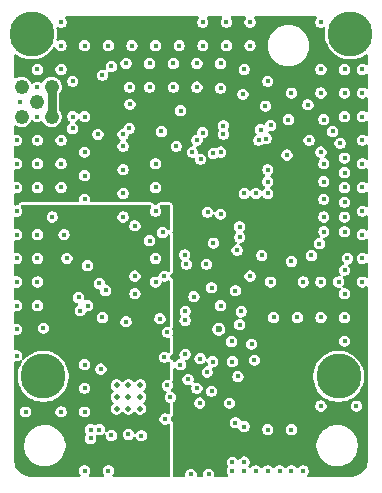
<source format=gbr>
%TF.GenerationSoftware,KiCad,Pcbnew,9.0.0*%
%TF.CreationDate,2025-11-27T12:56:11-07:00*%
%TF.ProjectId,OSS-Radio_2M70CM,4f53532d-5261-4646-996f-5f324d373043,rev?*%
%TF.SameCoordinates,Original*%
%TF.FileFunction,Copper,L3,Inr*%
%TF.FilePolarity,Positive*%
%FSLAX46Y46*%
G04 Gerber Fmt 4.6, Leading zero omitted, Abs format (unit mm)*
G04 Created by KiCad (PCBNEW 9.0.0) date 2025-11-27 12:56:11*
%MOMM*%
%LPD*%
G01*
G04 APERTURE LIST*
%TA.AperFunction,ComponentPad*%
%ADD10C,3.800000*%
%TD*%
%TA.AperFunction,HeatsinkPad*%
%ADD11C,0.500000*%
%TD*%
%TA.AperFunction,ComponentPad*%
%ADD12C,1.240000*%
%TD*%
%TA.AperFunction,ViaPad*%
%ADD13C,0.450000*%
%TD*%
%TA.AperFunction,ViaPad*%
%ADD14C,0.600000*%
%TD*%
%TA.AperFunction,Conductor*%
%ADD15C,0.750000*%
%TD*%
G04 APERTURE END LIST*
D10*
%TO.N,N/C*%
%TO.C,H3*%
X137500000Y-111000000D03*
%TD*%
%TO.N,N/C*%
%TO.C,H2*%
X136500000Y-82000000D03*
%TD*%
%TO.N,N/C*%
%TO.C,H1*%
X163500000Y-82000000D03*
%TD*%
%TO.N,N/C*%
%TO.C,H4*%
X162500000Y-111000000D03*
%TD*%
D11*
%TO.N,GND*%
%TO.C,U4*%
X145700000Y-111737500D03*
X144700000Y-111737500D03*
X143700000Y-111737500D03*
X145700000Y-112737500D03*
X144700000Y-112737500D03*
X143700000Y-112737500D03*
X145700000Y-113737500D03*
X144700000Y-113737500D03*
X143700000Y-113737500D03*
%TD*%
D12*
%TO.N,Net-(AE2-A)*%
%TO.C,AE2*%
X136919874Y-87750000D03*
%TO.N,GND*%
X138189874Y-89020000D03*
X138189874Y-86480000D03*
X135649874Y-89020000D03*
X135649874Y-86480000D03*
%TD*%
D13*
%TO.N,GND*%
X135250000Y-103000000D03*
X164500000Y-93000000D03*
X135250000Y-91000000D03*
X146500000Y-86500000D03*
X150500000Y-84500000D03*
X142375000Y-110375000D03*
X144250000Y-97500000D03*
X139000000Y-95000000D03*
X141000000Y-110000000D03*
X151000000Y-81000000D03*
X148500000Y-86500000D03*
X137000000Y-89000000D03*
X139000000Y-93000000D03*
X152500000Y-97250000D03*
X161000000Y-113500000D03*
X139500000Y-101000000D03*
X141000000Y-83000000D03*
X160200000Y-100750000D03*
X153000000Y-81000000D03*
X161000000Y-106000000D03*
X143000000Y-119000000D03*
X146500000Y-99500000D03*
X156500000Y-119000000D03*
X149750000Y-111250000D03*
X161000000Y-92000000D03*
X135250000Y-109250000D03*
X140000000Y-86000000D03*
X161250000Y-96000000D03*
X135500000Y-87750000D03*
X153432089Y-108032089D03*
X156300000Y-88100000D03*
X159500000Y-103000000D03*
X164500000Y-87000000D03*
X150250000Y-104250000D03*
X144250000Y-95500000D03*
X139000000Y-81000000D03*
X163000000Y-92500000D03*
X155000000Y-83000000D03*
X137000000Y-85000000D03*
X163000000Y-106000000D03*
X154250000Y-105500000D03*
X162500000Y-103000000D03*
X160000000Y-91000000D03*
X137000000Y-91000000D03*
X135250000Y-97000000D03*
X158500000Y-115500000D03*
X163000000Y-102000000D03*
X151900000Y-99700000D03*
X144250000Y-91500000D03*
X137000000Y-95000000D03*
X153500000Y-109750000D03*
X140477901Y-104312280D03*
X163000000Y-108000000D03*
X145250000Y-98250000D03*
X163000000Y-96250000D03*
X162625000Y-91250000D03*
X137500000Y-106900000D03*
X155000000Y-102500000D03*
X152526710Y-92004999D03*
X146500000Y-84500000D03*
X149125000Y-88500000D03*
X155500000Y-119000000D03*
X163250000Y-101000000D03*
X154500000Y-118250000D03*
X139000000Y-114000000D03*
X151750000Y-103500000D03*
X139250000Y-99000000D03*
X163000000Y-87000000D03*
X152500000Y-84500000D03*
X139000000Y-85000000D03*
X145250000Y-102500000D03*
X147000000Y-101000000D03*
X135250000Y-105000000D03*
X163000000Y-93750000D03*
X147600000Y-98800000D03*
X142500000Y-106000000D03*
X147750000Y-109375000D03*
X147000000Y-97000000D03*
X160985000Y-103000000D03*
X154500000Y-119000000D03*
X151500000Y-119275000D03*
X162000000Y-90250000D03*
X164500000Y-103000000D03*
X136000000Y-114000000D03*
X149500000Y-109125000D03*
X141000000Y-96000000D03*
X151000000Y-83000000D03*
X154500000Y-85000000D03*
X147000000Y-93000000D03*
X145000000Y-83000000D03*
X151750000Y-112250000D03*
X141000000Y-89000000D03*
X135250000Y-101000000D03*
X161250000Y-97500000D03*
X141000000Y-94000000D03*
X156500000Y-93500000D03*
X142125000Y-90500000D03*
X164500000Y-101000000D03*
X147000000Y-103000000D03*
X143250000Y-84750000D03*
X164500000Y-89000000D03*
X139000000Y-91000000D03*
X142250000Y-103125000D03*
X153500000Y-119000000D03*
X161250000Y-89250000D03*
X141000000Y-92000000D03*
X135250000Y-107000000D03*
X155000000Y-81000000D03*
X153250000Y-113250000D03*
X159000000Y-106000000D03*
X158250000Y-89250000D03*
X156000000Y-100750000D03*
X161000000Y-85000000D03*
X135250000Y-93000000D03*
X157500000Y-119000000D03*
X156750000Y-103000000D03*
X141000000Y-119000000D03*
X161250000Y-93000000D03*
X156500000Y-86000000D03*
X158500000Y-87000000D03*
X158500000Y-101250000D03*
X144500000Y-106375000D03*
X140000000Y-89000000D03*
X137000000Y-103000000D03*
X164500000Y-97000000D03*
X156500000Y-94500000D03*
X161000000Y-87000000D03*
X141000000Y-114000000D03*
X164500000Y-99000000D03*
X137000000Y-105000000D03*
X156500000Y-115500000D03*
X153000000Y-83000000D03*
X144500000Y-84500000D03*
X164000000Y-113500000D03*
X163000000Y-104000000D03*
X154500000Y-95500000D03*
X164500000Y-95000000D03*
X156500000Y-95500000D03*
X163000000Y-89000000D03*
X163000000Y-97500000D03*
X163000000Y-95000000D03*
X155500000Y-95500000D03*
X164500000Y-91000000D03*
X152500000Y-86600000D03*
X153750000Y-103750000D03*
X148500000Y-84500000D03*
X161250000Y-98750000D03*
X144250000Y-90500000D03*
X149600000Y-101500000D03*
X137000000Y-101000000D03*
X163000000Y-98750000D03*
X157000000Y-106000000D03*
X143000000Y-83000000D03*
X141000000Y-112000000D03*
X137000000Y-86500000D03*
X147375000Y-106125000D03*
X152500000Y-105000000D03*
X159500000Y-119000000D03*
X150500000Y-86500000D03*
X164500000Y-85000000D03*
X137000000Y-99000000D03*
X139969423Y-89997634D03*
X158500000Y-119000000D03*
X147500000Y-90250000D03*
X140625000Y-105425000D03*
X155900000Y-90100000D03*
X151400000Y-97100000D03*
X141250000Y-101625000D03*
X139000000Y-83000000D03*
X135250000Y-99000000D03*
X142500000Y-85500000D03*
X144800000Y-86500000D03*
X135250000Y-95000000D03*
X142770000Y-103712500D03*
X144250000Y-93500000D03*
X161250000Y-94500000D03*
X160875000Y-99750000D03*
X150000000Y-119275000D03*
X147800000Y-114600000D03*
X154400000Y-87100000D03*
X153500000Y-118250000D03*
X147000000Y-83000000D03*
X152750000Y-90495000D03*
X149000000Y-83000000D03*
X151300000Y-101500000D03*
X137000000Y-93000000D03*
X153900000Y-100300000D03*
X145250000Y-104000000D03*
X147000000Y-95000000D03*
X161000000Y-81000000D03*
X148000000Y-111750000D03*
X163000000Y-85000000D03*
X154134000Y-99200000D03*
X159900000Y-88000000D03*
X147750000Y-102500000D03*
X149500000Y-106250000D03*
%TO.N,5V_RF*%
X140800000Y-106400000D03*
X146700000Y-110900000D03*
X138000000Y-103000000D03*
X140250000Y-97500000D03*
X146750000Y-109750000D03*
X138000000Y-104875000D03*
X147125000Y-110375000D03*
X143186500Y-107624014D03*
X143750000Y-108875000D03*
X141250000Y-97500000D03*
X141750000Y-100000000D03*
X140800000Y-108500000D03*
X141500000Y-99000000D03*
%TO.N,Net-(U4-NR)*%
X145793652Y-116023896D03*
%TO.N,V_BAT*%
X142250000Y-115500000D03*
X143250000Y-116000000D03*
X141500000Y-116250000D03*
X141500000Y-115500000D03*
%TO.N,3V3*%
X159625000Y-107250000D03*
X151100000Y-99000000D03*
X141500000Y-86500000D03*
X141500000Y-89500000D03*
X158000000Y-112500000D03*
X149800000Y-100100000D03*
X149504999Y-92250000D03*
X151100000Y-99700000D03*
X159500000Y-95250000D03*
X151400000Y-95775000D03*
X149500000Y-97800000D03*
X155750000Y-112500000D03*
X151100000Y-98200000D03*
X158875000Y-111500000D03*
X157600000Y-90000000D03*
X155087654Y-91095190D03*
X145500000Y-89500000D03*
X156433369Y-97816631D03*
X149750000Y-94725000D03*
X155125000Y-110750000D03*
X158875000Y-110625000D03*
X159511000Y-99000000D03*
X157240000Y-100500000D03*
X158126000Y-97037500D03*
X145500000Y-86750000D03*
%TO.N,Net-(Y4-OUT)*%
X152750000Y-89775000D03*
%TO.N,Net-(U5-EXT_XOSC)*%
X158125000Y-92250000D03*
%TO.N,RF_GPIO2*%
X155736628Y-91000000D03*
D14*
X152350468Y-107000000D03*
D13*
%TO.N,RF_SEL*%
X150500000Y-112000000D03*
X150769649Y-109486901D03*
X150812000Y-92605000D03*
%TO.N,RF_GPIO1*%
X138250000Y-97500000D03*
X148001000Y-107250000D03*
X150750000Y-113250000D03*
%TO.N,RF_GPIO0*%
X151845468Y-109750000D03*
X149504999Y-105500000D03*
X150107059Y-92005000D03*
X151000000Y-90350000D03*
%TO.N,RF_SDI*%
X149105000Y-110000000D03*
X150500000Y-91000000D03*
%TO.N,RF_SCLK*%
X148250000Y-112750000D03*
X148750000Y-91500000D03*
%TO.N,RF_GPIO3*%
X154125000Y-106625000D03*
X156372436Y-90864911D03*
%TO.N,I2C_SCL*%
X153975000Y-111000000D03*
X155362500Y-109612500D03*
X153750000Y-114925000D03*
%TO.N,I2C_SDA*%
X155137500Y-108255756D03*
X154500000Y-115250000D03*
%TO.N,RF_SDO*%
X151375000Y-110625000D03*
X151885459Y-92114541D03*
%TO.N,Net-(Q2-D)*%
X141250000Y-105000000D03*
%TO.N,ENABLE_5V_RF*%
X144700000Y-115900000D03*
%TO.N,TX_SW*%
X154112645Y-98337355D03*
X144772153Y-90000866D03*
X149477000Y-100709796D03*
%TO.N,Net-(U7-ENABLE)*%
X144835090Y-87952542D03*
%TO.N,Net-(U5-~{RESET})*%
X156750000Y-89750000D03*
%TD*%
D15*
%TO.N,GND*%
X138189874Y-89020000D02*
X138189874Y-86480000D01*
%TD*%
%TA.AperFunction,Conductor*%
%TO.N,3V3*%
G36*
X150594718Y-80520185D02*
G01*
X150640473Y-80572989D01*
X150650417Y-80642147D01*
X150623576Y-80700919D01*
X150624451Y-80701591D01*
X150621533Y-80705392D01*
X150621392Y-80705703D01*
X150620843Y-80706291D01*
X150619504Y-80708037D01*
X150556905Y-80816463D01*
X150556905Y-80816464D01*
X150524500Y-80937399D01*
X150524500Y-81062601D01*
X150556905Y-81183536D01*
X150619505Y-81291964D01*
X150708036Y-81380495D01*
X150816464Y-81443095D01*
X150937399Y-81475500D01*
X150937401Y-81475500D01*
X151062599Y-81475500D01*
X151062601Y-81475500D01*
X151183536Y-81443095D01*
X151291964Y-81380495D01*
X151380495Y-81291964D01*
X151443095Y-81183536D01*
X151475500Y-81062601D01*
X151475500Y-80937399D01*
X151443095Y-80816464D01*
X151380495Y-80708036D01*
X151380491Y-80708032D01*
X151375549Y-80701591D01*
X151377880Y-80699801D01*
X151351155Y-80650858D01*
X151356139Y-80581166D01*
X151398011Y-80525233D01*
X151463475Y-80500816D01*
X151472321Y-80500500D01*
X152527679Y-80500500D01*
X152594718Y-80520185D01*
X152640473Y-80572989D01*
X152650417Y-80642147D01*
X152623576Y-80700919D01*
X152624451Y-80701591D01*
X152621533Y-80705392D01*
X152621392Y-80705703D01*
X152620843Y-80706291D01*
X152619504Y-80708037D01*
X152556905Y-80816463D01*
X152556905Y-80816464D01*
X152524500Y-80937399D01*
X152524500Y-81062601D01*
X152556905Y-81183536D01*
X152619505Y-81291964D01*
X152708036Y-81380495D01*
X152816464Y-81443095D01*
X152937399Y-81475500D01*
X152937401Y-81475500D01*
X153062599Y-81475500D01*
X153062601Y-81475500D01*
X153183536Y-81443095D01*
X153291964Y-81380495D01*
X153380495Y-81291964D01*
X153443095Y-81183536D01*
X153475500Y-81062601D01*
X153475500Y-80937399D01*
X153443095Y-80816464D01*
X153380495Y-80708036D01*
X153380491Y-80708032D01*
X153375549Y-80701591D01*
X153377880Y-80699801D01*
X153351155Y-80650858D01*
X153356139Y-80581166D01*
X153398011Y-80525233D01*
X153463475Y-80500816D01*
X153472321Y-80500500D01*
X154527679Y-80500500D01*
X154594718Y-80520185D01*
X154640473Y-80572989D01*
X154650417Y-80642147D01*
X154623576Y-80700919D01*
X154624451Y-80701591D01*
X154621533Y-80705392D01*
X154621392Y-80705703D01*
X154620843Y-80706291D01*
X154619504Y-80708037D01*
X154556905Y-80816463D01*
X154556905Y-80816464D01*
X154524500Y-80937399D01*
X154524500Y-81062601D01*
X154556905Y-81183536D01*
X154619505Y-81291964D01*
X154708036Y-81380495D01*
X154816464Y-81443095D01*
X154937399Y-81475500D01*
X154937401Y-81475500D01*
X155062599Y-81475500D01*
X155062601Y-81475500D01*
X155183536Y-81443095D01*
X155291964Y-81380495D01*
X155380495Y-81291964D01*
X155443095Y-81183536D01*
X155475500Y-81062601D01*
X155475500Y-80937399D01*
X155443095Y-80816464D01*
X155380495Y-80708036D01*
X155380491Y-80708032D01*
X155375549Y-80701591D01*
X155377880Y-80699801D01*
X155351155Y-80650858D01*
X155356139Y-80581166D01*
X155398011Y-80525233D01*
X155463475Y-80500816D01*
X155472321Y-80500500D01*
X160527679Y-80500500D01*
X160594718Y-80520185D01*
X160640473Y-80572989D01*
X160650417Y-80642147D01*
X160623576Y-80700919D01*
X160624451Y-80701591D01*
X160621533Y-80705392D01*
X160621392Y-80705703D01*
X160620843Y-80706291D01*
X160619504Y-80708037D01*
X160556905Y-80816463D01*
X160556905Y-80816464D01*
X160524500Y-80937399D01*
X160524500Y-81062601D01*
X160556905Y-81183536D01*
X160619505Y-81291964D01*
X160708036Y-81380495D01*
X160816464Y-81443095D01*
X160937399Y-81475500D01*
X160937401Y-81475500D01*
X161062599Y-81475500D01*
X161062601Y-81475500D01*
X161183536Y-81443095D01*
X161207407Y-81429313D01*
X161275304Y-81412841D01*
X161341331Y-81435693D01*
X161384522Y-81490614D01*
X161391164Y-81560167D01*
X161389181Y-81568790D01*
X161386296Y-81579557D01*
X161349500Y-81859041D01*
X161349500Y-82140958D01*
X161386295Y-82420439D01*
X161459259Y-82692743D01*
X161567135Y-82953179D01*
X161567140Y-82953190D01*
X161708083Y-83197309D01*
X161708088Y-83197317D01*
X161819292Y-83342240D01*
X161879704Y-83420970D01*
X162079029Y-83620295D01*
X162079033Y-83620298D01*
X162079035Y-83620300D01*
X162302683Y-83791912D01*
X162302690Y-83791916D01*
X162546809Y-83932859D01*
X162546814Y-83932861D01*
X162546817Y-83932863D01*
X162807261Y-84040742D01*
X163079558Y-84113704D01*
X163359049Y-84150500D01*
X163359056Y-84150500D01*
X163640944Y-84150500D01*
X163640951Y-84150500D01*
X163920442Y-84113704D01*
X164192739Y-84040742D01*
X164453183Y-83932863D01*
X164697317Y-83791912D01*
X164800013Y-83713109D01*
X164865182Y-83687915D01*
X164933627Y-83701953D01*
X164983617Y-83750767D01*
X164999500Y-83811485D01*
X164999500Y-84527679D01*
X164979815Y-84594718D01*
X164927011Y-84640473D01*
X164857853Y-84650417D01*
X164799080Y-84623576D01*
X164798409Y-84624451D01*
X164794607Y-84621533D01*
X164794297Y-84621392D01*
X164793708Y-84620843D01*
X164791965Y-84619506D01*
X164791964Y-84619505D01*
X164683536Y-84556905D01*
X164683537Y-84556905D01*
X164643224Y-84546103D01*
X164562601Y-84524500D01*
X164437399Y-84524500D01*
X164356775Y-84546103D01*
X164316463Y-84556905D01*
X164208037Y-84619504D01*
X164208034Y-84619506D01*
X164119506Y-84708034D01*
X164119504Y-84708037D01*
X164056905Y-84816463D01*
X164056905Y-84816464D01*
X164024500Y-84937399D01*
X164024500Y-85062601D01*
X164056905Y-85183536D01*
X164119505Y-85291964D01*
X164208036Y-85380495D01*
X164316464Y-85443095D01*
X164437399Y-85475500D01*
X164437401Y-85475500D01*
X164562599Y-85475500D01*
X164562601Y-85475500D01*
X164683536Y-85443095D01*
X164791964Y-85380495D01*
X164791970Y-85380488D01*
X164798409Y-85375549D01*
X164800198Y-85377880D01*
X164849142Y-85351155D01*
X164918834Y-85356139D01*
X164974767Y-85398011D01*
X164999184Y-85463475D01*
X164999500Y-85472321D01*
X164999500Y-86527679D01*
X164979815Y-86594718D01*
X164927011Y-86640473D01*
X164857853Y-86650417D01*
X164799080Y-86623576D01*
X164798409Y-86624451D01*
X164794607Y-86621533D01*
X164794297Y-86621392D01*
X164793708Y-86620843D01*
X164791965Y-86619506D01*
X164791964Y-86619505D01*
X164683536Y-86556905D01*
X164683537Y-86556905D01*
X164643224Y-86546103D01*
X164562601Y-86524500D01*
X164437399Y-86524500D01*
X164356775Y-86546103D01*
X164316463Y-86556905D01*
X164208037Y-86619504D01*
X164208034Y-86619506D01*
X164119506Y-86708034D01*
X164119504Y-86708037D01*
X164056905Y-86816463D01*
X164056905Y-86816464D01*
X164024500Y-86937399D01*
X164024500Y-87062601D01*
X164056905Y-87183536D01*
X164119505Y-87291964D01*
X164208036Y-87380495D01*
X164316464Y-87443095D01*
X164437399Y-87475500D01*
X164437401Y-87475500D01*
X164562599Y-87475500D01*
X164562601Y-87475500D01*
X164683536Y-87443095D01*
X164791964Y-87380495D01*
X164791970Y-87380488D01*
X164798409Y-87375549D01*
X164800198Y-87377880D01*
X164849142Y-87351155D01*
X164918834Y-87356139D01*
X164974767Y-87398011D01*
X164999184Y-87463475D01*
X164999500Y-87472321D01*
X164999500Y-88527679D01*
X164979815Y-88594718D01*
X164927011Y-88640473D01*
X164857853Y-88650417D01*
X164799080Y-88623576D01*
X164798409Y-88624451D01*
X164794607Y-88621533D01*
X164794297Y-88621392D01*
X164793708Y-88620843D01*
X164791965Y-88619506D01*
X164791964Y-88619505D01*
X164683536Y-88556905D01*
X164683537Y-88556905D01*
X164631997Y-88543095D01*
X164562601Y-88524500D01*
X164437399Y-88524500D01*
X164368003Y-88543095D01*
X164316463Y-88556905D01*
X164208037Y-88619504D01*
X164208034Y-88619506D01*
X164119506Y-88708034D01*
X164119504Y-88708037D01*
X164056905Y-88816463D01*
X164056905Y-88816464D01*
X164024500Y-88937399D01*
X164024500Y-89062601D01*
X164056905Y-89183536D01*
X164119505Y-89291964D01*
X164208036Y-89380495D01*
X164316464Y-89443095D01*
X164437399Y-89475500D01*
X164437401Y-89475500D01*
X164562599Y-89475500D01*
X164562601Y-89475500D01*
X164683536Y-89443095D01*
X164791964Y-89380495D01*
X164791970Y-89380488D01*
X164798409Y-89375549D01*
X164800198Y-89377880D01*
X164849142Y-89351155D01*
X164918834Y-89356139D01*
X164974767Y-89398011D01*
X164999184Y-89463475D01*
X164999500Y-89472321D01*
X164999500Y-90527679D01*
X164979815Y-90594718D01*
X164927011Y-90640473D01*
X164857853Y-90650417D01*
X164799080Y-90623576D01*
X164798409Y-90624451D01*
X164794607Y-90621533D01*
X164794297Y-90621392D01*
X164793708Y-90620843D01*
X164791965Y-90619506D01*
X164791964Y-90619505D01*
X164683536Y-90556905D01*
X164683537Y-90556905D01*
X164627765Y-90541961D01*
X164562601Y-90524500D01*
X164437399Y-90524500D01*
X164372235Y-90541961D01*
X164316463Y-90556905D01*
X164208037Y-90619504D01*
X164208034Y-90619506D01*
X164119506Y-90708034D01*
X164119504Y-90708037D01*
X164056905Y-90816463D01*
X164056905Y-90816464D01*
X164024500Y-90937399D01*
X164024500Y-91062601D01*
X164056905Y-91183536D01*
X164119505Y-91291964D01*
X164208036Y-91380495D01*
X164316464Y-91443095D01*
X164437399Y-91475500D01*
X164437401Y-91475500D01*
X164562599Y-91475500D01*
X164562601Y-91475500D01*
X164683536Y-91443095D01*
X164791964Y-91380495D01*
X164791970Y-91380488D01*
X164798409Y-91375549D01*
X164800198Y-91377880D01*
X164849142Y-91351155D01*
X164918834Y-91356139D01*
X164974767Y-91398011D01*
X164999184Y-91463475D01*
X164999500Y-91472321D01*
X164999500Y-92527679D01*
X164979815Y-92594718D01*
X164927011Y-92640473D01*
X164857853Y-92650417D01*
X164799080Y-92623576D01*
X164798409Y-92624451D01*
X164794607Y-92621533D01*
X164794297Y-92621392D01*
X164793708Y-92620843D01*
X164791965Y-92619506D01*
X164791964Y-92619505D01*
X164683536Y-92556905D01*
X164683537Y-92556905D01*
X164640208Y-92545295D01*
X164562601Y-92524500D01*
X164437399Y-92524500D01*
X164359792Y-92545295D01*
X164316463Y-92556905D01*
X164208037Y-92619504D01*
X164208034Y-92619506D01*
X164119506Y-92708034D01*
X164119504Y-92708037D01*
X164056905Y-92816463D01*
X164056905Y-92816464D01*
X164024500Y-92937399D01*
X164024500Y-93062601D01*
X164056905Y-93183536D01*
X164119505Y-93291964D01*
X164208036Y-93380495D01*
X164316464Y-93443095D01*
X164437399Y-93475500D01*
X164437401Y-93475500D01*
X164562599Y-93475500D01*
X164562601Y-93475500D01*
X164683536Y-93443095D01*
X164791964Y-93380495D01*
X164791970Y-93380488D01*
X164798409Y-93375549D01*
X164800198Y-93377880D01*
X164849142Y-93351155D01*
X164918834Y-93356139D01*
X164974767Y-93398011D01*
X164999184Y-93463475D01*
X164999500Y-93472321D01*
X164999500Y-94527679D01*
X164979815Y-94594718D01*
X164927011Y-94640473D01*
X164857853Y-94650417D01*
X164799080Y-94623576D01*
X164798409Y-94624451D01*
X164794607Y-94621533D01*
X164794297Y-94621392D01*
X164793708Y-94620843D01*
X164791965Y-94619506D01*
X164791964Y-94619505D01*
X164683536Y-94556905D01*
X164683537Y-94556905D01*
X164643224Y-94546103D01*
X164562601Y-94524500D01*
X164437399Y-94524500D01*
X164356775Y-94546103D01*
X164316463Y-94556905D01*
X164208037Y-94619504D01*
X164208034Y-94619506D01*
X164119506Y-94708034D01*
X164119504Y-94708037D01*
X164056905Y-94816463D01*
X164056905Y-94816464D01*
X164024500Y-94937399D01*
X164024500Y-95062601D01*
X164056905Y-95183536D01*
X164119505Y-95291964D01*
X164208036Y-95380495D01*
X164316464Y-95443095D01*
X164437399Y-95475500D01*
X164437401Y-95475500D01*
X164562599Y-95475500D01*
X164562601Y-95475500D01*
X164683536Y-95443095D01*
X164791964Y-95380495D01*
X164791970Y-95380488D01*
X164798409Y-95375549D01*
X164800198Y-95377880D01*
X164849142Y-95351155D01*
X164918834Y-95356139D01*
X164974767Y-95398011D01*
X164999184Y-95463475D01*
X164999500Y-95472321D01*
X164999500Y-96527679D01*
X164979815Y-96594718D01*
X164927011Y-96640473D01*
X164857853Y-96650417D01*
X164799080Y-96623576D01*
X164798409Y-96624451D01*
X164794607Y-96621533D01*
X164794297Y-96621392D01*
X164793708Y-96620843D01*
X164791965Y-96619506D01*
X164791964Y-96619505D01*
X164683536Y-96556905D01*
X164683537Y-96556905D01*
X164627769Y-96541962D01*
X164562601Y-96524500D01*
X164437399Y-96524500D01*
X164372231Y-96541962D01*
X164316463Y-96556905D01*
X164208037Y-96619504D01*
X164208034Y-96619506D01*
X164119506Y-96708034D01*
X164119504Y-96708037D01*
X164056905Y-96816463D01*
X164056905Y-96816464D01*
X164024500Y-96937399D01*
X164024500Y-97062601D01*
X164056905Y-97183536D01*
X164119505Y-97291964D01*
X164208036Y-97380495D01*
X164316464Y-97443095D01*
X164437399Y-97475500D01*
X164437401Y-97475500D01*
X164562599Y-97475500D01*
X164562601Y-97475500D01*
X164683536Y-97443095D01*
X164791964Y-97380495D01*
X164791970Y-97380488D01*
X164798409Y-97375549D01*
X164800198Y-97377880D01*
X164849142Y-97351155D01*
X164918834Y-97356139D01*
X164974767Y-97398011D01*
X164999184Y-97463475D01*
X164999500Y-97472321D01*
X164999500Y-98527679D01*
X164979815Y-98594718D01*
X164927011Y-98640473D01*
X164857853Y-98650417D01*
X164799080Y-98623576D01*
X164798409Y-98624451D01*
X164794607Y-98621533D01*
X164794297Y-98621392D01*
X164793708Y-98620843D01*
X164791965Y-98619506D01*
X164791964Y-98619505D01*
X164683536Y-98556905D01*
X164683537Y-98556905D01*
X164643224Y-98546103D01*
X164562601Y-98524500D01*
X164437399Y-98524500D01*
X164356775Y-98546103D01*
X164316463Y-98556905D01*
X164208037Y-98619504D01*
X164208034Y-98619506D01*
X164119506Y-98708034D01*
X164119504Y-98708037D01*
X164056905Y-98816463D01*
X164056905Y-98816464D01*
X164024500Y-98937399D01*
X164024500Y-99062601D01*
X164056905Y-99183536D01*
X164119505Y-99291964D01*
X164208036Y-99380495D01*
X164316464Y-99443095D01*
X164437399Y-99475500D01*
X164437401Y-99475500D01*
X164562599Y-99475500D01*
X164562601Y-99475500D01*
X164683536Y-99443095D01*
X164791964Y-99380495D01*
X164791970Y-99380488D01*
X164798409Y-99375549D01*
X164800198Y-99377880D01*
X164849142Y-99351155D01*
X164918834Y-99356139D01*
X164974767Y-99398011D01*
X164999184Y-99463475D01*
X164999500Y-99472321D01*
X164999500Y-100527679D01*
X164979815Y-100594718D01*
X164927011Y-100640473D01*
X164857853Y-100650417D01*
X164799080Y-100623576D01*
X164798409Y-100624451D01*
X164794607Y-100621533D01*
X164794297Y-100621392D01*
X164793708Y-100620843D01*
X164791965Y-100619506D01*
X164791964Y-100619505D01*
X164683536Y-100556905D01*
X164683537Y-100556905D01*
X164643224Y-100546103D01*
X164562601Y-100524500D01*
X164437399Y-100524500D01*
X164356775Y-100546103D01*
X164316463Y-100556905D01*
X164208037Y-100619504D01*
X164208034Y-100619506D01*
X164119506Y-100708034D01*
X164119504Y-100708037D01*
X164056905Y-100816463D01*
X164056905Y-100816464D01*
X164024500Y-100937399D01*
X164024500Y-101062601D01*
X164056905Y-101183536D01*
X164119505Y-101291964D01*
X164208036Y-101380495D01*
X164316464Y-101443095D01*
X164437399Y-101475500D01*
X164437401Y-101475500D01*
X164562599Y-101475500D01*
X164562601Y-101475500D01*
X164683536Y-101443095D01*
X164791964Y-101380495D01*
X164791970Y-101380488D01*
X164798409Y-101375549D01*
X164800198Y-101377880D01*
X164849142Y-101351155D01*
X164918834Y-101356139D01*
X164974767Y-101398011D01*
X164999184Y-101463475D01*
X164999500Y-101472321D01*
X164999500Y-102527679D01*
X164979815Y-102594718D01*
X164927011Y-102640473D01*
X164857853Y-102650417D01*
X164799080Y-102623576D01*
X164798409Y-102624451D01*
X164794607Y-102621533D01*
X164794297Y-102621392D01*
X164793708Y-102620843D01*
X164791965Y-102619506D01*
X164791964Y-102619505D01*
X164683536Y-102556905D01*
X164683537Y-102556905D01*
X164643224Y-102546103D01*
X164562601Y-102524500D01*
X164437399Y-102524500D01*
X164356775Y-102546103D01*
X164316463Y-102556905D01*
X164208037Y-102619504D01*
X164208034Y-102619506D01*
X164119506Y-102708034D01*
X164119504Y-102708037D01*
X164056905Y-102816463D01*
X164056905Y-102816464D01*
X164024500Y-102937399D01*
X164024500Y-103062601D01*
X164056905Y-103183536D01*
X164119505Y-103291964D01*
X164208036Y-103380495D01*
X164316464Y-103443095D01*
X164437399Y-103475500D01*
X164437401Y-103475500D01*
X164562599Y-103475500D01*
X164562601Y-103475500D01*
X164683536Y-103443095D01*
X164791964Y-103380495D01*
X164791970Y-103380488D01*
X164798409Y-103375549D01*
X164800198Y-103377880D01*
X164849142Y-103351155D01*
X164918834Y-103356139D01*
X164974767Y-103398011D01*
X164999184Y-103463475D01*
X164999500Y-103472321D01*
X164999500Y-117995572D01*
X164999184Y-118004419D01*
X164984869Y-118204557D01*
X164982351Y-118222068D01*
X164940646Y-118413787D01*
X164935662Y-118430763D01*
X164867090Y-118614609D01*
X164859740Y-118630701D01*
X164765711Y-118802904D01*
X164756146Y-118817789D01*
X164638558Y-118974867D01*
X164626972Y-118988237D01*
X164488237Y-119126972D01*
X164474867Y-119138558D01*
X164317789Y-119256146D01*
X164302904Y-119265711D01*
X164130701Y-119359740D01*
X164114609Y-119367090D01*
X163930763Y-119435662D01*
X163913787Y-119440646D01*
X163722068Y-119482351D01*
X163704557Y-119484869D01*
X163523779Y-119497799D01*
X163504417Y-119499184D01*
X163495572Y-119499500D01*
X159972321Y-119499500D01*
X159905282Y-119479815D01*
X159859527Y-119427011D01*
X159849583Y-119357853D01*
X159876423Y-119299080D01*
X159875549Y-119298409D01*
X159878466Y-119294607D01*
X159878608Y-119294297D01*
X159879156Y-119293708D01*
X159880488Y-119291970D01*
X159880495Y-119291964D01*
X159943095Y-119183536D01*
X159975500Y-119062601D01*
X159975500Y-118937399D01*
X159943095Y-118816464D01*
X159880495Y-118708036D01*
X159791964Y-118619505D01*
X159683536Y-118556905D01*
X159683537Y-118556905D01*
X159606108Y-118536158D01*
X159562601Y-118524500D01*
X159437399Y-118524500D01*
X159393892Y-118536158D01*
X159316463Y-118556905D01*
X159208037Y-118619504D01*
X159208034Y-118619506D01*
X159119504Y-118708036D01*
X159107387Y-118729025D01*
X159056820Y-118777240D01*
X158988212Y-118790462D01*
X158923348Y-118764494D01*
X158892613Y-118729025D01*
X158880495Y-118708036D01*
X158791965Y-118619506D01*
X158791964Y-118619505D01*
X158683536Y-118556905D01*
X158683537Y-118556905D01*
X158606108Y-118536158D01*
X158562601Y-118524500D01*
X158437399Y-118524500D01*
X158393892Y-118536158D01*
X158316463Y-118556905D01*
X158208037Y-118619504D01*
X158208034Y-118619506D01*
X158119504Y-118708036D01*
X158107387Y-118729025D01*
X158056820Y-118777240D01*
X157988212Y-118790462D01*
X157923348Y-118764494D01*
X157892613Y-118729025D01*
X157880495Y-118708036D01*
X157791965Y-118619506D01*
X157791964Y-118619505D01*
X157683536Y-118556905D01*
X157683537Y-118556905D01*
X157606108Y-118536158D01*
X157562601Y-118524500D01*
X157437399Y-118524500D01*
X157393892Y-118536158D01*
X157316463Y-118556905D01*
X157208037Y-118619504D01*
X157208034Y-118619506D01*
X157119504Y-118708036D01*
X157107387Y-118729025D01*
X157056820Y-118777240D01*
X156988212Y-118790462D01*
X156923348Y-118764494D01*
X156892613Y-118729025D01*
X156880495Y-118708036D01*
X156791965Y-118619506D01*
X156791964Y-118619505D01*
X156683536Y-118556905D01*
X156683537Y-118556905D01*
X156606108Y-118536158D01*
X156562601Y-118524500D01*
X156437399Y-118524500D01*
X156393892Y-118536158D01*
X156316463Y-118556905D01*
X156208037Y-118619504D01*
X156208034Y-118619506D01*
X156119504Y-118708036D01*
X156107387Y-118729025D01*
X156056820Y-118777240D01*
X155988212Y-118790462D01*
X155923348Y-118764494D01*
X155892613Y-118729025D01*
X155880495Y-118708036D01*
X155791965Y-118619506D01*
X155791964Y-118619505D01*
X155683536Y-118556905D01*
X155683537Y-118556905D01*
X155606108Y-118536158D01*
X155562601Y-118524500D01*
X155437399Y-118524500D01*
X155393892Y-118536158D01*
X155316463Y-118556905D01*
X155208037Y-118619504D01*
X155208034Y-118619506D01*
X155119504Y-118708036D01*
X155107387Y-118729025D01*
X155105309Y-118731005D01*
X155104509Y-118733762D01*
X155080183Y-118754963D01*
X155056820Y-118777240D01*
X155054000Y-118777783D01*
X155051837Y-118779669D01*
X155019903Y-118784354D01*
X154988212Y-118790462D01*
X154985547Y-118789395D01*
X154982708Y-118789812D01*
X154953310Y-118776489D01*
X154923348Y-118764494D01*
X154920888Y-118761795D01*
X154919068Y-118760971D01*
X154908483Y-118748189D01*
X154895879Y-118734364D01*
X154894166Y-118731716D01*
X154880495Y-118708036D01*
X154875842Y-118703383D01*
X154868700Y-118692340D01*
X154862351Y-118670946D01*
X154851655Y-118651358D01*
X154852603Y-118638099D01*
X154848822Y-118625358D01*
X154855046Y-118603928D01*
X154856639Y-118581666D01*
X154865533Y-118567825D01*
X154868312Y-118558262D01*
X154875969Y-118551587D01*
X154877198Y-118549675D01*
X154875549Y-118548409D01*
X154880488Y-118541970D01*
X154880495Y-118541964D01*
X154943095Y-118433536D01*
X154975500Y-118312601D01*
X154975500Y-118187399D01*
X154943095Y-118066464D01*
X154880495Y-117958036D01*
X154791964Y-117869505D01*
X154683536Y-117806905D01*
X154683537Y-117806905D01*
X154643224Y-117796103D01*
X154562601Y-117774500D01*
X154437399Y-117774500D01*
X154356775Y-117796103D01*
X154316463Y-117806905D01*
X154208037Y-117869504D01*
X154208034Y-117869506D01*
X154119504Y-117958036D01*
X154107387Y-117979025D01*
X154056820Y-118027240D01*
X153988212Y-118040462D01*
X153923348Y-118014494D01*
X153892613Y-117979025D01*
X153880495Y-117958036D01*
X153791965Y-117869506D01*
X153791964Y-117869505D01*
X153683536Y-117806905D01*
X153683537Y-117806905D01*
X153643224Y-117796103D01*
X153562601Y-117774500D01*
X153437399Y-117774500D01*
X153356775Y-117796103D01*
X153316463Y-117806905D01*
X153208037Y-117869504D01*
X153208034Y-117869506D01*
X153119506Y-117958034D01*
X153119504Y-117958037D01*
X153056905Y-118066463D01*
X153056905Y-118066464D01*
X153024500Y-118187399D01*
X153024500Y-118312601D01*
X153056905Y-118433536D01*
X153119505Y-118541964D01*
X153119507Y-118541966D01*
X153124451Y-118548409D01*
X153121959Y-118550320D01*
X153148345Y-118598642D01*
X153143361Y-118668334D01*
X153122801Y-118700324D01*
X153124451Y-118701591D01*
X153119504Y-118708037D01*
X153056905Y-118816463D01*
X153040702Y-118876931D01*
X153024500Y-118937399D01*
X153024500Y-119062601D01*
X153056905Y-119183536D01*
X153119505Y-119291964D01*
X153119507Y-119291966D01*
X153124451Y-119298409D01*
X153122119Y-119300198D01*
X153148845Y-119349142D01*
X153143861Y-119418834D01*
X153101989Y-119474767D01*
X153036525Y-119499184D01*
X153027679Y-119499500D01*
X152093719Y-119499500D01*
X152026680Y-119479815D01*
X151980925Y-119427011D01*
X151970981Y-119357853D01*
X151973945Y-119343405D01*
X151975499Y-119337603D01*
X151975500Y-119337600D01*
X151975500Y-119212400D01*
X151967766Y-119183536D01*
X151943095Y-119091464D01*
X151880495Y-118983036D01*
X151791964Y-118894505D01*
X151683536Y-118831905D01*
X151683537Y-118831905D01*
X151625910Y-118816464D01*
X151562601Y-118799500D01*
X151437399Y-118799500D01*
X151374090Y-118816464D01*
X151316463Y-118831905D01*
X151208037Y-118894504D01*
X151208034Y-118894506D01*
X151119506Y-118983034D01*
X151119504Y-118983037D01*
X151056905Y-119091463D01*
X151024500Y-119212400D01*
X151024500Y-119337603D01*
X151026055Y-119343405D01*
X151024393Y-119413255D01*
X150985232Y-119471118D01*
X150921003Y-119498623D01*
X150906281Y-119499500D01*
X150593719Y-119499500D01*
X150526680Y-119479815D01*
X150480925Y-119427011D01*
X150470981Y-119357853D01*
X150473945Y-119343405D01*
X150475499Y-119337603D01*
X150475500Y-119337600D01*
X150475500Y-119212400D01*
X150467766Y-119183536D01*
X150443095Y-119091464D01*
X150380495Y-118983036D01*
X150291964Y-118894505D01*
X150183536Y-118831905D01*
X150183537Y-118831905D01*
X150125910Y-118816464D01*
X150062601Y-118799500D01*
X149937399Y-118799500D01*
X149874090Y-118816464D01*
X149816463Y-118831905D01*
X149708037Y-118894504D01*
X149708034Y-118894506D01*
X149619506Y-118983034D01*
X149619504Y-118983037D01*
X149556905Y-119091463D01*
X149524500Y-119212400D01*
X149524500Y-119337603D01*
X149526055Y-119343405D01*
X149524393Y-119413255D01*
X149485232Y-119471118D01*
X149421003Y-119498623D01*
X149406281Y-119499500D01*
X148629500Y-119499500D01*
X148562461Y-119479815D01*
X148516706Y-119427011D01*
X148505500Y-119375500D01*
X148505500Y-116760258D01*
X160624500Y-116760258D01*
X160624500Y-116989741D01*
X160649446Y-117179215D01*
X160654452Y-117217238D01*
X160654453Y-117217240D01*
X160713842Y-117438887D01*
X160801650Y-117650876D01*
X160801657Y-117650890D01*
X160916392Y-117849617D01*
X161056081Y-118031661D01*
X161056089Y-118031670D01*
X161218330Y-118193911D01*
X161218338Y-118193918D01*
X161400382Y-118333607D01*
X161400385Y-118333608D01*
X161400388Y-118333611D01*
X161599112Y-118448344D01*
X161599117Y-118448346D01*
X161599123Y-118448349D01*
X161690480Y-118486190D01*
X161811113Y-118536158D01*
X162032762Y-118595548D01*
X162260266Y-118625500D01*
X162260273Y-118625500D01*
X162489727Y-118625500D01*
X162489734Y-118625500D01*
X162717238Y-118595548D01*
X162938887Y-118536158D01*
X163150888Y-118448344D01*
X163349612Y-118333611D01*
X163531661Y-118193919D01*
X163531665Y-118193914D01*
X163531670Y-118193911D01*
X163693911Y-118031670D01*
X163693914Y-118031665D01*
X163693919Y-118031661D01*
X163833611Y-117849612D01*
X163948344Y-117650888D01*
X164036158Y-117438887D01*
X164095548Y-117217238D01*
X164125500Y-116989734D01*
X164125500Y-116760266D01*
X164095548Y-116532762D01*
X164036158Y-116311113D01*
X163948344Y-116099112D01*
X163833611Y-115900388D01*
X163833608Y-115900385D01*
X163833607Y-115900382D01*
X163693918Y-115718338D01*
X163693911Y-115718330D01*
X163531670Y-115556089D01*
X163531661Y-115556081D01*
X163349617Y-115416392D01*
X163322089Y-115400499D01*
X163174309Y-115315178D01*
X163150890Y-115301657D01*
X163150876Y-115301650D01*
X162938887Y-115213842D01*
X162917211Y-115208034D01*
X162717238Y-115154452D01*
X162679215Y-115149446D01*
X162489741Y-115124500D01*
X162489734Y-115124500D01*
X162260266Y-115124500D01*
X162260258Y-115124500D01*
X162043715Y-115153009D01*
X162032762Y-115154452D01*
X161939076Y-115179554D01*
X161811112Y-115213842D01*
X161599123Y-115301650D01*
X161599109Y-115301657D01*
X161400382Y-115416392D01*
X161218338Y-115556081D01*
X161056081Y-115718338D01*
X160916392Y-115900382D01*
X160801657Y-116099109D01*
X160801650Y-116099123D01*
X160713842Y-116311112D01*
X160654453Y-116532759D01*
X160654451Y-116532770D01*
X160624500Y-116760258D01*
X148505500Y-116760258D01*
X148505500Y-115104032D01*
X148505500Y-115104027D01*
X148500883Y-115055674D01*
X148494875Y-115024500D01*
X148492002Y-115009590D01*
X148487110Y-114988889D01*
X148487109Y-114988887D01*
X148487109Y-114988885D01*
X148441957Y-114900005D01*
X148412384Y-114862399D01*
X153274500Y-114862399D01*
X153274500Y-114987601D01*
X153306905Y-115108536D01*
X153369505Y-115216964D01*
X153458036Y-115305495D01*
X153566464Y-115368095D01*
X153687399Y-115400500D01*
X153687401Y-115400500D01*
X153812600Y-115400500D01*
X153812601Y-115400500D01*
X153915749Y-115372861D01*
X153985598Y-115374523D01*
X154043461Y-115413684D01*
X154055231Y-115430636D01*
X154056904Y-115433535D01*
X154056905Y-115433536D01*
X154119505Y-115541964D01*
X154208036Y-115630495D01*
X154316464Y-115693095D01*
X154437399Y-115725500D01*
X154437401Y-115725500D01*
X154562599Y-115725500D01*
X154562601Y-115725500D01*
X154683536Y-115693095D01*
X154791964Y-115630495D01*
X154880495Y-115541964D01*
X154940865Y-115437399D01*
X156024500Y-115437399D01*
X156024500Y-115562601D01*
X156056905Y-115683536D01*
X156119505Y-115791964D01*
X156208036Y-115880495D01*
X156316464Y-115943095D01*
X156437399Y-115975500D01*
X156437401Y-115975500D01*
X156562599Y-115975500D01*
X156562601Y-115975500D01*
X156683536Y-115943095D01*
X156791964Y-115880495D01*
X156880495Y-115791964D01*
X156943095Y-115683536D01*
X156975500Y-115562601D01*
X156975500Y-115437399D01*
X158024500Y-115437399D01*
X158024500Y-115562601D01*
X158056905Y-115683536D01*
X158119505Y-115791964D01*
X158208036Y-115880495D01*
X158316464Y-115943095D01*
X158437399Y-115975500D01*
X158437401Y-115975500D01*
X158562599Y-115975500D01*
X158562601Y-115975500D01*
X158683536Y-115943095D01*
X158791964Y-115880495D01*
X158880495Y-115791964D01*
X158943095Y-115683536D01*
X158975500Y-115562601D01*
X158975500Y-115437399D01*
X158943095Y-115316464D01*
X158880495Y-115208036D01*
X158791964Y-115119505D01*
X158683536Y-115056905D01*
X158683537Y-115056905D01*
X158643224Y-115046103D01*
X158562601Y-115024500D01*
X158437399Y-115024500D01*
X158356775Y-115046103D01*
X158316463Y-115056905D01*
X158208037Y-115119504D01*
X158208034Y-115119506D01*
X158119506Y-115208034D01*
X158119504Y-115208037D01*
X158056905Y-115316463D01*
X158056905Y-115316464D01*
X158024500Y-115437399D01*
X156975500Y-115437399D01*
X156943095Y-115316464D01*
X156880495Y-115208036D01*
X156791964Y-115119505D01*
X156683536Y-115056905D01*
X156683537Y-115056905D01*
X156643224Y-115046103D01*
X156562601Y-115024500D01*
X156437399Y-115024500D01*
X156356775Y-115046103D01*
X156316463Y-115056905D01*
X156208037Y-115119504D01*
X156208034Y-115119506D01*
X156119506Y-115208034D01*
X156119504Y-115208037D01*
X156056905Y-115316463D01*
X156056905Y-115316464D01*
X156024500Y-115437399D01*
X154940865Y-115437399D01*
X154943095Y-115433536D01*
X154975500Y-115312601D01*
X154975500Y-115187399D01*
X154943095Y-115066464D01*
X154880495Y-114958036D01*
X154791964Y-114869505D01*
X154683536Y-114806905D01*
X154683537Y-114806905D01*
X154643224Y-114796103D01*
X154562601Y-114774500D01*
X154437399Y-114774500D01*
X154437398Y-114774500D01*
X154334249Y-114802139D01*
X154264400Y-114800476D01*
X154206537Y-114761314D01*
X154194768Y-114744363D01*
X154193095Y-114741466D01*
X154193095Y-114741464D01*
X154130495Y-114633036D01*
X154041964Y-114544505D01*
X153933536Y-114481905D01*
X153933537Y-114481905D01*
X153893224Y-114471103D01*
X153812601Y-114449500D01*
X153687399Y-114449500D01*
X153606775Y-114471103D01*
X153566463Y-114481905D01*
X153458037Y-114544504D01*
X153458034Y-114544506D01*
X153369506Y-114633034D01*
X153369504Y-114633037D01*
X153306905Y-114741463D01*
X153303236Y-114755155D01*
X153274500Y-114862399D01*
X148412384Y-114862399D01*
X148398767Y-114845083D01*
X148367533Y-114811933D01*
X148319756Y-114783967D01*
X148307681Y-114771276D01*
X148299392Y-114755155D01*
X148286962Y-114741962D01*
X148283747Y-114724729D01*
X148275731Y-114709139D01*
X148277473Y-114691097D01*
X148274149Y-114673277D01*
X148274576Y-114669612D01*
X148275498Y-114662606D01*
X148275500Y-114662601D01*
X148275500Y-114537399D01*
X148275499Y-114537396D01*
X148274620Y-114530722D01*
X148285381Y-114461686D01*
X148331757Y-114409427D01*
X148336204Y-114406771D01*
X148344821Y-114401864D01*
X148344821Y-114401863D01*
X148344828Y-114401860D01*
X148397632Y-114356105D01*
X148429257Y-114323331D01*
X148475465Y-114234996D01*
X148495150Y-114167957D01*
X148505500Y-114095972D01*
X148505500Y-113337422D01*
X148505500Y-113337410D01*
X148504615Y-113316172D01*
X148502897Y-113295602D01*
X148502897Y-113295599D01*
X148494334Y-113264386D01*
X148494578Y-113250681D01*
X148490069Y-113237739D01*
X148495189Y-113216438D01*
X148495581Y-113194529D01*
X148500004Y-113187399D01*
X150274500Y-113187399D01*
X150274500Y-113312601D01*
X150306905Y-113433536D01*
X150369505Y-113541964D01*
X150458036Y-113630495D01*
X150566464Y-113693095D01*
X150687399Y-113725500D01*
X150687401Y-113725500D01*
X150812599Y-113725500D01*
X150812601Y-113725500D01*
X150933536Y-113693095D01*
X151041964Y-113630495D01*
X151130495Y-113541964D01*
X151193095Y-113433536D01*
X151225500Y-113312601D01*
X151225500Y-113187399D01*
X152774500Y-113187399D01*
X152774500Y-113312601D01*
X152806905Y-113433536D01*
X152869505Y-113541964D01*
X152958036Y-113630495D01*
X153066464Y-113693095D01*
X153187399Y-113725500D01*
X153187401Y-113725500D01*
X153312599Y-113725500D01*
X153312601Y-113725500D01*
X153433536Y-113693095D01*
X153541964Y-113630495D01*
X153630495Y-113541964D01*
X153690865Y-113437399D01*
X160524500Y-113437399D01*
X160524500Y-113562601D01*
X160556905Y-113683536D01*
X160619505Y-113791964D01*
X160708036Y-113880495D01*
X160816464Y-113943095D01*
X160937399Y-113975500D01*
X160937401Y-113975500D01*
X161062599Y-113975500D01*
X161062601Y-113975500D01*
X161183536Y-113943095D01*
X161291964Y-113880495D01*
X161380495Y-113791964D01*
X161443095Y-113683536D01*
X161475500Y-113562601D01*
X161475500Y-113437399D01*
X163524500Y-113437399D01*
X163524500Y-113562601D01*
X163556905Y-113683536D01*
X163619505Y-113791964D01*
X163708036Y-113880495D01*
X163816464Y-113943095D01*
X163937399Y-113975500D01*
X163937401Y-113975500D01*
X164062599Y-113975500D01*
X164062601Y-113975500D01*
X164183536Y-113943095D01*
X164291964Y-113880495D01*
X164380495Y-113791964D01*
X164443095Y-113683536D01*
X164475500Y-113562601D01*
X164475500Y-113437399D01*
X164443095Y-113316464D01*
X164380495Y-113208036D01*
X164291964Y-113119505D01*
X164183536Y-113056905D01*
X164183537Y-113056905D01*
X164143224Y-113046103D01*
X164062601Y-113024500D01*
X163937399Y-113024500D01*
X163856775Y-113046103D01*
X163816463Y-113056905D01*
X163708037Y-113119504D01*
X163708034Y-113119506D01*
X163619506Y-113208034D01*
X163619504Y-113208037D01*
X163556905Y-113316463D01*
X163556905Y-113316464D01*
X163524500Y-113437399D01*
X161475500Y-113437399D01*
X161443095Y-113316464D01*
X161380495Y-113208036D01*
X161291964Y-113119505D01*
X161183536Y-113056905D01*
X161183537Y-113056905D01*
X161143224Y-113046103D01*
X161062601Y-113024500D01*
X160937399Y-113024500D01*
X160856775Y-113046103D01*
X160816463Y-113056905D01*
X160708037Y-113119504D01*
X160708034Y-113119506D01*
X160619506Y-113208034D01*
X160619504Y-113208037D01*
X160556905Y-113316463D01*
X160556905Y-113316464D01*
X160524500Y-113437399D01*
X153690865Y-113437399D01*
X153693095Y-113433536D01*
X153725500Y-113312601D01*
X153725500Y-113187399D01*
X153693095Y-113066464D01*
X153630495Y-112958036D01*
X153541964Y-112869505D01*
X153433536Y-112806905D01*
X153433537Y-112806905D01*
X153377582Y-112791912D01*
X153312601Y-112774500D01*
X153187399Y-112774500D01*
X153122418Y-112791912D01*
X153066463Y-112806905D01*
X152958037Y-112869504D01*
X152958034Y-112869506D01*
X152869506Y-112958034D01*
X152869504Y-112958037D01*
X152806905Y-113066463D01*
X152806905Y-113066464D01*
X152774500Y-113187399D01*
X151225500Y-113187399D01*
X151193095Y-113066464D01*
X151130495Y-112958036D01*
X151041964Y-112869505D01*
X150933536Y-112806905D01*
X150933537Y-112806905D01*
X150877582Y-112791912D01*
X150812601Y-112774500D01*
X150687399Y-112774500D01*
X150622418Y-112791912D01*
X150566463Y-112806905D01*
X150458037Y-112869504D01*
X150458034Y-112869506D01*
X150369506Y-112958034D01*
X150369504Y-112958037D01*
X150306905Y-113066463D01*
X150306905Y-113066464D01*
X150274500Y-113187399D01*
X148500004Y-113187399D01*
X148503542Y-113181697D01*
X148506401Y-113169805D01*
X148521923Y-113152069D01*
X148528160Y-113142017D01*
X148537505Y-113133069D01*
X148541964Y-113130495D01*
X148630495Y-113041964D01*
X148693095Y-112933536D01*
X148725500Y-112812601D01*
X148725500Y-112687399D01*
X148693095Y-112566464D01*
X148630495Y-112458036D01*
X148541964Y-112369505D01*
X148433536Y-112306905D01*
X148433537Y-112306905D01*
X148417153Y-112302515D01*
X148390204Y-112295294D01*
X148330545Y-112258929D01*
X148300017Y-112196082D01*
X148308312Y-112126707D01*
X148334617Y-112087841D01*
X148380495Y-112041964D01*
X148443095Y-111933536D01*
X148475500Y-111812601D01*
X148475500Y-111687399D01*
X148443095Y-111566464D01*
X148420618Y-111527533D01*
X148404146Y-111459633D01*
X148425330Y-111398426D01*
X148425146Y-111398330D01*
X148425791Y-111397096D01*
X148426999Y-111393607D01*
X148427429Y-111393006D01*
X148429251Y-111390477D01*
X148429257Y-111390472D01*
X148475465Y-111302137D01*
X148495150Y-111235098D01*
X148502008Y-111187399D01*
X149274500Y-111187399D01*
X149274500Y-111312601D01*
X149306905Y-111433536D01*
X149369505Y-111541964D01*
X149458036Y-111630495D01*
X149566464Y-111693095D01*
X149687399Y-111725500D01*
X149687401Y-111725500D01*
X149812600Y-111725500D01*
X149812601Y-111725500D01*
X149894603Y-111703527D01*
X149964453Y-111705189D01*
X150022316Y-111744350D01*
X150049821Y-111808579D01*
X150046473Y-111855394D01*
X150025535Y-111933536D01*
X150024500Y-111937399D01*
X150024500Y-112062601D01*
X150056905Y-112183536D01*
X150119505Y-112291964D01*
X150208036Y-112380495D01*
X150316464Y-112443095D01*
X150437399Y-112475500D01*
X150437401Y-112475500D01*
X150562599Y-112475500D01*
X150562601Y-112475500D01*
X150683536Y-112443095D01*
X150791964Y-112380495D01*
X150880495Y-112291964D01*
X150940865Y-112187399D01*
X151274500Y-112187399D01*
X151274500Y-112312601D01*
X151306905Y-112433536D01*
X151369505Y-112541964D01*
X151458036Y-112630495D01*
X151566464Y-112693095D01*
X151687399Y-112725500D01*
X151687401Y-112725500D01*
X151812599Y-112725500D01*
X151812601Y-112725500D01*
X151933536Y-112693095D01*
X152041964Y-112630495D01*
X152130495Y-112541964D01*
X152193095Y-112433536D01*
X152225500Y-112312601D01*
X152225500Y-112187399D01*
X152193095Y-112066464D01*
X152130495Y-111958036D01*
X152041964Y-111869505D01*
X151933536Y-111806905D01*
X151933537Y-111806905D01*
X151893224Y-111796103D01*
X151812601Y-111774500D01*
X151687399Y-111774500D01*
X151606775Y-111796103D01*
X151566463Y-111806905D01*
X151458037Y-111869504D01*
X151458034Y-111869506D01*
X151369506Y-111958034D01*
X151369504Y-111958037D01*
X151306905Y-112066463D01*
X151306905Y-112066464D01*
X151274500Y-112187399D01*
X150940865Y-112187399D01*
X150943095Y-112183536D01*
X150975500Y-112062601D01*
X150975500Y-111937399D01*
X150943095Y-111816464D01*
X150880495Y-111708036D01*
X150791964Y-111619505D01*
X150683536Y-111556905D01*
X150683537Y-111556905D01*
X150627769Y-111541962D01*
X150562601Y-111524500D01*
X150437399Y-111524500D01*
X150437398Y-111524500D01*
X150355394Y-111546473D01*
X150285544Y-111544810D01*
X150227682Y-111505647D01*
X150200178Y-111441419D01*
X150203527Y-111394603D01*
X150204634Y-111390472D01*
X150225500Y-111312601D01*
X150225500Y-111187399D01*
X150193095Y-111066464D01*
X150130495Y-110958036D01*
X150041964Y-110869505D01*
X149933536Y-110806905D01*
X149933537Y-110806905D01*
X149893224Y-110796103D01*
X149812601Y-110774500D01*
X149687399Y-110774500D01*
X149606775Y-110796103D01*
X149566463Y-110806905D01*
X149458037Y-110869504D01*
X149458034Y-110869506D01*
X149369506Y-110958034D01*
X149369504Y-110958037D01*
X149306905Y-111066463D01*
X149306905Y-111066464D01*
X149274500Y-111187399D01*
X148502008Y-111187399D01*
X148505500Y-111163113D01*
X148505500Y-110371842D01*
X148525185Y-110304803D01*
X148577989Y-110259048D01*
X148647147Y-110249104D01*
X148710703Y-110278129D01*
X148718533Y-110286441D01*
X148718758Y-110286217D01*
X148724505Y-110291964D01*
X148813036Y-110380495D01*
X148921464Y-110443095D01*
X149042399Y-110475500D01*
X149042401Y-110475500D01*
X149167599Y-110475500D01*
X149167601Y-110475500D01*
X149288536Y-110443095D01*
X149396964Y-110380495D01*
X149485495Y-110291964D01*
X149548095Y-110183536D01*
X149580500Y-110062601D01*
X149580500Y-109937399D01*
X149548095Y-109816464D01*
X149522855Y-109772747D01*
X149506383Y-109704849D01*
X149529235Y-109638822D01*
X149584157Y-109595631D01*
X149598137Y-109590977D01*
X149683536Y-109568095D01*
X149791964Y-109505495D01*
X149873159Y-109424300D01*
X150294149Y-109424300D01*
X150294149Y-109549502D01*
X150326554Y-109670437D01*
X150389154Y-109778865D01*
X150477685Y-109867396D01*
X150586113Y-109929996D01*
X150707048Y-109962401D01*
X150707050Y-109962401D01*
X150832248Y-109962401D01*
X150832250Y-109962401D01*
X150953185Y-109929996D01*
X151061613Y-109867396D01*
X151150144Y-109778865D01*
X151150147Y-109778858D01*
X151153302Y-109774749D01*
X151161224Y-109768964D01*
X151166132Y-109760469D01*
X151188976Y-109748699D01*
X151209730Y-109733546D01*
X151219523Y-109732962D01*
X151228244Y-109728470D01*
X151253822Y-109730919D01*
X151279476Y-109729391D01*
X151288030Y-109734194D01*
X151297795Y-109735130D01*
X151317989Y-109751019D01*
X151340396Y-109763603D01*
X151346458Y-109773419D01*
X151352705Y-109778335D01*
X151363025Y-109800247D01*
X151368869Y-109809710D01*
X151370309Y-109813876D01*
X151402373Y-109933536D01*
X151425600Y-109973767D01*
X151429476Y-109984975D01*
X151430590Y-110008509D01*
X151436144Y-110031402D01*
X151432213Y-110042758D01*
X151432782Y-110054767D01*
X151420995Y-110075169D01*
X151413291Y-110097428D01*
X151403844Y-110104856D01*
X151397831Y-110115266D01*
X151376887Y-110126055D01*
X151358370Y-110140618D01*
X151342794Y-110143619D01*
X151335719Y-110147265D01*
X151327810Y-110146507D01*
X151320391Y-110147937D01*
X151320458Y-110148439D01*
X151312401Y-110149499D01*
X151191463Y-110181905D01*
X151083037Y-110244504D01*
X151083034Y-110244506D01*
X150994506Y-110333034D01*
X150994504Y-110333037D01*
X150931905Y-110441463D01*
X150931905Y-110441464D01*
X150899500Y-110562399D01*
X150899500Y-110687601D01*
X150931905Y-110808536D01*
X150994505Y-110916964D01*
X151083036Y-111005495D01*
X151191464Y-111068095D01*
X151312399Y-111100500D01*
X151312401Y-111100500D01*
X151437599Y-111100500D01*
X151437601Y-111100500D01*
X151558536Y-111068095D01*
X151666964Y-111005495D01*
X151735060Y-110937399D01*
X153499500Y-110937399D01*
X153499500Y-111062601D01*
X153531905Y-111183536D01*
X153594505Y-111291964D01*
X153683036Y-111380495D01*
X153791464Y-111443095D01*
X153912399Y-111475500D01*
X153912401Y-111475500D01*
X154037599Y-111475500D01*
X154037601Y-111475500D01*
X154158536Y-111443095D01*
X154266964Y-111380495D01*
X154355495Y-111291964D01*
X154418095Y-111183536D01*
X154450500Y-111062601D01*
X154450500Y-110937399D01*
X154429504Y-110859041D01*
X160349500Y-110859041D01*
X160349500Y-111140958D01*
X160386295Y-111420439D01*
X160459259Y-111692743D01*
X160567135Y-111953179D01*
X160567140Y-111953190D01*
X160702362Y-112187400D01*
X160708088Y-112197317D01*
X160840214Y-112369506D01*
X160879704Y-112420970D01*
X161079029Y-112620295D01*
X161079033Y-112620298D01*
X161079035Y-112620300D01*
X161302683Y-112791912D01*
X161302690Y-112791916D01*
X161546809Y-112932859D01*
X161546814Y-112932861D01*
X161546817Y-112932863D01*
X161807261Y-113040742D01*
X162079558Y-113113704D01*
X162359049Y-113150500D01*
X162359056Y-113150500D01*
X162640944Y-113150500D01*
X162640951Y-113150500D01*
X162920442Y-113113704D01*
X163192739Y-113040742D01*
X163453183Y-112932863D01*
X163697317Y-112791912D01*
X163920965Y-112620300D01*
X164120300Y-112420965D01*
X164291912Y-112197317D01*
X164432863Y-111953183D01*
X164540742Y-111692739D01*
X164613704Y-111420442D01*
X164650500Y-111140951D01*
X164650500Y-110859049D01*
X164613704Y-110579558D01*
X164540742Y-110307261D01*
X164432863Y-110046817D01*
X164432861Y-110046814D01*
X164432859Y-110046809D01*
X164291916Y-109802690D01*
X164291912Y-109802683D01*
X164120300Y-109579035D01*
X164120298Y-109579033D01*
X164120295Y-109579029D01*
X163920970Y-109379704D01*
X163907680Y-109369506D01*
X163697317Y-109208088D01*
X163697311Y-109208084D01*
X163697309Y-109208083D01*
X163453190Y-109067140D01*
X163453179Y-109067135D01*
X163192743Y-108959259D01*
X162920439Y-108886295D01*
X162640958Y-108849500D01*
X162640951Y-108849500D01*
X162359049Y-108849500D01*
X162359041Y-108849500D01*
X162079560Y-108886295D01*
X161807256Y-108959259D01*
X161546820Y-109067135D01*
X161546809Y-109067140D01*
X161302690Y-109208083D01*
X161302684Y-109208087D01*
X161302683Y-109208088D01*
X161271515Y-109232004D01*
X161079029Y-109379704D01*
X160879704Y-109579029D01*
X160767596Y-109725131D01*
X160713189Y-109796036D01*
X160708089Y-109802682D01*
X160708083Y-109802690D01*
X160567140Y-110046809D01*
X160567135Y-110046820D01*
X160459259Y-110307256D01*
X160386295Y-110579560D01*
X160349500Y-110859041D01*
X154429504Y-110859041D01*
X154418095Y-110816464D01*
X154355495Y-110708036D01*
X154266964Y-110619505D01*
X154158536Y-110556905D01*
X154158537Y-110556905D01*
X154118224Y-110546103D01*
X154037601Y-110524500D01*
X153912399Y-110524500D01*
X153831775Y-110546103D01*
X153791463Y-110556905D01*
X153683037Y-110619504D01*
X153683034Y-110619506D01*
X153594506Y-110708034D01*
X153594504Y-110708037D01*
X153531905Y-110816463D01*
X153518291Y-110867272D01*
X153499500Y-110937399D01*
X151735060Y-110937399D01*
X151755495Y-110916964D01*
X151818095Y-110808536D01*
X151850500Y-110687601D01*
X151850500Y-110562399D01*
X151818095Y-110441464D01*
X151815418Y-110436828D01*
X151800795Y-110411498D01*
X151784324Y-110343598D01*
X151807177Y-110277572D01*
X151862098Y-110234382D01*
X151900076Y-110227062D01*
X151900010Y-110226561D01*
X151908066Y-110225500D01*
X151908069Y-110225500D01*
X152029004Y-110193095D01*
X152137432Y-110130495D01*
X152225963Y-110041964D01*
X152288563Y-109933536D01*
X152320968Y-109812601D01*
X152320968Y-109687399D01*
X153024500Y-109687399D01*
X153024500Y-109812601D01*
X153056905Y-109933536D01*
X153119505Y-110041964D01*
X153208036Y-110130495D01*
X153316464Y-110193095D01*
X153437399Y-110225500D01*
X153437401Y-110225500D01*
X153562599Y-110225500D01*
X153562601Y-110225500D01*
X153683536Y-110193095D01*
X153791964Y-110130495D01*
X153880495Y-110041964D01*
X153943095Y-109933536D01*
X153975500Y-109812601D01*
X153975500Y-109687399D01*
X153943095Y-109566464D01*
X153933531Y-109549899D01*
X154887000Y-109549899D01*
X154887000Y-109675101D01*
X154919405Y-109796036D01*
X154982005Y-109904464D01*
X155070536Y-109992995D01*
X155178964Y-110055595D01*
X155299899Y-110088000D01*
X155299901Y-110088000D01*
X155425099Y-110088000D01*
X155425101Y-110088000D01*
X155546036Y-110055595D01*
X155654464Y-109992995D01*
X155742995Y-109904464D01*
X155805595Y-109796036D01*
X155838000Y-109675101D01*
X155838000Y-109549899D01*
X155805595Y-109428964D01*
X155742995Y-109320536D01*
X155654464Y-109232005D01*
X155546036Y-109169405D01*
X155546037Y-109169405D01*
X155505724Y-109158603D01*
X155425101Y-109137000D01*
X155299899Y-109137000D01*
X155219275Y-109158603D01*
X155178963Y-109169405D01*
X155070537Y-109232004D01*
X155070534Y-109232006D01*
X154982006Y-109320534D01*
X154982004Y-109320537D01*
X154919405Y-109428963D01*
X154911615Y-109458036D01*
X154887000Y-109549899D01*
X153933531Y-109549899D01*
X153880495Y-109458036D01*
X153791964Y-109369505D01*
X153683536Y-109306905D01*
X153683537Y-109306905D01*
X153643224Y-109296103D01*
X153562601Y-109274500D01*
X153437399Y-109274500D01*
X153356775Y-109296103D01*
X153316463Y-109306905D01*
X153208037Y-109369504D01*
X153208034Y-109369506D01*
X153119506Y-109458034D01*
X153119504Y-109458037D01*
X153056905Y-109566463D01*
X153047785Y-109600500D01*
X153024500Y-109687399D01*
X152320968Y-109687399D01*
X152288563Y-109566464D01*
X152225963Y-109458036D01*
X152137432Y-109369505D01*
X152029004Y-109306905D01*
X152029005Y-109306905D01*
X151988692Y-109296103D01*
X151908069Y-109274500D01*
X151782867Y-109274500D01*
X151702243Y-109296103D01*
X151661931Y-109306905D01*
X151553505Y-109369504D01*
X151553502Y-109369506D01*
X151464971Y-109458037D01*
X151461806Y-109462162D01*
X151405374Y-109503359D01*
X151335628Y-109507506D01*
X151274711Y-109473288D01*
X151243664Y-109418761D01*
X151212744Y-109303365D01*
X151150144Y-109194937D01*
X151061613Y-109106406D01*
X150953185Y-109043806D01*
X150953186Y-109043806D01*
X150912873Y-109033004D01*
X150832250Y-109011401D01*
X150707048Y-109011401D01*
X150626424Y-109033004D01*
X150586112Y-109043806D01*
X150477686Y-109106405D01*
X150477683Y-109106407D01*
X150389155Y-109194935D01*
X150389153Y-109194938D01*
X150326554Y-109303364D01*
X150321953Y-109320536D01*
X150294149Y-109424300D01*
X149873159Y-109424300D01*
X149880495Y-109416964D01*
X149902009Y-109379700D01*
X149916748Y-109354172D01*
X149936166Y-109320537D01*
X149943095Y-109308536D01*
X149975500Y-109187601D01*
X149975500Y-109062399D01*
X149943095Y-108941464D01*
X149880495Y-108833036D01*
X149791964Y-108744505D01*
X149683536Y-108681905D01*
X149683537Y-108681905D01*
X149643224Y-108671103D01*
X149562601Y-108649500D01*
X149437399Y-108649500D01*
X149356775Y-108671103D01*
X149316463Y-108681905D01*
X149208037Y-108744504D01*
X149208034Y-108744506D01*
X149119506Y-108833034D01*
X149119504Y-108833037D01*
X149056905Y-108941463D01*
X149040702Y-109001931D01*
X149024500Y-109062399D01*
X149024500Y-109187601D01*
X149038902Y-109241348D01*
X149056905Y-109308537D01*
X149056906Y-109308538D01*
X149080325Y-109349102D01*
X149082143Y-109352250D01*
X149098616Y-109420151D01*
X149075763Y-109486177D01*
X149020842Y-109529368D01*
X149006851Y-109534024D01*
X148921468Y-109556903D01*
X148921463Y-109556905D01*
X148813037Y-109619504D01*
X148813034Y-109619506D01*
X148724504Y-109708036D01*
X148703857Y-109743799D01*
X148653289Y-109792014D01*
X148584682Y-109805236D01*
X148519818Y-109779268D01*
X148480288Y-109725131D01*
X148473912Y-109708036D01*
X148464657Y-109683222D01*
X148445002Y-109642140D01*
X148445001Y-109642139D01*
X148445001Y-109642138D01*
X148388314Y-109579029D01*
X148378385Y-109567975D01*
X148322452Y-109526103D01*
X148322444Y-109526098D01*
X148322440Y-109526095D01*
X148284333Y-109502555D01*
X148277542Y-109494995D01*
X148268297Y-109490773D01*
X148254586Y-109469438D01*
X148237643Y-109450576D01*
X148235011Y-109438979D01*
X148230523Y-109431995D01*
X148225500Y-109397060D01*
X148225500Y-109349102D01*
X148245185Y-109282063D01*
X148288140Y-109241348D01*
X148312549Y-109227447D01*
X148344828Y-109209067D01*
X148397632Y-109163312D01*
X148429257Y-109130538D01*
X148475465Y-109042203D01*
X148495150Y-108975164D01*
X148505500Y-108903179D01*
X148505500Y-107969488D01*
X152956589Y-107969488D01*
X152956589Y-108094690D01*
X152988994Y-108215625D01*
X153051594Y-108324053D01*
X153140125Y-108412584D01*
X153248553Y-108475184D01*
X153369488Y-108507589D01*
X153369490Y-108507589D01*
X153494688Y-108507589D01*
X153494690Y-108507589D01*
X153615625Y-108475184D01*
X153724053Y-108412584D01*
X153812584Y-108324053D01*
X153875184Y-108215625D01*
X153881205Y-108193155D01*
X154662000Y-108193155D01*
X154662000Y-108318357D01*
X154694405Y-108439292D01*
X154757005Y-108547720D01*
X154845536Y-108636251D01*
X154953964Y-108698851D01*
X155074899Y-108731256D01*
X155074901Y-108731256D01*
X155200099Y-108731256D01*
X155200101Y-108731256D01*
X155321036Y-108698851D01*
X155429464Y-108636251D01*
X155517995Y-108547720D01*
X155580595Y-108439292D01*
X155613000Y-108318357D01*
X155613000Y-108193155D01*
X155580595Y-108072220D01*
X155517995Y-107963792D01*
X155491602Y-107937399D01*
X162524500Y-107937399D01*
X162524500Y-108062601D01*
X162556905Y-108183536D01*
X162619505Y-108291964D01*
X162708036Y-108380495D01*
X162816464Y-108443095D01*
X162937399Y-108475500D01*
X162937401Y-108475500D01*
X163062599Y-108475500D01*
X163062601Y-108475500D01*
X163183536Y-108443095D01*
X163291964Y-108380495D01*
X163380495Y-108291964D01*
X163443095Y-108183536D01*
X163475500Y-108062601D01*
X163475500Y-107937399D01*
X163443095Y-107816464D01*
X163380495Y-107708036D01*
X163291964Y-107619505D01*
X163183536Y-107556905D01*
X163183537Y-107556905D01*
X163127776Y-107541964D01*
X163062601Y-107524500D01*
X162937399Y-107524500D01*
X162872224Y-107541964D01*
X162816463Y-107556905D01*
X162708037Y-107619504D01*
X162708034Y-107619506D01*
X162619506Y-107708034D01*
X162619504Y-107708037D01*
X162556905Y-107816463D01*
X162556905Y-107816464D01*
X162524500Y-107937399D01*
X155491602Y-107937399D01*
X155429464Y-107875261D01*
X155321036Y-107812661D01*
X155321037Y-107812661D01*
X155280724Y-107801859D01*
X155200101Y-107780256D01*
X155074899Y-107780256D01*
X154994275Y-107801859D01*
X154953963Y-107812661D01*
X154845537Y-107875260D01*
X154845534Y-107875262D01*
X154757006Y-107963790D01*
X154757004Y-107963793D01*
X154694405Y-108072219D01*
X154688384Y-108094690D01*
X154662000Y-108193155D01*
X153881205Y-108193155D01*
X153907589Y-108094690D01*
X153907589Y-107969488D01*
X153875184Y-107848553D01*
X153812584Y-107740125D01*
X153724053Y-107651594D01*
X153615625Y-107588994D01*
X153615626Y-107588994D01*
X153575313Y-107578192D01*
X153494690Y-107556589D01*
X153369488Y-107556589D01*
X153288864Y-107578192D01*
X153248552Y-107588994D01*
X153140126Y-107651593D01*
X153140123Y-107651595D01*
X153051595Y-107740123D01*
X153051593Y-107740126D01*
X152988994Y-107848552D01*
X152988994Y-107848553D01*
X152956589Y-107969488D01*
X148505500Y-107969488D01*
X148505500Y-107837154D01*
X148505048Y-107821961D01*
X148504171Y-107807239D01*
X148483993Y-107721853D01*
X148456488Y-107657624D01*
X148434896Y-107617517D01*
X148434895Y-107617516D01*
X148434894Y-107617514D01*
X148429624Y-107610386D01*
X148432351Y-107608369D01*
X148407003Y-107561287D01*
X148412400Y-107491626D01*
X148420930Y-107473658D01*
X148444095Y-107433536D01*
X148476500Y-107312601D01*
X148476500Y-107187399D01*
X148444095Y-107066464D01*
X148421087Y-107026613D01*
X148418417Y-107015606D01*
X148411745Y-107006450D01*
X148410327Y-106982262D01*
X148404615Y-106958715D01*
X148408214Y-106946202D01*
X148407658Y-106936700D01*
X148411820Y-106927525D01*
X151799968Y-106927525D01*
X151799968Y-107072475D01*
X151837484Y-107212485D01*
X151837485Y-107212488D01*
X151909956Y-107338011D01*
X151909958Y-107338013D01*
X151909959Y-107338015D01*
X152012453Y-107440509D01*
X152012454Y-107440510D01*
X152012456Y-107440511D01*
X152137979Y-107512982D01*
X152137980Y-107512982D01*
X152137983Y-107512984D01*
X152277993Y-107550500D01*
X152277996Y-107550500D01*
X152422940Y-107550500D01*
X152422943Y-107550500D01*
X152562953Y-107512984D01*
X152688483Y-107440509D01*
X152790977Y-107338015D01*
X152863452Y-107212485D01*
X152900968Y-107072475D01*
X152900968Y-106927525D01*
X152863452Y-106787515D01*
X152833034Y-106734830D01*
X152790979Y-106661988D01*
X152790974Y-106661982D01*
X152691391Y-106562399D01*
X153649500Y-106562399D01*
X153649500Y-106687601D01*
X153681905Y-106808536D01*
X153744505Y-106916964D01*
X153833036Y-107005495D01*
X153941464Y-107068095D01*
X154062399Y-107100500D01*
X154062401Y-107100500D01*
X154187599Y-107100500D01*
X154187601Y-107100500D01*
X154308536Y-107068095D01*
X154416964Y-107005495D01*
X154505495Y-106916964D01*
X154568095Y-106808536D01*
X154600500Y-106687601D01*
X154600500Y-106562399D01*
X154568095Y-106441464D01*
X154505495Y-106333036D01*
X154416964Y-106244505D01*
X154416963Y-106244504D01*
X154416960Y-106244502D01*
X154324900Y-106191352D01*
X154276685Y-106140786D01*
X154263461Y-106072179D01*
X154289429Y-106007314D01*
X154346343Y-105966785D01*
X154354779Y-105964197D01*
X154433536Y-105943095D01*
X154443402Y-105937399D01*
X156524500Y-105937399D01*
X156524500Y-106062601D01*
X156556905Y-106183536D01*
X156619505Y-106291964D01*
X156708036Y-106380495D01*
X156816464Y-106443095D01*
X156937399Y-106475500D01*
X156937401Y-106475500D01*
X157062599Y-106475500D01*
X157062601Y-106475500D01*
X157183536Y-106443095D01*
X157291964Y-106380495D01*
X157380495Y-106291964D01*
X157443095Y-106183536D01*
X157475500Y-106062601D01*
X157475500Y-105937399D01*
X158524500Y-105937399D01*
X158524500Y-106062601D01*
X158556905Y-106183536D01*
X158619505Y-106291964D01*
X158708036Y-106380495D01*
X158816464Y-106443095D01*
X158937399Y-106475500D01*
X158937401Y-106475500D01*
X159062599Y-106475500D01*
X159062601Y-106475500D01*
X159183536Y-106443095D01*
X159291964Y-106380495D01*
X159380495Y-106291964D01*
X159443095Y-106183536D01*
X159475500Y-106062601D01*
X159475500Y-105937399D01*
X160524500Y-105937399D01*
X160524500Y-106062601D01*
X160556905Y-106183536D01*
X160619505Y-106291964D01*
X160708036Y-106380495D01*
X160816464Y-106443095D01*
X160937399Y-106475500D01*
X160937401Y-106475500D01*
X161062599Y-106475500D01*
X161062601Y-106475500D01*
X161183536Y-106443095D01*
X161291964Y-106380495D01*
X161380495Y-106291964D01*
X161443095Y-106183536D01*
X161475500Y-106062601D01*
X161475500Y-105937399D01*
X162524500Y-105937399D01*
X162524500Y-106062601D01*
X162556905Y-106183536D01*
X162619505Y-106291964D01*
X162708036Y-106380495D01*
X162816464Y-106443095D01*
X162937399Y-106475500D01*
X162937401Y-106475500D01*
X163062599Y-106475500D01*
X163062601Y-106475500D01*
X163183536Y-106443095D01*
X163291964Y-106380495D01*
X163380495Y-106291964D01*
X163443095Y-106183536D01*
X163475500Y-106062601D01*
X163475500Y-105937399D01*
X163443095Y-105816464D01*
X163380495Y-105708036D01*
X163291964Y-105619505D01*
X163183536Y-105556905D01*
X163183537Y-105556905D01*
X163143224Y-105546103D01*
X163062601Y-105524500D01*
X162937399Y-105524500D01*
X162856775Y-105546103D01*
X162816463Y-105556905D01*
X162708037Y-105619504D01*
X162708034Y-105619506D01*
X162619506Y-105708034D01*
X162619504Y-105708037D01*
X162556905Y-105816463D01*
X162541890Y-105872500D01*
X162524500Y-105937399D01*
X161475500Y-105937399D01*
X161443095Y-105816464D01*
X161380495Y-105708036D01*
X161291964Y-105619505D01*
X161183536Y-105556905D01*
X161183537Y-105556905D01*
X161143224Y-105546103D01*
X161062601Y-105524500D01*
X160937399Y-105524500D01*
X160856775Y-105546103D01*
X160816463Y-105556905D01*
X160708037Y-105619504D01*
X160708034Y-105619506D01*
X160619506Y-105708034D01*
X160619504Y-105708037D01*
X160556905Y-105816463D01*
X160541890Y-105872500D01*
X160524500Y-105937399D01*
X159475500Y-105937399D01*
X159443095Y-105816464D01*
X159380495Y-105708036D01*
X159291964Y-105619505D01*
X159183536Y-105556905D01*
X159183537Y-105556905D01*
X159143224Y-105546103D01*
X159062601Y-105524500D01*
X158937399Y-105524500D01*
X158856775Y-105546103D01*
X158816463Y-105556905D01*
X158708037Y-105619504D01*
X158708034Y-105619506D01*
X158619506Y-105708034D01*
X158619504Y-105708037D01*
X158556905Y-105816463D01*
X158541890Y-105872500D01*
X158524500Y-105937399D01*
X157475500Y-105937399D01*
X157443095Y-105816464D01*
X157380495Y-105708036D01*
X157291964Y-105619505D01*
X157183536Y-105556905D01*
X157183537Y-105556905D01*
X157143224Y-105546103D01*
X157062601Y-105524500D01*
X156937399Y-105524500D01*
X156856775Y-105546103D01*
X156816463Y-105556905D01*
X156708037Y-105619504D01*
X156708034Y-105619506D01*
X156619506Y-105708034D01*
X156619504Y-105708037D01*
X156556905Y-105816463D01*
X156541890Y-105872500D01*
X156524500Y-105937399D01*
X154443402Y-105937399D01*
X154541964Y-105880495D01*
X154630495Y-105791964D01*
X154693095Y-105683536D01*
X154725500Y-105562601D01*
X154725500Y-105437399D01*
X154693095Y-105316464D01*
X154630495Y-105208036D01*
X154541964Y-105119505D01*
X154433536Y-105056905D01*
X154433537Y-105056905D01*
X154393224Y-105046103D01*
X154312601Y-105024500D01*
X154187399Y-105024500D01*
X154106775Y-105046103D01*
X154066463Y-105056905D01*
X153958037Y-105119504D01*
X153958034Y-105119506D01*
X153869506Y-105208034D01*
X153869504Y-105208037D01*
X153806905Y-105316463D01*
X153806905Y-105316464D01*
X153774500Y-105437399D01*
X153774500Y-105562601D01*
X153806905Y-105683536D01*
X153869505Y-105791964D01*
X153958036Y-105880495D01*
X154050098Y-105933646D01*
X154098314Y-105984213D01*
X154111538Y-106052820D01*
X154085570Y-106117685D01*
X154028656Y-106158214D01*
X154020194Y-106160808D01*
X153941468Y-106181903D01*
X153941463Y-106181905D01*
X153833037Y-106244504D01*
X153833034Y-106244506D01*
X153744506Y-106333034D01*
X153744504Y-106333037D01*
X153681905Y-106441463D01*
X153672785Y-106475500D01*
X153649500Y-106562399D01*
X152691391Y-106562399D01*
X152688485Y-106559493D01*
X152688479Y-106559488D01*
X152562956Y-106487017D01*
X152562957Y-106487017D01*
X152551474Y-106483940D01*
X152422943Y-106449500D01*
X152277993Y-106449500D01*
X152149461Y-106483940D01*
X152137979Y-106487017D01*
X152012456Y-106559488D01*
X152012450Y-106559493D01*
X151909961Y-106661982D01*
X151909956Y-106661988D01*
X151837485Y-106787511D01*
X151837484Y-106787515D01*
X151799968Y-106927525D01*
X148411820Y-106927525D01*
X148416652Y-106916875D01*
X148420416Y-106903793D01*
X148426395Y-106893169D01*
X148429257Y-106890204D01*
X148475465Y-106801869D01*
X148495150Y-106734830D01*
X148505500Y-106662845D01*
X148505500Y-106187399D01*
X149024500Y-106187399D01*
X149024500Y-106312601D01*
X149056905Y-106433536D01*
X149119505Y-106541964D01*
X149208036Y-106630495D01*
X149316464Y-106693095D01*
X149437399Y-106725500D01*
X149437401Y-106725500D01*
X149562599Y-106725500D01*
X149562601Y-106725500D01*
X149683536Y-106693095D01*
X149791964Y-106630495D01*
X149880495Y-106541964D01*
X149943095Y-106433536D01*
X149975500Y-106312601D01*
X149975500Y-106187399D01*
X149943095Y-106066464D01*
X149880495Y-105958036D01*
X149876763Y-105953173D01*
X149851566Y-105888005D01*
X149865602Y-105819560D01*
X149880988Y-105798754D01*
X149880545Y-105798414D01*
X149885493Y-105791965D01*
X149885495Y-105791962D01*
X149948094Y-105683536D01*
X149980499Y-105562601D01*
X149980499Y-105437399D01*
X149948094Y-105316464D01*
X149885494Y-105208036D01*
X149796963Y-105119505D01*
X149688535Y-105056905D01*
X149688536Y-105056905D01*
X149679710Y-105054540D01*
X149567600Y-105024500D01*
X149442398Y-105024500D01*
X149361774Y-105046103D01*
X149321462Y-105056905D01*
X149213036Y-105119504D01*
X149213033Y-105119506D01*
X149124505Y-105208034D01*
X149124503Y-105208037D01*
X149061904Y-105316463D01*
X149061904Y-105316464D01*
X149029499Y-105437399D01*
X149029499Y-105562601D01*
X149061904Y-105683536D01*
X149124504Y-105791964D01*
X149124505Y-105791965D01*
X149128236Y-105796827D01*
X149153431Y-105861996D01*
X149139393Y-105930441D01*
X149124013Y-105951248D01*
X149124453Y-105951586D01*
X149119508Y-105958029D01*
X149056905Y-106066463D01*
X149043180Y-106117685D01*
X149024500Y-106187399D01*
X148505500Y-106187399D01*
X148505500Y-104937399D01*
X152024500Y-104937399D01*
X152024500Y-105062601D01*
X152056905Y-105183536D01*
X152119505Y-105291964D01*
X152208036Y-105380495D01*
X152316464Y-105443095D01*
X152437399Y-105475500D01*
X152437401Y-105475500D01*
X152562599Y-105475500D01*
X152562601Y-105475500D01*
X152683536Y-105443095D01*
X152791964Y-105380495D01*
X152880495Y-105291964D01*
X152943095Y-105183536D01*
X152975500Y-105062601D01*
X152975500Y-104937399D01*
X152943095Y-104816464D01*
X152880495Y-104708036D01*
X152791964Y-104619505D01*
X152683536Y-104556905D01*
X152683537Y-104556905D01*
X152627769Y-104541962D01*
X152562601Y-104524500D01*
X152437399Y-104524500D01*
X152372231Y-104541962D01*
X152316463Y-104556905D01*
X152208037Y-104619504D01*
X152208034Y-104619506D01*
X152119506Y-104708034D01*
X152119504Y-104708037D01*
X152056905Y-104816463D01*
X152056905Y-104816464D01*
X152024500Y-104937399D01*
X148505500Y-104937399D01*
X148505500Y-104187399D01*
X149774500Y-104187399D01*
X149774500Y-104312601D01*
X149806905Y-104433536D01*
X149869505Y-104541964D01*
X149958036Y-104630495D01*
X150066464Y-104693095D01*
X150187399Y-104725500D01*
X150187401Y-104725500D01*
X150312599Y-104725500D01*
X150312601Y-104725500D01*
X150433536Y-104693095D01*
X150541964Y-104630495D01*
X150630495Y-104541964D01*
X150693095Y-104433536D01*
X150725500Y-104312601D01*
X150725500Y-104187399D01*
X150693095Y-104066464D01*
X150630495Y-103958036D01*
X150541964Y-103869505D01*
X150433536Y-103806905D01*
X150433537Y-103806905D01*
X150377769Y-103791962D01*
X150312601Y-103774500D01*
X150187399Y-103774500D01*
X150122231Y-103791962D01*
X150066463Y-103806905D01*
X149958037Y-103869504D01*
X149958034Y-103869506D01*
X149869506Y-103958034D01*
X149869504Y-103958037D01*
X149806905Y-104066463D01*
X149806905Y-104066464D01*
X149774500Y-104187399D01*
X148505500Y-104187399D01*
X148505500Y-103437399D01*
X151274500Y-103437399D01*
X151274500Y-103562601D01*
X151306905Y-103683536D01*
X151369505Y-103791964D01*
X151458036Y-103880495D01*
X151566464Y-103943095D01*
X151687399Y-103975500D01*
X151687401Y-103975500D01*
X151812599Y-103975500D01*
X151812601Y-103975500D01*
X151933536Y-103943095D01*
X152041964Y-103880495D01*
X152130495Y-103791964D01*
X152190865Y-103687399D01*
X153274500Y-103687399D01*
X153274500Y-103812601D01*
X153306905Y-103933536D01*
X153369505Y-104041964D01*
X153458036Y-104130495D01*
X153566464Y-104193095D01*
X153687399Y-104225500D01*
X153687401Y-104225500D01*
X153812599Y-104225500D01*
X153812601Y-104225500D01*
X153933536Y-104193095D01*
X154041964Y-104130495D01*
X154130495Y-104041964D01*
X154193095Y-103933536D01*
X154225500Y-103812601D01*
X154225500Y-103687399D01*
X154193095Y-103566464D01*
X154130495Y-103458036D01*
X154041964Y-103369505D01*
X153933536Y-103306905D01*
X153933537Y-103306905D01*
X153877769Y-103291962D01*
X153812601Y-103274500D01*
X153687399Y-103274500D01*
X153622231Y-103291962D01*
X153566463Y-103306905D01*
X153458037Y-103369504D01*
X153458034Y-103369506D01*
X153369506Y-103458034D01*
X153369504Y-103458037D01*
X153306905Y-103566463D01*
X153306905Y-103566464D01*
X153274500Y-103687399D01*
X152190865Y-103687399D01*
X152193095Y-103683536D01*
X152225500Y-103562601D01*
X152225500Y-103437399D01*
X152193095Y-103316464D01*
X152130495Y-103208036D01*
X152041964Y-103119505D01*
X151933536Y-103056905D01*
X151933537Y-103056905D01*
X151893224Y-103046103D01*
X151812601Y-103024500D01*
X151687399Y-103024500D01*
X151606775Y-103046103D01*
X151566463Y-103056905D01*
X151458037Y-103119504D01*
X151458034Y-103119506D01*
X151369506Y-103208034D01*
X151369504Y-103208037D01*
X151306905Y-103316463D01*
X151306905Y-103316464D01*
X151274500Y-103437399D01*
X148505500Y-103437399D01*
X148505500Y-102971821D01*
X148505337Y-102962700D01*
X148505021Y-102953854D01*
X148489074Y-102873686D01*
X148464657Y-102808222D01*
X148445002Y-102767140D01*
X148445001Y-102767139D01*
X148445001Y-102767138D01*
X148391911Y-102708034D01*
X148378385Y-102692975D01*
X148322452Y-102651103D01*
X148322444Y-102651098D01*
X148322440Y-102651095D01*
X148284333Y-102627555D01*
X148277542Y-102619995D01*
X148268297Y-102615773D01*
X148254586Y-102594438D01*
X148237643Y-102575576D01*
X148235011Y-102563979D01*
X148230523Y-102556995D01*
X148225500Y-102522060D01*
X148225500Y-102474102D01*
X148236277Y-102437399D01*
X154524500Y-102437399D01*
X154524500Y-102562601D01*
X154556905Y-102683536D01*
X154619505Y-102791964D01*
X154708036Y-102880495D01*
X154816464Y-102943095D01*
X154937399Y-102975500D01*
X154937401Y-102975500D01*
X155062599Y-102975500D01*
X155062601Y-102975500D01*
X155183536Y-102943095D01*
X155193402Y-102937399D01*
X156274500Y-102937399D01*
X156274500Y-103062601D01*
X156306905Y-103183536D01*
X156369505Y-103291964D01*
X156458036Y-103380495D01*
X156566464Y-103443095D01*
X156687399Y-103475500D01*
X156687401Y-103475500D01*
X156812599Y-103475500D01*
X156812601Y-103475500D01*
X156933536Y-103443095D01*
X157041964Y-103380495D01*
X157130495Y-103291964D01*
X157193095Y-103183536D01*
X157225500Y-103062601D01*
X157225500Y-102937399D01*
X159024500Y-102937399D01*
X159024500Y-103062601D01*
X159056905Y-103183536D01*
X159119505Y-103291964D01*
X159208036Y-103380495D01*
X159316464Y-103443095D01*
X159437399Y-103475500D01*
X159437401Y-103475500D01*
X159562599Y-103475500D01*
X159562601Y-103475500D01*
X159683536Y-103443095D01*
X159791964Y-103380495D01*
X159880495Y-103291964D01*
X159943095Y-103183536D01*
X159975500Y-103062601D01*
X159975500Y-102937399D01*
X160509500Y-102937399D01*
X160509500Y-103062601D01*
X160541905Y-103183536D01*
X160604505Y-103291964D01*
X160693036Y-103380495D01*
X160801464Y-103443095D01*
X160922399Y-103475500D01*
X160922401Y-103475500D01*
X161047599Y-103475500D01*
X161047601Y-103475500D01*
X161168536Y-103443095D01*
X161276964Y-103380495D01*
X161365495Y-103291964D01*
X161428095Y-103183536D01*
X161460500Y-103062601D01*
X161460500Y-102937399D01*
X162024500Y-102937399D01*
X162024500Y-103062601D01*
X162056905Y-103183536D01*
X162119505Y-103291964D01*
X162208036Y-103380495D01*
X162316464Y-103443095D01*
X162437399Y-103475500D01*
X162437401Y-103475500D01*
X162552679Y-103475500D01*
X162619718Y-103495185D01*
X162665473Y-103547989D01*
X162675417Y-103617147D01*
X162646392Y-103680703D01*
X162640360Y-103687181D01*
X162619506Y-103708034D01*
X162619504Y-103708037D01*
X162556905Y-103816463D01*
X162556905Y-103816464D01*
X162524500Y-103937399D01*
X162524500Y-104062601D01*
X162556905Y-104183536D01*
X162619505Y-104291964D01*
X162708036Y-104380495D01*
X162816464Y-104443095D01*
X162937399Y-104475500D01*
X162937401Y-104475500D01*
X163062599Y-104475500D01*
X163062601Y-104475500D01*
X163183536Y-104443095D01*
X163291964Y-104380495D01*
X163380495Y-104291964D01*
X163443095Y-104183536D01*
X163475500Y-104062601D01*
X163475500Y-103937399D01*
X163443095Y-103816464D01*
X163380495Y-103708036D01*
X163291964Y-103619505D01*
X163183536Y-103556905D01*
X163183537Y-103556905D01*
X163143224Y-103546103D01*
X163062601Y-103524500D01*
X162947321Y-103524500D01*
X162880282Y-103504815D01*
X162834527Y-103452011D01*
X162824583Y-103382853D01*
X162853608Y-103319297D01*
X162859640Y-103312819D01*
X162865554Y-103306905D01*
X162880495Y-103291964D01*
X162943095Y-103183536D01*
X162975500Y-103062601D01*
X162975500Y-102937399D01*
X162943095Y-102816464D01*
X162880495Y-102708036D01*
X162859640Y-102687181D01*
X162826155Y-102625858D01*
X162831139Y-102556166D01*
X162873011Y-102500233D01*
X162938475Y-102475816D01*
X162947321Y-102475500D01*
X163062599Y-102475500D01*
X163062601Y-102475500D01*
X163183536Y-102443095D01*
X163291964Y-102380495D01*
X163380495Y-102291964D01*
X163443095Y-102183536D01*
X163475500Y-102062601D01*
X163475500Y-101937399D01*
X163443095Y-101816464D01*
X163380495Y-101708036D01*
X163334619Y-101662160D01*
X163301134Y-101600837D01*
X163306118Y-101531145D01*
X163347990Y-101475212D01*
X163390203Y-101454706D01*
X163433536Y-101443095D01*
X163541964Y-101380495D01*
X163630495Y-101291964D01*
X163693095Y-101183536D01*
X163725500Y-101062601D01*
X163725500Y-100937399D01*
X163693095Y-100816464D01*
X163630495Y-100708036D01*
X163541964Y-100619505D01*
X163433536Y-100556905D01*
X163433537Y-100556905D01*
X163393224Y-100546103D01*
X163312601Y-100524500D01*
X163187399Y-100524500D01*
X163106775Y-100546103D01*
X163066463Y-100556905D01*
X162958037Y-100619504D01*
X162958034Y-100619506D01*
X162869506Y-100708034D01*
X162869504Y-100708037D01*
X162806905Y-100816463D01*
X162806905Y-100816464D01*
X162774500Y-100937399D01*
X162774500Y-101062601D01*
X162796848Y-101146004D01*
X162806905Y-101183536D01*
X162869504Y-101291962D01*
X162869506Y-101291965D01*
X162915380Y-101337839D01*
X162948865Y-101399162D01*
X162943881Y-101468854D01*
X162902009Y-101524787D01*
X162859794Y-101545294D01*
X162816468Y-101556903D01*
X162816463Y-101556905D01*
X162708037Y-101619504D01*
X162708034Y-101619506D01*
X162619506Y-101708034D01*
X162619504Y-101708037D01*
X162556905Y-101816463D01*
X162556905Y-101816464D01*
X162524500Y-101937399D01*
X162524500Y-102062601D01*
X162539748Y-102119505D01*
X162556905Y-102183536D01*
X162619504Y-102291962D01*
X162619506Y-102291965D01*
X162640360Y-102312819D01*
X162673845Y-102374142D01*
X162668861Y-102443834D01*
X162626989Y-102499767D01*
X162561525Y-102524184D01*
X162552679Y-102524500D01*
X162437399Y-102524500D01*
X162356775Y-102546103D01*
X162316463Y-102556905D01*
X162208037Y-102619504D01*
X162208034Y-102619506D01*
X162119506Y-102708034D01*
X162119504Y-102708037D01*
X162056905Y-102816463D01*
X162056905Y-102816464D01*
X162024500Y-102937399D01*
X161460500Y-102937399D01*
X161428095Y-102816464D01*
X161365495Y-102708036D01*
X161276964Y-102619505D01*
X161168536Y-102556905D01*
X161168537Y-102556905D01*
X161128224Y-102546103D01*
X161047601Y-102524500D01*
X160922399Y-102524500D01*
X160841775Y-102546103D01*
X160801463Y-102556905D01*
X160693037Y-102619504D01*
X160693034Y-102619506D01*
X160604506Y-102708034D01*
X160604504Y-102708037D01*
X160541905Y-102816463D01*
X160541905Y-102816464D01*
X160509500Y-102937399D01*
X159975500Y-102937399D01*
X159943095Y-102816464D01*
X159880495Y-102708036D01*
X159791964Y-102619505D01*
X159683536Y-102556905D01*
X159683537Y-102556905D01*
X159643224Y-102546103D01*
X159562601Y-102524500D01*
X159437399Y-102524500D01*
X159356775Y-102546103D01*
X159316463Y-102556905D01*
X159208037Y-102619504D01*
X159208034Y-102619506D01*
X159119506Y-102708034D01*
X159119504Y-102708037D01*
X159056905Y-102816463D01*
X159056905Y-102816464D01*
X159024500Y-102937399D01*
X157225500Y-102937399D01*
X157193095Y-102816464D01*
X157130495Y-102708036D01*
X157041964Y-102619505D01*
X156933536Y-102556905D01*
X156933537Y-102556905D01*
X156893224Y-102546103D01*
X156812601Y-102524500D01*
X156687399Y-102524500D01*
X156606775Y-102546103D01*
X156566463Y-102556905D01*
X156458037Y-102619504D01*
X156458034Y-102619506D01*
X156369506Y-102708034D01*
X156369504Y-102708037D01*
X156306905Y-102816463D01*
X156306905Y-102816464D01*
X156274500Y-102937399D01*
X155193402Y-102937399D01*
X155291964Y-102880495D01*
X155380495Y-102791964D01*
X155443095Y-102683536D01*
X155475500Y-102562601D01*
X155475500Y-102437399D01*
X155443095Y-102316464D01*
X155380495Y-102208036D01*
X155291964Y-102119505D01*
X155183536Y-102056905D01*
X155183537Y-102056905D01*
X155143224Y-102046103D01*
X155062601Y-102024500D01*
X154937399Y-102024500D01*
X154856775Y-102046103D01*
X154816463Y-102056905D01*
X154708037Y-102119504D01*
X154708034Y-102119506D01*
X154619506Y-102208034D01*
X154619504Y-102208037D01*
X154556905Y-102316463D01*
X154556905Y-102316464D01*
X154524500Y-102437399D01*
X148236277Y-102437399D01*
X148245185Y-102407063D01*
X148288140Y-102366348D01*
X148312549Y-102352447D01*
X148344828Y-102334067D01*
X148397632Y-102288312D01*
X148429257Y-102255538D01*
X148475465Y-102167203D01*
X148495150Y-102100164D01*
X148505500Y-102028179D01*
X148505500Y-100647195D01*
X149001500Y-100647195D01*
X149001500Y-100772397D01*
X149033905Y-100893332D01*
X149057116Y-100933536D01*
X149096504Y-101001758D01*
X149096506Y-101001761D01*
X149182705Y-101087960D01*
X149216190Y-101149283D01*
X149211206Y-101218975D01*
X149202412Y-101237639D01*
X149156907Y-101316459D01*
X149156905Y-101316462D01*
X149151177Y-101337839D01*
X149124500Y-101437399D01*
X149124500Y-101562601D01*
X149156905Y-101683536D01*
X149219505Y-101791964D01*
X149308036Y-101880495D01*
X149416464Y-101943095D01*
X149537399Y-101975500D01*
X149537401Y-101975500D01*
X149662599Y-101975500D01*
X149662601Y-101975500D01*
X149783536Y-101943095D01*
X149891964Y-101880495D01*
X149980495Y-101791964D01*
X150043095Y-101683536D01*
X150075500Y-101562601D01*
X150075500Y-101437399D01*
X150824500Y-101437399D01*
X150824500Y-101562601D01*
X150856905Y-101683536D01*
X150919505Y-101791964D01*
X151008036Y-101880495D01*
X151116464Y-101943095D01*
X151237399Y-101975500D01*
X151237401Y-101975500D01*
X151362599Y-101975500D01*
X151362601Y-101975500D01*
X151483536Y-101943095D01*
X151591964Y-101880495D01*
X151680495Y-101791964D01*
X151743095Y-101683536D01*
X151775500Y-101562601D01*
X151775500Y-101437399D01*
X151743095Y-101316464D01*
X151680495Y-101208036D01*
X151591964Y-101119505D01*
X151483536Y-101056905D01*
X151483537Y-101056905D01*
X151427769Y-101041962D01*
X151362601Y-101024500D01*
X151237399Y-101024500D01*
X151172231Y-101041962D01*
X151116463Y-101056905D01*
X151008037Y-101119504D01*
X151008034Y-101119506D01*
X150919506Y-101208034D01*
X150919504Y-101208037D01*
X150856905Y-101316463D01*
X150856905Y-101316464D01*
X150824500Y-101437399D01*
X150075500Y-101437399D01*
X150043095Y-101316464D01*
X149980495Y-101208036D01*
X149894294Y-101121835D01*
X149860809Y-101060512D01*
X149865793Y-100990820D01*
X149874587Y-100972155D01*
X149882738Y-100958037D01*
X149920095Y-100893332D01*
X149952500Y-100772397D01*
X149952500Y-100647195D01*
X149920095Y-100526260D01*
X149857495Y-100417832D01*
X149768964Y-100329301D01*
X149660536Y-100266701D01*
X149660537Y-100266701D01*
X149620224Y-100255899D01*
X149551181Y-100237399D01*
X153424500Y-100237399D01*
X153424500Y-100362601D01*
X153456905Y-100483536D01*
X153519505Y-100591964D01*
X153608036Y-100680495D01*
X153716464Y-100743095D01*
X153837399Y-100775500D01*
X153837401Y-100775500D01*
X153962599Y-100775500D01*
X153962601Y-100775500D01*
X154083536Y-100743095D01*
X154180006Y-100687399D01*
X155524500Y-100687399D01*
X155524500Y-100812601D01*
X155556905Y-100933536D01*
X155619505Y-101041964D01*
X155708036Y-101130495D01*
X155816464Y-101193095D01*
X155937399Y-101225500D01*
X155937401Y-101225500D01*
X156062599Y-101225500D01*
X156062601Y-101225500D01*
X156183536Y-101193095D01*
X156193402Y-101187399D01*
X158024500Y-101187399D01*
X158024500Y-101312601D01*
X158056905Y-101433536D01*
X158119505Y-101541964D01*
X158208036Y-101630495D01*
X158316464Y-101693095D01*
X158437399Y-101725500D01*
X158437401Y-101725500D01*
X158562599Y-101725500D01*
X158562601Y-101725500D01*
X158683536Y-101693095D01*
X158791964Y-101630495D01*
X158880495Y-101541964D01*
X158943095Y-101433536D01*
X158975500Y-101312601D01*
X158975500Y-101187399D01*
X158943095Y-101066464D01*
X158880495Y-100958036D01*
X158791964Y-100869505D01*
X158683536Y-100806905D01*
X158683537Y-100806905D01*
X158674711Y-100804540D01*
X158562601Y-100774500D01*
X158437399Y-100774500D01*
X158356775Y-100796103D01*
X158316463Y-100806905D01*
X158208037Y-100869504D01*
X158208034Y-100869506D01*
X158119506Y-100958034D01*
X158119504Y-100958037D01*
X158056905Y-101066463D01*
X158056905Y-101066464D01*
X158024500Y-101187399D01*
X156193402Y-101187399D01*
X156291964Y-101130495D01*
X156380495Y-101041964D01*
X156443095Y-100933536D01*
X156475500Y-100812601D01*
X156475500Y-100687399D01*
X159724500Y-100687399D01*
X159724500Y-100812601D01*
X159756905Y-100933536D01*
X159819505Y-101041964D01*
X159908036Y-101130495D01*
X160016464Y-101193095D01*
X160137399Y-101225500D01*
X160137401Y-101225500D01*
X160262599Y-101225500D01*
X160262601Y-101225500D01*
X160383536Y-101193095D01*
X160491964Y-101130495D01*
X160580495Y-101041964D01*
X160643095Y-100933536D01*
X160675500Y-100812601D01*
X160675500Y-100687399D01*
X160643095Y-100566464D01*
X160580495Y-100458036D01*
X160491964Y-100369505D01*
X160383536Y-100306905D01*
X160383537Y-100306905D01*
X160343224Y-100296103D01*
X160262601Y-100274500D01*
X160137399Y-100274500D01*
X160056775Y-100296103D01*
X160016463Y-100306905D01*
X159908037Y-100369504D01*
X159908034Y-100369506D01*
X159819506Y-100458034D01*
X159819504Y-100458037D01*
X159756905Y-100566463D01*
X159756905Y-100566464D01*
X159724500Y-100687399D01*
X156475500Y-100687399D01*
X156443095Y-100566464D01*
X156380495Y-100458036D01*
X156291964Y-100369505D01*
X156183536Y-100306905D01*
X156183537Y-100306905D01*
X156143224Y-100296103D01*
X156062601Y-100274500D01*
X155937399Y-100274500D01*
X155856775Y-100296103D01*
X155816463Y-100306905D01*
X155708037Y-100369504D01*
X155708034Y-100369506D01*
X155619506Y-100458034D01*
X155619504Y-100458037D01*
X155556905Y-100566463D01*
X155556905Y-100566464D01*
X155524500Y-100687399D01*
X154180006Y-100687399D01*
X154191964Y-100680495D01*
X154280495Y-100591964D01*
X154343095Y-100483536D01*
X154375500Y-100362601D01*
X154375500Y-100237399D01*
X154343095Y-100116464D01*
X154280495Y-100008036D01*
X154191964Y-99919505D01*
X154191962Y-99919504D01*
X154191957Y-99919500D01*
X154164029Y-99903376D01*
X154115813Y-99852810D01*
X154102589Y-99784203D01*
X154128557Y-99719338D01*
X154173408Y-99687399D01*
X160399500Y-99687399D01*
X160399500Y-99812601D01*
X160431905Y-99933536D01*
X160494505Y-100041964D01*
X160583036Y-100130495D01*
X160691464Y-100193095D01*
X160812399Y-100225500D01*
X160812401Y-100225500D01*
X160937599Y-100225500D01*
X160937601Y-100225500D01*
X161058536Y-100193095D01*
X161166964Y-100130495D01*
X161255495Y-100041964D01*
X161318095Y-99933536D01*
X161350500Y-99812601D01*
X161350500Y-99687399D01*
X161318095Y-99566464D01*
X161255495Y-99458036D01*
X161234454Y-99436995D01*
X161200969Y-99375672D01*
X161205953Y-99305980D01*
X161247825Y-99250047D01*
X161305955Y-99226374D01*
X161312594Y-99225500D01*
X161312601Y-99225500D01*
X161433536Y-99193095D01*
X161541964Y-99130495D01*
X161630495Y-99041964D01*
X161693095Y-98933536D01*
X161725500Y-98812601D01*
X161725500Y-98687399D01*
X162524500Y-98687399D01*
X162524500Y-98812601D01*
X162556905Y-98933536D01*
X162619505Y-99041964D01*
X162708036Y-99130495D01*
X162816464Y-99193095D01*
X162937399Y-99225500D01*
X162937401Y-99225500D01*
X163062599Y-99225500D01*
X163062601Y-99225500D01*
X163183536Y-99193095D01*
X163291964Y-99130495D01*
X163380495Y-99041964D01*
X163443095Y-98933536D01*
X163475500Y-98812601D01*
X163475500Y-98687399D01*
X163443095Y-98566464D01*
X163380495Y-98458036D01*
X163291964Y-98369505D01*
X163183536Y-98306905D01*
X163183537Y-98306905D01*
X163143224Y-98296103D01*
X163062601Y-98274500D01*
X162937399Y-98274500D01*
X162856775Y-98296103D01*
X162816463Y-98306905D01*
X162708037Y-98369504D01*
X162708034Y-98369506D01*
X162619506Y-98458034D01*
X162619504Y-98458037D01*
X162556905Y-98566463D01*
X162552193Y-98584048D01*
X162524500Y-98687399D01*
X161725500Y-98687399D01*
X161693095Y-98566464D01*
X161630495Y-98458036D01*
X161541964Y-98369505D01*
X161433536Y-98306905D01*
X161433537Y-98306905D01*
X161393224Y-98296103D01*
X161312601Y-98274500D01*
X161187399Y-98274500D01*
X161106775Y-98296103D01*
X161066463Y-98306905D01*
X160958037Y-98369504D01*
X160958034Y-98369506D01*
X160869506Y-98458034D01*
X160869504Y-98458037D01*
X160806905Y-98566463D01*
X160802193Y-98584048D01*
X160774500Y-98687399D01*
X160774500Y-98812601D01*
X160806905Y-98933536D01*
X160869504Y-99041962D01*
X160869506Y-99041965D01*
X160890545Y-99063004D01*
X160924030Y-99124327D01*
X160919046Y-99194019D01*
X160877174Y-99249952D01*
X160819054Y-99273624D01*
X160812399Y-99274500D01*
X160691463Y-99306905D01*
X160583037Y-99369504D01*
X160583034Y-99369506D01*
X160494506Y-99458034D01*
X160494504Y-99458037D01*
X160431905Y-99566463D01*
X160428145Y-99580495D01*
X160399500Y-99687399D01*
X154173408Y-99687399D01*
X154185471Y-99678809D01*
X154193934Y-99676214D01*
X154196599Y-99675500D01*
X154196601Y-99675500D01*
X154317536Y-99643095D01*
X154425964Y-99580495D01*
X154514495Y-99491964D01*
X154577095Y-99383536D01*
X154609500Y-99262601D01*
X154609500Y-99137399D01*
X154577095Y-99016464D01*
X154514495Y-98908036D01*
X154452140Y-98845681D01*
X154418655Y-98784358D01*
X154423639Y-98714666D01*
X154452140Y-98670319D01*
X154472042Y-98650417D01*
X154493140Y-98629319D01*
X154555740Y-98520891D01*
X154588145Y-98399956D01*
X154588145Y-98274754D01*
X154555740Y-98153819D01*
X154493140Y-98045391D01*
X154404609Y-97956860D01*
X154296181Y-97894260D01*
X154296182Y-97894260D01*
X154244810Y-97880495D01*
X154175246Y-97861855D01*
X154050044Y-97861855D01*
X153980480Y-97880495D01*
X153929108Y-97894260D01*
X153820682Y-97956859D01*
X153820679Y-97956861D01*
X153732151Y-98045389D01*
X153732149Y-98045392D01*
X153669550Y-98153818D01*
X153669550Y-98153819D01*
X153637145Y-98274754D01*
X153637145Y-98399956D01*
X153669550Y-98520891D01*
X153727573Y-98621392D01*
X153732149Y-98629317D01*
X153732151Y-98629320D01*
X153794505Y-98691674D01*
X153827990Y-98752997D01*
X153823006Y-98822689D01*
X153794505Y-98867036D01*
X153753506Y-98908034D01*
X153753504Y-98908037D01*
X153690905Y-99016463D01*
X153690905Y-99016464D01*
X153658500Y-99137399D01*
X153658500Y-99262601D01*
X153690905Y-99383536D01*
X153753505Y-99491964D01*
X153842036Y-99580495D01*
X153842037Y-99580496D01*
X153842039Y-99580497D01*
X153869969Y-99596622D01*
X153918186Y-99647188D01*
X153931410Y-99715795D01*
X153905443Y-99780660D01*
X153848529Y-99821190D01*
X153840066Y-99823784D01*
X153716468Y-99856903D01*
X153716463Y-99856905D01*
X153608037Y-99919504D01*
X153608034Y-99919506D01*
X153519506Y-100008034D01*
X153519504Y-100008037D01*
X153456905Y-100116463D01*
X153453146Y-100130493D01*
X153424500Y-100237399D01*
X149551181Y-100237399D01*
X149539601Y-100234296D01*
X149414399Y-100234296D01*
X149333775Y-100255899D01*
X149293463Y-100266701D01*
X149185037Y-100329300D01*
X149185034Y-100329302D01*
X149096506Y-100417830D01*
X149096504Y-100417833D01*
X149033905Y-100526259D01*
X149023132Y-100566463D01*
X149001500Y-100647195D01*
X148505500Y-100647195D01*
X148505500Y-99637399D01*
X151424500Y-99637399D01*
X151424500Y-99762601D01*
X151456905Y-99883536D01*
X151519505Y-99991964D01*
X151608036Y-100080495D01*
X151716464Y-100143095D01*
X151837399Y-100175500D01*
X151837401Y-100175500D01*
X151962599Y-100175500D01*
X151962601Y-100175500D01*
X152083536Y-100143095D01*
X152191964Y-100080495D01*
X152280495Y-99991964D01*
X152343095Y-99883536D01*
X152375500Y-99762601D01*
X152375500Y-99637399D01*
X152343095Y-99516464D01*
X152280495Y-99408036D01*
X152191964Y-99319505D01*
X152083536Y-99256905D01*
X152083537Y-99256905D01*
X152043224Y-99246103D01*
X151962601Y-99224500D01*
X151837399Y-99224500D01*
X151756775Y-99246103D01*
X151716463Y-99256905D01*
X151608037Y-99319504D01*
X151608034Y-99319506D01*
X151519506Y-99408034D01*
X151519504Y-99408037D01*
X151456905Y-99516463D01*
X151456905Y-99516464D01*
X151424500Y-99637399D01*
X148505500Y-99637399D01*
X148505500Y-99087941D01*
X148501962Y-99045571D01*
X148500582Y-99037368D01*
X148495147Y-99005040D01*
X148495142Y-99005014D01*
X148492177Y-98990104D01*
X148492176Y-98990101D01*
X148492176Y-98990100D01*
X148451305Y-98899182D01*
X148451304Y-98899181D01*
X148451303Y-98899178D01*
X148434549Y-98875651D01*
X148411698Y-98809627D01*
X148425683Y-98746248D01*
X148429255Y-98739418D01*
X148429257Y-98739417D01*
X148475465Y-98651082D01*
X148475661Y-98650417D01*
X148492015Y-98594718D01*
X148495150Y-98584043D01*
X148505500Y-98512058D01*
X148505500Y-97037399D01*
X150924500Y-97037399D01*
X150924500Y-97162601D01*
X150956905Y-97283536D01*
X151019505Y-97391964D01*
X151108036Y-97480495D01*
X151216464Y-97543095D01*
X151337399Y-97575500D01*
X151337401Y-97575500D01*
X151462599Y-97575500D01*
X151462601Y-97575500D01*
X151583536Y-97543095D01*
X151691964Y-97480495D01*
X151780495Y-97391964D01*
X151811997Y-97337399D01*
X151862563Y-97289185D01*
X151931170Y-97275961D01*
X151996035Y-97301929D01*
X152036564Y-97358842D01*
X152039154Y-97367290D01*
X152056905Y-97433536D01*
X152119505Y-97541964D01*
X152208036Y-97630495D01*
X152316464Y-97693095D01*
X152437399Y-97725500D01*
X152437401Y-97725500D01*
X152562599Y-97725500D01*
X152562601Y-97725500D01*
X152683536Y-97693095D01*
X152791964Y-97630495D01*
X152880495Y-97541964D01*
X152940865Y-97437399D01*
X160774500Y-97437399D01*
X160774500Y-97562601D01*
X160806905Y-97683536D01*
X160869505Y-97791964D01*
X160958036Y-97880495D01*
X161066464Y-97943095D01*
X161187399Y-97975500D01*
X161187401Y-97975500D01*
X161312599Y-97975500D01*
X161312601Y-97975500D01*
X161433536Y-97943095D01*
X161541964Y-97880495D01*
X161630495Y-97791964D01*
X161693095Y-97683536D01*
X161725500Y-97562601D01*
X161725500Y-97437399D01*
X162524500Y-97437399D01*
X162524500Y-97562601D01*
X162556905Y-97683536D01*
X162619505Y-97791964D01*
X162708036Y-97880495D01*
X162816464Y-97943095D01*
X162937399Y-97975500D01*
X162937401Y-97975500D01*
X163062599Y-97975500D01*
X163062601Y-97975500D01*
X163183536Y-97943095D01*
X163291964Y-97880495D01*
X163380495Y-97791964D01*
X163443095Y-97683536D01*
X163475500Y-97562601D01*
X163475500Y-97437399D01*
X163443095Y-97316464D01*
X163380495Y-97208036D01*
X163291964Y-97119505D01*
X163183536Y-97056905D01*
X163183537Y-97056905D01*
X163143224Y-97046103D01*
X163062601Y-97024500D01*
X162937399Y-97024500D01*
X162856775Y-97046103D01*
X162816463Y-97056905D01*
X162708037Y-97119504D01*
X162708034Y-97119506D01*
X162619506Y-97208034D01*
X162619504Y-97208037D01*
X162556905Y-97316463D01*
X162556905Y-97316464D01*
X162524500Y-97437399D01*
X161725500Y-97437399D01*
X161693095Y-97316464D01*
X161630495Y-97208036D01*
X161541964Y-97119505D01*
X161433536Y-97056905D01*
X161433537Y-97056905D01*
X161393224Y-97046103D01*
X161312601Y-97024500D01*
X161187399Y-97024500D01*
X161106775Y-97046103D01*
X161066463Y-97056905D01*
X160958037Y-97119504D01*
X160958034Y-97119506D01*
X160869506Y-97208034D01*
X160869504Y-97208037D01*
X160806905Y-97316463D01*
X160806905Y-97316464D01*
X160774500Y-97437399D01*
X152940865Y-97437399D01*
X152943095Y-97433536D01*
X152975500Y-97312601D01*
X152975500Y-97187399D01*
X152943095Y-97066464D01*
X152880495Y-96958036D01*
X152791964Y-96869505D01*
X152683536Y-96806905D01*
X152683537Y-96806905D01*
X152643224Y-96796103D01*
X152562601Y-96774500D01*
X152437399Y-96774500D01*
X152356775Y-96796103D01*
X152316463Y-96806905D01*
X152208037Y-96869504D01*
X152208034Y-96869506D01*
X152119504Y-96958036D01*
X152088002Y-97012600D01*
X152037434Y-97060815D01*
X151968827Y-97074037D01*
X151903963Y-97048069D01*
X151863435Y-96991155D01*
X151860848Y-96982719D01*
X151843095Y-96916464D01*
X151780495Y-96808036D01*
X151691964Y-96719505D01*
X151583536Y-96656905D01*
X151583537Y-96656905D01*
X151543224Y-96646103D01*
X151462601Y-96624500D01*
X151337399Y-96624500D01*
X151256775Y-96646103D01*
X151216463Y-96656905D01*
X151108037Y-96719504D01*
X151108034Y-96719506D01*
X151019506Y-96808034D01*
X151019504Y-96808037D01*
X150956905Y-96916463D01*
X150956905Y-96916464D01*
X150924500Y-97037399D01*
X148505500Y-97037399D01*
X148505500Y-96624000D01*
X148499661Y-96569687D01*
X148488455Y-96518176D01*
X148481219Y-96491802D01*
X148481216Y-96491796D01*
X148431894Y-96405181D01*
X148431890Y-96405176D01*
X148431888Y-96405172D01*
X148386133Y-96352368D01*
X148353359Y-96320743D01*
X148265024Y-96274535D01*
X148265023Y-96274534D01*
X148265022Y-96274534D01*
X148265022Y-96274533D01*
X148197990Y-96254851D01*
X148197978Y-96254848D01*
X148126001Y-96244500D01*
X148126000Y-96244500D01*
X147471821Y-96244500D01*
X147471817Y-96244500D01*
X147467260Y-96244581D01*
X147462700Y-96244663D01*
X147453854Y-96244979D01*
X147453851Y-96244979D01*
X147373689Y-96260925D01*
X147308226Y-96285341D01*
X147267138Y-96304998D01*
X147214399Y-96352371D01*
X147192975Y-96371615D01*
X147151103Y-96427548D01*
X147151095Y-96427559D01*
X147127555Y-96465667D01*
X147119995Y-96472457D01*
X147115773Y-96481703D01*
X147094438Y-96495413D01*
X147075576Y-96512357D01*
X147063979Y-96514988D01*
X147056995Y-96519477D01*
X147022060Y-96524500D01*
X146974102Y-96524500D01*
X146907063Y-96504815D01*
X146866348Y-96461860D01*
X146834070Y-96405177D01*
X146834069Y-96405176D01*
X146834067Y-96405172D01*
X146788312Y-96352368D01*
X146755538Y-96320743D01*
X146667203Y-96274535D01*
X146667202Y-96274534D01*
X146667201Y-96274534D01*
X146667201Y-96274533D01*
X146600169Y-96254851D01*
X146600157Y-96254848D01*
X146528180Y-96244500D01*
X146528179Y-96244500D01*
X141588360Y-96244500D01*
X141521321Y-96224815D01*
X141475566Y-96172011D01*
X141465622Y-96102853D01*
X141468585Y-96088406D01*
X141475500Y-96062601D01*
X141475500Y-95937399D01*
X141443095Y-95816464D01*
X141380495Y-95708036D01*
X141291964Y-95619505D01*
X141183536Y-95556905D01*
X141183537Y-95556905D01*
X141174711Y-95554540D01*
X141062601Y-95524500D01*
X140937399Y-95524500D01*
X140856775Y-95546103D01*
X140816463Y-95556905D01*
X140708037Y-95619504D01*
X140708034Y-95619506D01*
X140619506Y-95708034D01*
X140619504Y-95708037D01*
X140556905Y-95816463D01*
X140556905Y-95816464D01*
X140524500Y-95937399D01*
X140524500Y-96062601D01*
X140531415Y-96088406D01*
X140529752Y-96158256D01*
X140490590Y-96216118D01*
X140426362Y-96243623D01*
X140411640Y-96244500D01*
X135721817Y-96244500D01*
X135717260Y-96244581D01*
X135712700Y-96244663D01*
X135703854Y-96244979D01*
X135703851Y-96244979D01*
X135623689Y-96260925D01*
X135558226Y-96285341D01*
X135517138Y-96304998D01*
X135464399Y-96352371D01*
X135442975Y-96371615D01*
X135401103Y-96427548D01*
X135401095Y-96427559D01*
X135377555Y-96465667D01*
X135373926Y-96468925D01*
X135372282Y-96473517D01*
X135348185Y-96492047D01*
X135325576Y-96512357D01*
X135319701Y-96513953D01*
X135316897Y-96516110D01*
X135300409Y-96519195D01*
X135282509Y-96524059D01*
X135277294Y-96524500D01*
X135187399Y-96524500D01*
X135145943Y-96535608D01*
X135134949Y-96536538D01*
X135111087Y-96531670D01*
X135086742Y-96531091D01*
X135077465Y-96524812D01*
X135066489Y-96522573D01*
X135049046Y-96505576D01*
X135028880Y-96491927D01*
X135024470Y-96481629D01*
X135016448Y-96473812D01*
X135010963Y-96450085D01*
X135001377Y-96427698D01*
X135000500Y-96412979D01*
X135000500Y-95587020D01*
X135020185Y-95519981D01*
X135072989Y-95474226D01*
X135142147Y-95464282D01*
X135156595Y-95467246D01*
X135187399Y-95475500D01*
X135187400Y-95475500D01*
X135312599Y-95475500D01*
X135312601Y-95475500D01*
X135433536Y-95443095D01*
X135541964Y-95380495D01*
X135630495Y-95291964D01*
X135693095Y-95183536D01*
X135725500Y-95062601D01*
X135725500Y-94937399D01*
X136524500Y-94937399D01*
X136524500Y-95062601D01*
X136556905Y-95183536D01*
X136619505Y-95291964D01*
X136708036Y-95380495D01*
X136816464Y-95443095D01*
X136937399Y-95475500D01*
X136937401Y-95475500D01*
X137062599Y-95475500D01*
X137062601Y-95475500D01*
X137183536Y-95443095D01*
X137291964Y-95380495D01*
X137380495Y-95291964D01*
X137443095Y-95183536D01*
X137475500Y-95062601D01*
X137475500Y-94937399D01*
X138524500Y-94937399D01*
X138524500Y-95062601D01*
X138556905Y-95183536D01*
X138619505Y-95291964D01*
X138708036Y-95380495D01*
X138816464Y-95443095D01*
X138937399Y-95475500D01*
X138937401Y-95475500D01*
X139062599Y-95475500D01*
X139062601Y-95475500D01*
X139183536Y-95443095D01*
X139193402Y-95437399D01*
X143774500Y-95437399D01*
X143774500Y-95562601D01*
X143806905Y-95683536D01*
X143869505Y-95791964D01*
X143958036Y-95880495D01*
X144066464Y-95943095D01*
X144187399Y-95975500D01*
X144187401Y-95975500D01*
X144312599Y-95975500D01*
X144312601Y-95975500D01*
X144433536Y-95943095D01*
X144541964Y-95880495D01*
X144630495Y-95791964D01*
X144693095Y-95683536D01*
X144725500Y-95562601D01*
X144725500Y-95437399D01*
X144693095Y-95316464D01*
X144630495Y-95208036D01*
X144541964Y-95119505D01*
X144433536Y-95056905D01*
X144433537Y-95056905D01*
X144424711Y-95054540D01*
X144312601Y-95024500D01*
X144187399Y-95024500D01*
X144106775Y-95046103D01*
X144066463Y-95056905D01*
X143958037Y-95119504D01*
X143958034Y-95119506D01*
X143869506Y-95208034D01*
X143869504Y-95208037D01*
X143806905Y-95316463D01*
X143806905Y-95316464D01*
X143774500Y-95437399D01*
X139193402Y-95437399D01*
X139291964Y-95380495D01*
X139380495Y-95291964D01*
X139443095Y-95183536D01*
X139475500Y-95062601D01*
X139475500Y-94937399D01*
X146524500Y-94937399D01*
X146524500Y-95062601D01*
X146556905Y-95183536D01*
X146619505Y-95291964D01*
X146708036Y-95380495D01*
X146816464Y-95443095D01*
X146937399Y-95475500D01*
X146937401Y-95475500D01*
X147062599Y-95475500D01*
X147062601Y-95475500D01*
X147183536Y-95443095D01*
X147193402Y-95437399D01*
X154024500Y-95437399D01*
X154024500Y-95562601D01*
X154056905Y-95683536D01*
X154119505Y-95791964D01*
X154208036Y-95880495D01*
X154316464Y-95943095D01*
X154437399Y-95975500D01*
X154437401Y-95975500D01*
X154562599Y-95975500D01*
X154562601Y-95975500D01*
X154683536Y-95943095D01*
X154791964Y-95880495D01*
X154880495Y-95791964D01*
X154892612Y-95770975D01*
X154943179Y-95722760D01*
X155011786Y-95709536D01*
X155076651Y-95735504D01*
X155107388Y-95770976D01*
X155119503Y-95791962D01*
X155119505Y-95791964D01*
X155208036Y-95880495D01*
X155316464Y-95943095D01*
X155437399Y-95975500D01*
X155437401Y-95975500D01*
X155562599Y-95975500D01*
X155562601Y-95975500D01*
X155683536Y-95943095D01*
X155791964Y-95880495D01*
X155880495Y-95791964D01*
X155892612Y-95770975D01*
X155943179Y-95722760D01*
X156011786Y-95709536D01*
X156076651Y-95735504D01*
X156107388Y-95770976D01*
X156119503Y-95791962D01*
X156119505Y-95791964D01*
X156208036Y-95880495D01*
X156316464Y-95943095D01*
X156437399Y-95975500D01*
X156437401Y-95975500D01*
X156562599Y-95975500D01*
X156562601Y-95975500D01*
X156683536Y-95943095D01*
X156693402Y-95937399D01*
X160774500Y-95937399D01*
X160774500Y-96062601D01*
X160806905Y-96183536D01*
X160869505Y-96291964D01*
X160958036Y-96380495D01*
X161066464Y-96443095D01*
X161187399Y-96475500D01*
X161187401Y-96475500D01*
X161312599Y-96475500D01*
X161312601Y-96475500D01*
X161433536Y-96443095D01*
X161541964Y-96380495D01*
X161630495Y-96291964D01*
X161690865Y-96187399D01*
X162524500Y-96187399D01*
X162524500Y-96312601D01*
X162556905Y-96433536D01*
X162619505Y-96541964D01*
X162708036Y-96630495D01*
X162816464Y-96693095D01*
X162937399Y-96725500D01*
X162937401Y-96725500D01*
X163062599Y-96725500D01*
X163062601Y-96725500D01*
X163183536Y-96693095D01*
X163291964Y-96630495D01*
X163380495Y-96541964D01*
X163443095Y-96433536D01*
X163475500Y-96312601D01*
X163475500Y-96187399D01*
X163443095Y-96066464D01*
X163380495Y-95958036D01*
X163291964Y-95869505D01*
X163183536Y-95806905D01*
X163183537Y-95806905D01*
X163127776Y-95791964D01*
X163062601Y-95774500D01*
X162937399Y-95774500D01*
X162872224Y-95791964D01*
X162816463Y-95806905D01*
X162708037Y-95869504D01*
X162708034Y-95869506D01*
X162619506Y-95958034D01*
X162619504Y-95958037D01*
X162556905Y-96066463D01*
X162547154Y-96102853D01*
X162524500Y-96187399D01*
X161690865Y-96187399D01*
X161693095Y-96183536D01*
X161725500Y-96062601D01*
X161725500Y-95937399D01*
X161693095Y-95816464D01*
X161630495Y-95708036D01*
X161541964Y-95619505D01*
X161433536Y-95556905D01*
X161433537Y-95556905D01*
X161393224Y-95546103D01*
X161312601Y-95524500D01*
X161187399Y-95524500D01*
X161106775Y-95546103D01*
X161066463Y-95556905D01*
X160958037Y-95619504D01*
X160958034Y-95619506D01*
X160869506Y-95708034D01*
X160869504Y-95708037D01*
X160806905Y-95816463D01*
X160806905Y-95816464D01*
X160774500Y-95937399D01*
X156693402Y-95937399D01*
X156791964Y-95880495D01*
X156880495Y-95791964D01*
X156943095Y-95683536D01*
X156975500Y-95562601D01*
X156975500Y-95437399D01*
X156943095Y-95316464D01*
X156880495Y-95208036D01*
X156791964Y-95119505D01*
X156791963Y-95119504D01*
X156770976Y-95107388D01*
X156722760Y-95056821D01*
X156709536Y-94988214D01*
X156735504Y-94923349D01*
X156770976Y-94892612D01*
X156791964Y-94880495D01*
X156880495Y-94791964D01*
X156943095Y-94683536D01*
X156975500Y-94562601D01*
X156975500Y-94437399D01*
X160774500Y-94437399D01*
X160774500Y-94562601D01*
X160806905Y-94683536D01*
X160869505Y-94791964D01*
X160958036Y-94880495D01*
X161066464Y-94943095D01*
X161187399Y-94975500D01*
X161187401Y-94975500D01*
X161312599Y-94975500D01*
X161312601Y-94975500D01*
X161433536Y-94943095D01*
X161443402Y-94937399D01*
X162524500Y-94937399D01*
X162524500Y-95062601D01*
X162556905Y-95183536D01*
X162619505Y-95291964D01*
X162708036Y-95380495D01*
X162816464Y-95443095D01*
X162937399Y-95475500D01*
X162937401Y-95475500D01*
X163062599Y-95475500D01*
X163062601Y-95475500D01*
X163183536Y-95443095D01*
X163291964Y-95380495D01*
X163380495Y-95291964D01*
X163443095Y-95183536D01*
X163475500Y-95062601D01*
X163475500Y-94937399D01*
X163443095Y-94816464D01*
X163380495Y-94708036D01*
X163291964Y-94619505D01*
X163183536Y-94556905D01*
X163183537Y-94556905D01*
X163143224Y-94546103D01*
X163062601Y-94524500D01*
X162937399Y-94524500D01*
X162856775Y-94546103D01*
X162816463Y-94556905D01*
X162708037Y-94619504D01*
X162708034Y-94619506D01*
X162619506Y-94708034D01*
X162619504Y-94708037D01*
X162556905Y-94816463D01*
X162556905Y-94816464D01*
X162524500Y-94937399D01*
X161443402Y-94937399D01*
X161541964Y-94880495D01*
X161630495Y-94791964D01*
X161693095Y-94683536D01*
X161725500Y-94562601D01*
X161725500Y-94437399D01*
X161693095Y-94316464D01*
X161630495Y-94208036D01*
X161541964Y-94119505D01*
X161433536Y-94056905D01*
X161433537Y-94056905D01*
X161377769Y-94041962D01*
X161312601Y-94024500D01*
X161187399Y-94024500D01*
X161122231Y-94041962D01*
X161066463Y-94056905D01*
X160958037Y-94119504D01*
X160958034Y-94119506D01*
X160869506Y-94208034D01*
X160869504Y-94208037D01*
X160806905Y-94316463D01*
X160806905Y-94316464D01*
X160774500Y-94437399D01*
X156975500Y-94437399D01*
X156943095Y-94316464D01*
X156880495Y-94208036D01*
X156791964Y-94119505D01*
X156791963Y-94119504D01*
X156770976Y-94107388D01*
X156722760Y-94056821D01*
X156709536Y-93988214D01*
X156735504Y-93923349D01*
X156770976Y-93892612D01*
X156791964Y-93880495D01*
X156880495Y-93791964D01*
X156940865Y-93687399D01*
X162524500Y-93687399D01*
X162524500Y-93812601D01*
X162556905Y-93933536D01*
X162619505Y-94041964D01*
X162708036Y-94130495D01*
X162816464Y-94193095D01*
X162937399Y-94225500D01*
X162937401Y-94225500D01*
X163062599Y-94225500D01*
X163062601Y-94225500D01*
X163183536Y-94193095D01*
X163291964Y-94130495D01*
X163380495Y-94041964D01*
X163443095Y-93933536D01*
X163475500Y-93812601D01*
X163475500Y-93687399D01*
X163443095Y-93566464D01*
X163380495Y-93458036D01*
X163291964Y-93369505D01*
X163183536Y-93306905D01*
X163183537Y-93306905D01*
X163127769Y-93291962D01*
X163062601Y-93274500D01*
X162937399Y-93274500D01*
X162872231Y-93291962D01*
X162816463Y-93306905D01*
X162708037Y-93369504D01*
X162708034Y-93369506D01*
X162619506Y-93458034D01*
X162619504Y-93458037D01*
X162556905Y-93566463D01*
X162556905Y-93566464D01*
X162524500Y-93687399D01*
X156940865Y-93687399D01*
X156943095Y-93683536D01*
X156975500Y-93562601D01*
X156975500Y-93437399D01*
X156943095Y-93316464D01*
X156880495Y-93208036D01*
X156791964Y-93119505D01*
X156683536Y-93056905D01*
X156683537Y-93056905D01*
X156643224Y-93046103D01*
X156562601Y-93024500D01*
X156437399Y-93024500D01*
X156356775Y-93046103D01*
X156316463Y-93056905D01*
X156208037Y-93119504D01*
X156208034Y-93119506D01*
X156119506Y-93208034D01*
X156119504Y-93208037D01*
X156056905Y-93316463D01*
X156056905Y-93316464D01*
X156024500Y-93437399D01*
X156024500Y-93562601D01*
X156056905Y-93683536D01*
X156119504Y-93791962D01*
X156119506Y-93791965D01*
X156208036Y-93880495D01*
X156229025Y-93892613D01*
X156277240Y-93943180D01*
X156290462Y-94011788D01*
X156264494Y-94076652D01*
X156229025Y-94107387D01*
X156208036Y-94119504D01*
X156119506Y-94208034D01*
X156119504Y-94208037D01*
X156056905Y-94316463D01*
X156056905Y-94316464D01*
X156024500Y-94437399D01*
X156024500Y-94562601D01*
X156041073Y-94624451D01*
X156056905Y-94683536D01*
X156119504Y-94791962D01*
X156119506Y-94791965D01*
X156208036Y-94880495D01*
X156229025Y-94892613D01*
X156277240Y-94943180D01*
X156290462Y-95011788D01*
X156264494Y-95076652D01*
X156254705Y-95087681D01*
X156243158Y-95099227D01*
X156208036Y-95119505D01*
X156119505Y-95208036D01*
X156099227Y-95243158D01*
X156087681Y-95254705D01*
X156070769Y-95263939D01*
X156056820Y-95277240D01*
X156040734Y-95280340D01*
X156026358Y-95288190D01*
X156007134Y-95286815D01*
X155988212Y-95290462D01*
X155973006Y-95284374D01*
X155956666Y-95283206D01*
X155941237Y-95271655D01*
X155923348Y-95264494D01*
X155907980Y-95246759D01*
X155900733Y-95241334D01*
X155898808Y-95236175D01*
X155892613Y-95229025D01*
X155880495Y-95208036D01*
X155791965Y-95119506D01*
X155791964Y-95119505D01*
X155683536Y-95056905D01*
X155683537Y-95056905D01*
X155643224Y-95046103D01*
X155562601Y-95024500D01*
X155437399Y-95024500D01*
X155356775Y-95046103D01*
X155316463Y-95056905D01*
X155208037Y-95119504D01*
X155208034Y-95119506D01*
X155119504Y-95208036D01*
X155107387Y-95229025D01*
X155056820Y-95277240D01*
X154988212Y-95290462D01*
X154923348Y-95264494D01*
X154892613Y-95229025D01*
X154880495Y-95208036D01*
X154791965Y-95119506D01*
X154791964Y-95119505D01*
X154683536Y-95056905D01*
X154683537Y-95056905D01*
X154643224Y-95046103D01*
X154562601Y-95024500D01*
X154437399Y-95024500D01*
X154356775Y-95046103D01*
X154316463Y-95056905D01*
X154208037Y-95119504D01*
X154208034Y-95119506D01*
X154119506Y-95208034D01*
X154119504Y-95208037D01*
X154056905Y-95316463D01*
X154056905Y-95316464D01*
X154024500Y-95437399D01*
X147193402Y-95437399D01*
X147291964Y-95380495D01*
X147380495Y-95291964D01*
X147443095Y-95183536D01*
X147475500Y-95062601D01*
X147475500Y-94937399D01*
X147443095Y-94816464D01*
X147380495Y-94708036D01*
X147291964Y-94619505D01*
X147183536Y-94556905D01*
X147183537Y-94556905D01*
X147143224Y-94546103D01*
X147062601Y-94524500D01*
X146937399Y-94524500D01*
X146856775Y-94546103D01*
X146816463Y-94556905D01*
X146708037Y-94619504D01*
X146708034Y-94619506D01*
X146619506Y-94708034D01*
X146619504Y-94708037D01*
X146556905Y-94816463D01*
X146556905Y-94816464D01*
X146524500Y-94937399D01*
X139475500Y-94937399D01*
X139443095Y-94816464D01*
X139380495Y-94708036D01*
X139291964Y-94619505D01*
X139183536Y-94556905D01*
X139183537Y-94556905D01*
X139143224Y-94546103D01*
X139062601Y-94524500D01*
X138937399Y-94524500D01*
X138856775Y-94546103D01*
X138816463Y-94556905D01*
X138708037Y-94619504D01*
X138708034Y-94619506D01*
X138619506Y-94708034D01*
X138619504Y-94708037D01*
X138556905Y-94816463D01*
X138556905Y-94816464D01*
X138524500Y-94937399D01*
X137475500Y-94937399D01*
X137443095Y-94816464D01*
X137380495Y-94708036D01*
X137291964Y-94619505D01*
X137183536Y-94556905D01*
X137183537Y-94556905D01*
X137143224Y-94546103D01*
X137062601Y-94524500D01*
X136937399Y-94524500D01*
X136856775Y-94546103D01*
X136816463Y-94556905D01*
X136708037Y-94619504D01*
X136708034Y-94619506D01*
X136619506Y-94708034D01*
X136619504Y-94708037D01*
X136556905Y-94816463D01*
X136556905Y-94816464D01*
X136524500Y-94937399D01*
X135725500Y-94937399D01*
X135693095Y-94816464D01*
X135630495Y-94708036D01*
X135541964Y-94619505D01*
X135433536Y-94556905D01*
X135433537Y-94556905D01*
X135393224Y-94546103D01*
X135312601Y-94524500D01*
X135187399Y-94524500D01*
X135187396Y-94524500D01*
X135156592Y-94532754D01*
X135086742Y-94531091D01*
X135028880Y-94491927D01*
X135001377Y-94427698D01*
X135000500Y-94412979D01*
X135000500Y-93937399D01*
X140524500Y-93937399D01*
X140524500Y-94062601D01*
X140556905Y-94183536D01*
X140619505Y-94291964D01*
X140708036Y-94380495D01*
X140816464Y-94443095D01*
X140937399Y-94475500D01*
X140937401Y-94475500D01*
X141062599Y-94475500D01*
X141062601Y-94475500D01*
X141183536Y-94443095D01*
X141291964Y-94380495D01*
X141380495Y-94291964D01*
X141443095Y-94183536D01*
X141475500Y-94062601D01*
X141475500Y-93937399D01*
X141443095Y-93816464D01*
X141380495Y-93708036D01*
X141291964Y-93619505D01*
X141183536Y-93556905D01*
X141183537Y-93556905D01*
X141174711Y-93554540D01*
X141062601Y-93524500D01*
X140937399Y-93524500D01*
X140856775Y-93546103D01*
X140816463Y-93556905D01*
X140708037Y-93619504D01*
X140708034Y-93619506D01*
X140619506Y-93708034D01*
X140619504Y-93708037D01*
X140556905Y-93816463D01*
X140556905Y-93816464D01*
X140524500Y-93937399D01*
X135000500Y-93937399D01*
X135000500Y-93587020D01*
X135020185Y-93519981D01*
X135072989Y-93474226D01*
X135142147Y-93464282D01*
X135156595Y-93467246D01*
X135187399Y-93475500D01*
X135187400Y-93475500D01*
X135312599Y-93475500D01*
X135312601Y-93475500D01*
X135433536Y-93443095D01*
X135541964Y-93380495D01*
X135630495Y-93291964D01*
X135693095Y-93183536D01*
X135725500Y-93062601D01*
X135725500Y-92937399D01*
X136524500Y-92937399D01*
X136524500Y-93062601D01*
X136556905Y-93183536D01*
X136619505Y-93291964D01*
X136708036Y-93380495D01*
X136816464Y-93443095D01*
X136937399Y-93475500D01*
X136937401Y-93475500D01*
X137062599Y-93475500D01*
X137062601Y-93475500D01*
X137183536Y-93443095D01*
X137291964Y-93380495D01*
X137380495Y-93291964D01*
X137443095Y-93183536D01*
X137475500Y-93062601D01*
X137475500Y-92937399D01*
X138524500Y-92937399D01*
X138524500Y-93062601D01*
X138556905Y-93183536D01*
X138619505Y-93291964D01*
X138708036Y-93380495D01*
X138816464Y-93443095D01*
X138937399Y-93475500D01*
X138937401Y-93475500D01*
X139062599Y-93475500D01*
X139062601Y-93475500D01*
X139183536Y-93443095D01*
X139193402Y-93437399D01*
X143774500Y-93437399D01*
X143774500Y-93562601D01*
X143806905Y-93683536D01*
X143869505Y-93791964D01*
X143958036Y-93880495D01*
X144066464Y-93943095D01*
X144187399Y-93975500D01*
X144187401Y-93975500D01*
X144312599Y-93975500D01*
X144312601Y-93975500D01*
X144433536Y-93943095D01*
X144541964Y-93880495D01*
X144630495Y-93791964D01*
X144693095Y-93683536D01*
X144725500Y-93562601D01*
X144725500Y-93437399D01*
X144693095Y-93316464D01*
X144630495Y-93208036D01*
X144541964Y-93119505D01*
X144433536Y-93056905D01*
X144433537Y-93056905D01*
X144424711Y-93054540D01*
X144312601Y-93024500D01*
X144187399Y-93024500D01*
X144106775Y-93046103D01*
X144066463Y-93056905D01*
X143958037Y-93119504D01*
X143958034Y-93119506D01*
X143869506Y-93208034D01*
X143869504Y-93208037D01*
X143806905Y-93316463D01*
X143806905Y-93316464D01*
X143774500Y-93437399D01*
X139193402Y-93437399D01*
X139291964Y-93380495D01*
X139380495Y-93291964D01*
X139443095Y-93183536D01*
X139475500Y-93062601D01*
X139475500Y-92937399D01*
X146524500Y-92937399D01*
X146524500Y-93062601D01*
X146556905Y-93183536D01*
X146619505Y-93291964D01*
X146708036Y-93380495D01*
X146816464Y-93443095D01*
X146937399Y-93475500D01*
X146937401Y-93475500D01*
X147062599Y-93475500D01*
X147062601Y-93475500D01*
X147183536Y-93443095D01*
X147291964Y-93380495D01*
X147380495Y-93291964D01*
X147443095Y-93183536D01*
X147475500Y-93062601D01*
X147475500Y-92937399D01*
X147443095Y-92816464D01*
X147380495Y-92708036D01*
X147291964Y-92619505D01*
X147183536Y-92556905D01*
X147183537Y-92556905D01*
X147140208Y-92545295D01*
X147062601Y-92524500D01*
X146937399Y-92524500D01*
X146859792Y-92545295D01*
X146816463Y-92556905D01*
X146708037Y-92619504D01*
X146708034Y-92619506D01*
X146619506Y-92708034D01*
X146619504Y-92708037D01*
X146556905Y-92816463D01*
X146556905Y-92816464D01*
X146524500Y-92937399D01*
X139475500Y-92937399D01*
X139443095Y-92816464D01*
X139380495Y-92708036D01*
X139291964Y-92619505D01*
X139183536Y-92556905D01*
X139183537Y-92556905D01*
X139140208Y-92545295D01*
X139062601Y-92524500D01*
X138937399Y-92524500D01*
X138859792Y-92545295D01*
X138816463Y-92556905D01*
X138708037Y-92619504D01*
X138708034Y-92619506D01*
X138619506Y-92708034D01*
X138619504Y-92708037D01*
X138556905Y-92816463D01*
X138556905Y-92816464D01*
X138524500Y-92937399D01*
X137475500Y-92937399D01*
X137443095Y-92816464D01*
X137380495Y-92708036D01*
X137291964Y-92619505D01*
X137183536Y-92556905D01*
X137183537Y-92556905D01*
X137140208Y-92545295D01*
X137062601Y-92524500D01*
X136937399Y-92524500D01*
X136859792Y-92545295D01*
X136816463Y-92556905D01*
X136708037Y-92619504D01*
X136708034Y-92619506D01*
X136619506Y-92708034D01*
X136619504Y-92708037D01*
X136556905Y-92816463D01*
X136556905Y-92816464D01*
X136524500Y-92937399D01*
X135725500Y-92937399D01*
X135693095Y-92816464D01*
X135630495Y-92708036D01*
X135541964Y-92619505D01*
X135433536Y-92556905D01*
X135433537Y-92556905D01*
X135390208Y-92545295D01*
X135312601Y-92524500D01*
X135187399Y-92524500D01*
X135187396Y-92524500D01*
X135156592Y-92532754D01*
X135086742Y-92531091D01*
X135028880Y-92491927D01*
X135001377Y-92427698D01*
X135000500Y-92412979D01*
X135000500Y-91937399D01*
X140524500Y-91937399D01*
X140524500Y-92062601D01*
X140556905Y-92183536D01*
X140619505Y-92291964D01*
X140708036Y-92380495D01*
X140816464Y-92443095D01*
X140937399Y-92475500D01*
X140937401Y-92475500D01*
X141062599Y-92475500D01*
X141062601Y-92475500D01*
X141183536Y-92443095D01*
X141291964Y-92380495D01*
X141380495Y-92291964D01*
X141443095Y-92183536D01*
X141475500Y-92062601D01*
X141475500Y-91937399D01*
X141443095Y-91816464D01*
X141380495Y-91708036D01*
X141291964Y-91619505D01*
X141183536Y-91556905D01*
X141183537Y-91556905D01*
X141127769Y-91541962D01*
X141062601Y-91524500D01*
X140937399Y-91524500D01*
X140872231Y-91541962D01*
X140816463Y-91556905D01*
X140708037Y-91619504D01*
X140708034Y-91619506D01*
X140619506Y-91708034D01*
X140619504Y-91708037D01*
X140556905Y-91816463D01*
X140542693Y-91869504D01*
X140524500Y-91937399D01*
X135000500Y-91937399D01*
X135000500Y-91587020D01*
X135020185Y-91519981D01*
X135072989Y-91474226D01*
X135142147Y-91464282D01*
X135156595Y-91467246D01*
X135187399Y-91475500D01*
X135187400Y-91475500D01*
X135312599Y-91475500D01*
X135312601Y-91475500D01*
X135433536Y-91443095D01*
X135541964Y-91380495D01*
X135630495Y-91291964D01*
X135693095Y-91183536D01*
X135725500Y-91062601D01*
X135725500Y-90937399D01*
X136524500Y-90937399D01*
X136524500Y-91062601D01*
X136556905Y-91183536D01*
X136619505Y-91291964D01*
X136708036Y-91380495D01*
X136816464Y-91443095D01*
X136937399Y-91475500D01*
X136937401Y-91475500D01*
X137062599Y-91475500D01*
X137062601Y-91475500D01*
X137183536Y-91443095D01*
X137291964Y-91380495D01*
X137380495Y-91291964D01*
X137443095Y-91183536D01*
X137475500Y-91062601D01*
X137475500Y-90937399D01*
X138524500Y-90937399D01*
X138524500Y-91062601D01*
X138556905Y-91183536D01*
X138619505Y-91291964D01*
X138708036Y-91380495D01*
X138816464Y-91443095D01*
X138937399Y-91475500D01*
X138937401Y-91475500D01*
X139062599Y-91475500D01*
X139062601Y-91475500D01*
X139183536Y-91443095D01*
X139291964Y-91380495D01*
X139380495Y-91291964D01*
X139443095Y-91183536D01*
X139475500Y-91062601D01*
X139475500Y-90937399D01*
X139443095Y-90816464D01*
X139380495Y-90708036D01*
X139291964Y-90619505D01*
X139183536Y-90556905D01*
X139183537Y-90556905D01*
X139127765Y-90541961D01*
X139062601Y-90524500D01*
X138937399Y-90524500D01*
X138872235Y-90541961D01*
X138816463Y-90556905D01*
X138708037Y-90619504D01*
X138708034Y-90619506D01*
X138619506Y-90708034D01*
X138619504Y-90708037D01*
X138556905Y-90816463D01*
X138556905Y-90816464D01*
X138524500Y-90937399D01*
X137475500Y-90937399D01*
X137443095Y-90816464D01*
X137380495Y-90708036D01*
X137291964Y-90619505D01*
X137183536Y-90556905D01*
X137183537Y-90556905D01*
X137127765Y-90541961D01*
X137062601Y-90524500D01*
X136937399Y-90524500D01*
X136872235Y-90541961D01*
X136816463Y-90556905D01*
X136708037Y-90619504D01*
X136708034Y-90619506D01*
X136619506Y-90708034D01*
X136619504Y-90708037D01*
X136556905Y-90816463D01*
X136556905Y-90816464D01*
X136524500Y-90937399D01*
X135725500Y-90937399D01*
X135693095Y-90816464D01*
X135630495Y-90708036D01*
X135541964Y-90619505D01*
X135433536Y-90556905D01*
X135433537Y-90556905D01*
X135377765Y-90541961D01*
X135312601Y-90524500D01*
X135187399Y-90524500D01*
X135187396Y-90524500D01*
X135156592Y-90532754D01*
X135086742Y-90531091D01*
X135028880Y-90491927D01*
X135001377Y-90427698D01*
X135000500Y-90412979D01*
X135000500Y-89935033D01*
X139493923Y-89935033D01*
X139493923Y-90060235D01*
X139526328Y-90181170D01*
X139588928Y-90289598D01*
X139677459Y-90378129D01*
X139785887Y-90440729D01*
X139906822Y-90473134D01*
X139906824Y-90473134D01*
X140032022Y-90473134D01*
X140032024Y-90473134D01*
X140152959Y-90440729D01*
X140158727Y-90437399D01*
X141649500Y-90437399D01*
X141649500Y-90562601D01*
X141681905Y-90683536D01*
X141744505Y-90791964D01*
X141833036Y-90880495D01*
X141941464Y-90943095D01*
X142062399Y-90975500D01*
X142062401Y-90975500D01*
X142187599Y-90975500D01*
X142187601Y-90975500D01*
X142308536Y-90943095D01*
X142416964Y-90880495D01*
X142505495Y-90791964D01*
X142568095Y-90683536D01*
X142600500Y-90562601D01*
X142600500Y-90437399D01*
X143774500Y-90437399D01*
X143774500Y-90562601D01*
X143795366Y-90640473D01*
X143806905Y-90683536D01*
X143869504Y-90791962D01*
X143869506Y-90791965D01*
X143958036Y-90880495D01*
X143979025Y-90892613D01*
X144027240Y-90943180D01*
X144040462Y-91011788D01*
X144014494Y-91076652D01*
X143979025Y-91107387D01*
X143958036Y-91119504D01*
X143869506Y-91208034D01*
X143869504Y-91208037D01*
X143806905Y-91316463D01*
X143806905Y-91316464D01*
X143774500Y-91437399D01*
X143774500Y-91562601D01*
X143806905Y-91683536D01*
X143869505Y-91791964D01*
X143958036Y-91880495D01*
X144066464Y-91943095D01*
X144187399Y-91975500D01*
X144187401Y-91975500D01*
X144312599Y-91975500D01*
X144312601Y-91975500D01*
X144433536Y-91943095D01*
X144541964Y-91880495D01*
X144630495Y-91791964D01*
X144693095Y-91683536D01*
X144725500Y-91562601D01*
X144725500Y-91437399D01*
X148274500Y-91437399D01*
X148274500Y-91562601D01*
X148306905Y-91683536D01*
X148369505Y-91791964D01*
X148458036Y-91880495D01*
X148566464Y-91943095D01*
X148687399Y-91975500D01*
X148687401Y-91975500D01*
X148812599Y-91975500D01*
X148812601Y-91975500D01*
X148933536Y-91943095D01*
X148934742Y-91942399D01*
X149631559Y-91942399D01*
X149631559Y-92067601D01*
X149663964Y-92188536D01*
X149726564Y-92296964D01*
X149815095Y-92385495D01*
X149923523Y-92448095D01*
X150044458Y-92480500D01*
X150044460Y-92480500D01*
X150169659Y-92480500D01*
X150169660Y-92480500D01*
X150177597Y-92478373D01*
X150180405Y-92477621D01*
X150250255Y-92479283D01*
X150308118Y-92518444D01*
X150335623Y-92582672D01*
X150336500Y-92597395D01*
X150336500Y-92667601D01*
X150368905Y-92788536D01*
X150431505Y-92896964D01*
X150520036Y-92985495D01*
X150628464Y-93048095D01*
X150749399Y-93080500D01*
X150749401Y-93080500D01*
X150874599Y-93080500D01*
X150874601Y-93080500D01*
X150995536Y-93048095D01*
X151103964Y-92985495D01*
X151192495Y-92896964D01*
X151255095Y-92788536D01*
X151287500Y-92667601D01*
X151287500Y-92542399D01*
X151255095Y-92421464D01*
X151192495Y-92313036D01*
X151103964Y-92224505D01*
X150995536Y-92161905D01*
X150995537Y-92161905D01*
X150940571Y-92147177D01*
X150874601Y-92129500D01*
X150749399Y-92129500D01*
X150749396Y-92129500D01*
X150738648Y-92132380D01*
X150668798Y-92130715D01*
X150610937Y-92091550D01*
X150593977Y-92051940D01*
X151409959Y-92051940D01*
X151409959Y-92177142D01*
X151413012Y-92188535D01*
X151419962Y-92214475D01*
X151419963Y-92214477D01*
X151442364Y-92298077D01*
X151504964Y-92406505D01*
X151593495Y-92495036D01*
X151701923Y-92557636D01*
X151822858Y-92590041D01*
X151822860Y-92590041D01*
X151948058Y-92590041D01*
X151948060Y-92590041D01*
X152068995Y-92557636D01*
X152177423Y-92495036D01*
X152200578Y-92471880D01*
X152261897Y-92438397D01*
X152331589Y-92443380D01*
X152335710Y-92445002D01*
X152343172Y-92448093D01*
X152343174Y-92448094D01*
X152464109Y-92480499D01*
X152464111Y-92480499D01*
X152589309Y-92480499D01*
X152589311Y-92480499D01*
X152710246Y-92448094D01*
X152818674Y-92385494D01*
X152907205Y-92296963D01*
X152969805Y-92188535D01*
X152970109Y-92187399D01*
X157649500Y-92187399D01*
X157649500Y-92312601D01*
X157681905Y-92433536D01*
X157744505Y-92541964D01*
X157833036Y-92630495D01*
X157941464Y-92693095D01*
X158062399Y-92725500D01*
X158062401Y-92725500D01*
X158187599Y-92725500D01*
X158187601Y-92725500D01*
X158308536Y-92693095D01*
X158416964Y-92630495D01*
X158505495Y-92541964D01*
X158568095Y-92433536D01*
X158600500Y-92312601D01*
X158600500Y-92187399D01*
X158568095Y-92066464D01*
X158505495Y-91958036D01*
X158484858Y-91937399D01*
X160524500Y-91937399D01*
X160524500Y-92062601D01*
X160556905Y-92183536D01*
X160619505Y-92291964D01*
X160708036Y-92380495D01*
X160816464Y-92443095D01*
X160859794Y-92454705D01*
X160919452Y-92491068D01*
X160949982Y-92553915D01*
X160941688Y-92623291D01*
X160915381Y-92662159D01*
X160869506Y-92708034D01*
X160869504Y-92708037D01*
X160806905Y-92816463D01*
X160806905Y-92816464D01*
X160774500Y-92937399D01*
X160774500Y-93062601D01*
X160806905Y-93183536D01*
X160869505Y-93291964D01*
X160958036Y-93380495D01*
X161066464Y-93443095D01*
X161187399Y-93475500D01*
X161187401Y-93475500D01*
X161312599Y-93475500D01*
X161312601Y-93475500D01*
X161433536Y-93443095D01*
X161541964Y-93380495D01*
X161630495Y-93291964D01*
X161693095Y-93183536D01*
X161725500Y-93062601D01*
X161725500Y-92937399D01*
X161693095Y-92816464D01*
X161630495Y-92708036D01*
X161541964Y-92619505D01*
X161433536Y-92556905D01*
X161433531Y-92556903D01*
X161404209Y-92549046D01*
X161404206Y-92549046D01*
X161390206Y-92545294D01*
X161330546Y-92508930D01*
X161300017Y-92446083D01*
X161301055Y-92437399D01*
X162524500Y-92437399D01*
X162524500Y-92562601D01*
X162556905Y-92683536D01*
X162619505Y-92791964D01*
X162708036Y-92880495D01*
X162816464Y-92943095D01*
X162937399Y-92975500D01*
X162937401Y-92975500D01*
X163062599Y-92975500D01*
X163062601Y-92975500D01*
X163183536Y-92943095D01*
X163291964Y-92880495D01*
X163380495Y-92791964D01*
X163443095Y-92683536D01*
X163475500Y-92562601D01*
X163475500Y-92437399D01*
X163443095Y-92316464D01*
X163380495Y-92208036D01*
X163291964Y-92119505D01*
X163183536Y-92056905D01*
X163183537Y-92056905D01*
X163143224Y-92046103D01*
X163062601Y-92024500D01*
X162937399Y-92024500D01*
X162856775Y-92046103D01*
X162816463Y-92056905D01*
X162708037Y-92119504D01*
X162708034Y-92119506D01*
X162619506Y-92208034D01*
X162619504Y-92208037D01*
X162556905Y-92316463D01*
X162556905Y-92316464D01*
X162524500Y-92437399D01*
X161301055Y-92437399D01*
X161308312Y-92376708D01*
X161334617Y-92337841D01*
X161380495Y-92291964D01*
X161443095Y-92183536D01*
X161475500Y-92062601D01*
X161475500Y-91937399D01*
X161443095Y-91816464D01*
X161380495Y-91708036D01*
X161291964Y-91619505D01*
X161183536Y-91556905D01*
X161183537Y-91556905D01*
X161127769Y-91541962D01*
X161062601Y-91524500D01*
X160937399Y-91524500D01*
X160872231Y-91541962D01*
X160816463Y-91556905D01*
X160708037Y-91619504D01*
X160708034Y-91619506D01*
X160619506Y-91708034D01*
X160619504Y-91708037D01*
X160556905Y-91816463D01*
X160542693Y-91869504D01*
X160524500Y-91937399D01*
X158484858Y-91937399D01*
X158416964Y-91869505D01*
X158308536Y-91806905D01*
X158308537Y-91806905D01*
X158252769Y-91791962D01*
X158187601Y-91774500D01*
X158062399Y-91774500D01*
X157997231Y-91791962D01*
X157941463Y-91806905D01*
X157833037Y-91869504D01*
X157833034Y-91869506D01*
X157744506Y-91958034D01*
X157744504Y-91958037D01*
X157681905Y-92066463D01*
X157681600Y-92067601D01*
X157649500Y-92187399D01*
X152970109Y-92187399D01*
X153002210Y-92067600D01*
X153002210Y-91942398D01*
X152969805Y-91821463D01*
X152907205Y-91713035D01*
X152818674Y-91624504D01*
X152710246Y-91561904D01*
X152710247Y-91561904D01*
X152669934Y-91551102D01*
X152589311Y-91529499D01*
X152464109Y-91529499D01*
X152383485Y-91551102D01*
X152343173Y-91561904D01*
X152234747Y-91624503D01*
X152211591Y-91647659D01*
X152150267Y-91681143D01*
X152080575Y-91676157D01*
X152076462Y-91674539D01*
X152068996Y-91671446D01*
X152028683Y-91660644D01*
X151948060Y-91639041D01*
X151822858Y-91639041D01*
X151742234Y-91660644D01*
X151701922Y-91671446D01*
X151593496Y-91734045D01*
X151593493Y-91734047D01*
X151504965Y-91822575D01*
X151504963Y-91822578D01*
X151442364Y-91931004D01*
X151439124Y-91943095D01*
X151409959Y-92051940D01*
X150593977Y-92051940D01*
X150583435Y-92027320D01*
X150582559Y-92012604D01*
X150582559Y-91942400D01*
X150582559Y-91942399D01*
X150550154Y-91821464D01*
X150487554Y-91713036D01*
X150461699Y-91687181D01*
X150428214Y-91625858D01*
X150433198Y-91556166D01*
X150475070Y-91500233D01*
X150540534Y-91475816D01*
X150549380Y-91475500D01*
X150562599Y-91475500D01*
X150562601Y-91475500D01*
X150683536Y-91443095D01*
X150791964Y-91380495D01*
X150880495Y-91291964D01*
X150943095Y-91183536D01*
X150975500Y-91062601D01*
X150975500Y-90943987D01*
X150995185Y-90876948D01*
X151047989Y-90831193D01*
X151067400Y-90824213D01*
X151183536Y-90793095D01*
X151291964Y-90730495D01*
X151380495Y-90641964D01*
X151443095Y-90533536D01*
X151475500Y-90412601D01*
X151475500Y-90287399D01*
X151443095Y-90166464D01*
X151380495Y-90058036D01*
X151291964Y-89969505D01*
X151183536Y-89906905D01*
X151183537Y-89906905D01*
X151143224Y-89896103D01*
X151062601Y-89874500D01*
X150937399Y-89874500D01*
X150856775Y-89896103D01*
X150816463Y-89906905D01*
X150708037Y-89969504D01*
X150708034Y-89969506D01*
X150619506Y-90058034D01*
X150619504Y-90058037D01*
X150556905Y-90166463D01*
X150524500Y-90287400D01*
X150524500Y-90406012D01*
X150504815Y-90473051D01*
X150452011Y-90518806D01*
X150432595Y-90525786D01*
X150316468Y-90556903D01*
X150316463Y-90556905D01*
X150208037Y-90619504D01*
X150208034Y-90619506D01*
X150119506Y-90708034D01*
X150119504Y-90708037D01*
X150056905Y-90816463D01*
X150056905Y-90816464D01*
X150024500Y-90937399D01*
X150024500Y-91062601D01*
X150039748Y-91119505D01*
X150056905Y-91183536D01*
X150119504Y-91291962D01*
X150119506Y-91291965D01*
X150145360Y-91317819D01*
X150178845Y-91379142D01*
X150173861Y-91448834D01*
X150131989Y-91504767D01*
X150066525Y-91529184D01*
X150057679Y-91529500D01*
X150044458Y-91529500D01*
X149963834Y-91551103D01*
X149923522Y-91561905D01*
X149815096Y-91624504D01*
X149815093Y-91624506D01*
X149726565Y-91713034D01*
X149726563Y-91713037D01*
X149663964Y-91821463D01*
X149663964Y-91821464D01*
X149631559Y-91942399D01*
X148934742Y-91942399D01*
X149041964Y-91880495D01*
X149130495Y-91791964D01*
X149193095Y-91683536D01*
X149225500Y-91562601D01*
X149225500Y-91437399D01*
X149193095Y-91316464D01*
X149130495Y-91208036D01*
X149041964Y-91119505D01*
X148933536Y-91056905D01*
X148933537Y-91056905D01*
X148893224Y-91046103D01*
X148812601Y-91024500D01*
X148687399Y-91024500D01*
X148606775Y-91046103D01*
X148566463Y-91056905D01*
X148458037Y-91119504D01*
X148458034Y-91119506D01*
X148369506Y-91208034D01*
X148369504Y-91208037D01*
X148306905Y-91316463D01*
X148306905Y-91316464D01*
X148274500Y-91437399D01*
X144725500Y-91437399D01*
X144693095Y-91316464D01*
X144630495Y-91208036D01*
X144541964Y-91119505D01*
X144541963Y-91119504D01*
X144520976Y-91107388D01*
X144472760Y-91056821D01*
X144459536Y-90988214D01*
X144485504Y-90923349D01*
X144520976Y-90892612D01*
X144541964Y-90880495D01*
X144630495Y-90791964D01*
X144693095Y-90683536D01*
X144724013Y-90568149D01*
X144760376Y-90508492D01*
X144823223Y-90477963D01*
X144827606Y-90477306D01*
X144834748Y-90476366D01*
X144834754Y-90476366D01*
X144955689Y-90443961D01*
X145064117Y-90381361D01*
X145152648Y-90292830D01*
X145213518Y-90187399D01*
X147024500Y-90187399D01*
X147024500Y-90312601D01*
X147056905Y-90433536D01*
X147119505Y-90541964D01*
X147208036Y-90630495D01*
X147316464Y-90693095D01*
X147437399Y-90725500D01*
X147437401Y-90725500D01*
X147562599Y-90725500D01*
X147562601Y-90725500D01*
X147683536Y-90693095D01*
X147791964Y-90630495D01*
X147880495Y-90541964D01*
X147943095Y-90433536D01*
X147975500Y-90312601D01*
X147975500Y-90187399D01*
X147943095Y-90066464D01*
X147880495Y-89958036D01*
X147791964Y-89869505D01*
X147691769Y-89811658D01*
X147691768Y-89811657D01*
X147683540Y-89806907D01*
X147683537Y-89806905D01*
X147643224Y-89796103D01*
X147562601Y-89774500D01*
X147437399Y-89774500D01*
X147356775Y-89796103D01*
X147316463Y-89806905D01*
X147208037Y-89869504D01*
X147208034Y-89869506D01*
X147119506Y-89958034D01*
X147119504Y-89958037D01*
X147056905Y-90066463D01*
X147056905Y-90066464D01*
X147024500Y-90187399D01*
X145213518Y-90187399D01*
X145215248Y-90184402D01*
X145247653Y-90063467D01*
X145247653Y-89938265D01*
X145215248Y-89817330D01*
X145154667Y-89712399D01*
X152274500Y-89712399D01*
X152274500Y-89837601D01*
X152295632Y-89916464D01*
X152306905Y-89958536D01*
X152372990Y-90073001D01*
X152389461Y-90140902D01*
X152372990Y-90196999D01*
X152306905Y-90311463D01*
X152290702Y-90371931D01*
X152274500Y-90432399D01*
X152274500Y-90557601D01*
X152306905Y-90678536D01*
X152369505Y-90786964D01*
X152458036Y-90875495D01*
X152566464Y-90938095D01*
X152687399Y-90970500D01*
X152687401Y-90970500D01*
X152812599Y-90970500D01*
X152812601Y-90970500D01*
X152933536Y-90938095D01*
X152934742Y-90937399D01*
X155261128Y-90937399D01*
X155261128Y-91062601D01*
X155293533Y-91183536D01*
X155356133Y-91291964D01*
X155444664Y-91380495D01*
X155553092Y-91443095D01*
X155674027Y-91475500D01*
X155674029Y-91475500D01*
X155799227Y-91475500D01*
X155799229Y-91475500D01*
X155920164Y-91443095D01*
X156028592Y-91380495D01*
X156069017Y-91340069D01*
X156130338Y-91306585D01*
X156188791Y-91307976D01*
X156188897Y-91308004D01*
X156188900Y-91308006D01*
X156309835Y-91340411D01*
X156309837Y-91340411D01*
X156435035Y-91340411D01*
X156435037Y-91340411D01*
X156555972Y-91308006D01*
X156664400Y-91245406D01*
X156752931Y-91156875D01*
X156815531Y-91048447D01*
X156845287Y-90937399D01*
X159524500Y-90937399D01*
X159524500Y-91062601D01*
X159556905Y-91183536D01*
X159619505Y-91291964D01*
X159708036Y-91380495D01*
X159816464Y-91443095D01*
X159937399Y-91475500D01*
X159937401Y-91475500D01*
X160062599Y-91475500D01*
X160062601Y-91475500D01*
X160183536Y-91443095D01*
X160291964Y-91380495D01*
X160380495Y-91291964D01*
X160440865Y-91187399D01*
X162149500Y-91187399D01*
X162149500Y-91312601D01*
X162181905Y-91433536D01*
X162244505Y-91541964D01*
X162333036Y-91630495D01*
X162441464Y-91693095D01*
X162562399Y-91725500D01*
X162562401Y-91725500D01*
X162687599Y-91725500D01*
X162687601Y-91725500D01*
X162808536Y-91693095D01*
X162916964Y-91630495D01*
X163005495Y-91541964D01*
X163068095Y-91433536D01*
X163100500Y-91312601D01*
X163100500Y-91187399D01*
X163068095Y-91066464D01*
X163005495Y-90958036D01*
X162916964Y-90869505D01*
X162808536Y-90806905D01*
X162808537Y-90806905D01*
X162756997Y-90793095D01*
X162687601Y-90774500D01*
X162562399Y-90774500D01*
X162515884Y-90786964D01*
X162461918Y-90801424D01*
X162461917Y-90801424D01*
X162441464Y-90806905D01*
X162333036Y-90869505D01*
X162292063Y-90910477D01*
X162292061Y-90910479D01*
X162244504Y-90958037D01*
X162181905Y-91066463D01*
X162170939Y-91107388D01*
X162149500Y-91187399D01*
X160440865Y-91187399D01*
X160443095Y-91183536D01*
X160475500Y-91062601D01*
X160475500Y-90937399D01*
X160443095Y-90816464D01*
X160380495Y-90708036D01*
X160291964Y-90619505D01*
X160183536Y-90556905D01*
X160183537Y-90556905D01*
X160127765Y-90541961D01*
X160062601Y-90524500D01*
X159937399Y-90524500D01*
X159872235Y-90541961D01*
X159816463Y-90556905D01*
X159708037Y-90619504D01*
X159708034Y-90619506D01*
X159619506Y-90708034D01*
X159619504Y-90708037D01*
X159556905Y-90816463D01*
X159556905Y-90816464D01*
X159524500Y-90937399D01*
X156845287Y-90937399D01*
X156847936Y-90927512D01*
X156847936Y-90802310D01*
X156815531Y-90681375D01*
X156752931Y-90572947D01*
X156664400Y-90484416D01*
X156664399Y-90484415D01*
X156664396Y-90484413D01*
X156616554Y-90456792D01*
X156568339Y-90406226D01*
X156555115Y-90337619D01*
X156581083Y-90272754D01*
X156637997Y-90232225D01*
X156679271Y-90228052D01*
X156679271Y-90225500D01*
X156812599Y-90225500D01*
X156812601Y-90225500D01*
X156933536Y-90193095D01*
X156943402Y-90187399D01*
X161524500Y-90187399D01*
X161524500Y-90312601D01*
X161556905Y-90433536D01*
X161619505Y-90541964D01*
X161708036Y-90630495D01*
X161816464Y-90693095D01*
X161937399Y-90725500D01*
X161937401Y-90725500D01*
X162062600Y-90725500D01*
X162062601Y-90725500D01*
X162183536Y-90693095D01*
X162291964Y-90630495D01*
X162380495Y-90541964D01*
X162443095Y-90433536D01*
X162475500Y-90312601D01*
X162475500Y-90187399D01*
X162443095Y-90066464D01*
X162380495Y-89958036D01*
X162291964Y-89869505D01*
X162183536Y-89806905D01*
X162183537Y-89806905D01*
X162143224Y-89796103D01*
X162062601Y-89774500D01*
X161937399Y-89774500D01*
X161856775Y-89796103D01*
X161816463Y-89806905D01*
X161708037Y-89869504D01*
X161708034Y-89869506D01*
X161619506Y-89958034D01*
X161619504Y-89958037D01*
X161556905Y-90066463D01*
X161556905Y-90066464D01*
X161524500Y-90187399D01*
X156943402Y-90187399D01*
X157041964Y-90130495D01*
X157130495Y-90041964D01*
X157193095Y-89933536D01*
X157225500Y-89812601D01*
X157225500Y-89687399D01*
X157193095Y-89566464D01*
X157130495Y-89458036D01*
X157041964Y-89369505D01*
X156933536Y-89306905D01*
X156933537Y-89306905D01*
X156924711Y-89304540D01*
X156812601Y-89274500D01*
X156687399Y-89274500D01*
X156622224Y-89291964D01*
X156566463Y-89306905D01*
X156458037Y-89369504D01*
X156458034Y-89369506D01*
X156369506Y-89458034D01*
X156369504Y-89458037D01*
X156306905Y-89566463D01*
X156306904Y-89566465D01*
X156297816Y-89600382D01*
X156261450Y-89660041D01*
X156198602Y-89690569D01*
X156129227Y-89682272D01*
X156116047Y-89675675D01*
X156083536Y-89656905D01*
X156083537Y-89656905D01*
X156043224Y-89646103D01*
X155962601Y-89624500D01*
X155837399Y-89624500D01*
X155756775Y-89646103D01*
X155716463Y-89656905D01*
X155608037Y-89719504D01*
X155608034Y-89719506D01*
X155519506Y-89808034D01*
X155519504Y-89808037D01*
X155456905Y-89916463D01*
X155456905Y-89916464D01*
X155424500Y-90037399D01*
X155424500Y-90162601D01*
X155456905Y-90283536D01*
X155513383Y-90381361D01*
X155519504Y-90391962D01*
X155519506Y-90391965D01*
X155522098Y-90394557D01*
X155523585Y-90397281D01*
X155524451Y-90398409D01*
X155524275Y-90398544D01*
X155555583Y-90455880D01*
X155550599Y-90525572D01*
X155508727Y-90581505D01*
X155496417Y-90589625D01*
X155444667Y-90619502D01*
X155444662Y-90619506D01*
X155356134Y-90708034D01*
X155356132Y-90708037D01*
X155293533Y-90816463D01*
X155293533Y-90816464D01*
X155261128Y-90937399D01*
X152934742Y-90937399D01*
X153041964Y-90875495D01*
X153130495Y-90786964D01*
X153193095Y-90678536D01*
X153225500Y-90557601D01*
X153225500Y-90432399D01*
X153193095Y-90311464D01*
X153182336Y-90292828D01*
X153127010Y-90196999D01*
X153110537Y-90129099D01*
X153127010Y-90073001D01*
X153173559Y-89992373D01*
X153193095Y-89958536D01*
X153225500Y-89837601D01*
X153225500Y-89712399D01*
X153193095Y-89591464D01*
X153130495Y-89483036D01*
X153041964Y-89394505D01*
X152933536Y-89331905D01*
X152933537Y-89331905D01*
X152893224Y-89321103D01*
X152812601Y-89299500D01*
X152687399Y-89299500D01*
X152606775Y-89321103D01*
X152566463Y-89331905D01*
X152458037Y-89394504D01*
X152458034Y-89394506D01*
X152369506Y-89483034D01*
X152369504Y-89483037D01*
X152306905Y-89591463D01*
X152299159Y-89620371D01*
X152274500Y-89712399D01*
X145154667Y-89712399D01*
X145152648Y-89708902D01*
X145064117Y-89620371D01*
X144955689Y-89557771D01*
X144955690Y-89557771D01*
X144896701Y-89541965D01*
X144834754Y-89525366D01*
X144709552Y-89525366D01*
X144647605Y-89541965D01*
X144588616Y-89557771D01*
X144480190Y-89620370D01*
X144480187Y-89620372D01*
X144391659Y-89708900D01*
X144391657Y-89708903D01*
X144329058Y-89817329D01*
X144298141Y-89932713D01*
X144261775Y-89992373D01*
X144198928Y-90022902D01*
X144194555Y-90023558D01*
X144187399Y-90024500D01*
X144066463Y-90056905D01*
X143958037Y-90119504D01*
X143958034Y-90119506D01*
X143869506Y-90208034D01*
X143869504Y-90208037D01*
X143806905Y-90316463D01*
X143806905Y-90316464D01*
X143774500Y-90437399D01*
X142600500Y-90437399D01*
X142568095Y-90316464D01*
X142505495Y-90208036D01*
X142416964Y-90119505D01*
X142308536Y-90056905D01*
X142308537Y-90056905D01*
X142252769Y-90041962D01*
X142187601Y-90024500D01*
X142062399Y-90024500D01*
X141997231Y-90041962D01*
X141941463Y-90056905D01*
X141833037Y-90119504D01*
X141833034Y-90119506D01*
X141744506Y-90208034D01*
X141744504Y-90208037D01*
X141681905Y-90316463D01*
X141681905Y-90316464D01*
X141649500Y-90437399D01*
X140158727Y-90437399D01*
X140261387Y-90378129D01*
X140349918Y-90289598D01*
X140412518Y-90181170D01*
X140444923Y-90060235D01*
X140444923Y-89935033D01*
X140412518Y-89814098D01*
X140349918Y-89705670D01*
X140261387Y-89617139D01*
X140257733Y-89615029D01*
X140255268Y-89612444D01*
X140254936Y-89612189D01*
X140254975Y-89612137D01*
X140209519Y-89564462D01*
X140196297Y-89495855D01*
X140222265Y-89430990D01*
X140257734Y-89400257D01*
X140291964Y-89380495D01*
X140380495Y-89291964D01*
X140392612Y-89270975D01*
X140443179Y-89222760D01*
X140511786Y-89209536D01*
X140576651Y-89235504D01*
X140607388Y-89270976D01*
X140619503Y-89291962D01*
X140619505Y-89291964D01*
X140708036Y-89380495D01*
X140816464Y-89443095D01*
X140937399Y-89475500D01*
X140937401Y-89475500D01*
X141062599Y-89475500D01*
X141062601Y-89475500D01*
X141183536Y-89443095D01*
X141291964Y-89380495D01*
X141380495Y-89291964D01*
X141440865Y-89187399D01*
X157774500Y-89187399D01*
X157774500Y-89312601D01*
X157806905Y-89433536D01*
X157869505Y-89541964D01*
X157958036Y-89630495D01*
X158066464Y-89693095D01*
X158187399Y-89725500D01*
X158187401Y-89725500D01*
X158312599Y-89725500D01*
X158312601Y-89725500D01*
X158433536Y-89693095D01*
X158541964Y-89630495D01*
X158630495Y-89541964D01*
X158693095Y-89433536D01*
X158725500Y-89312601D01*
X158725500Y-89187399D01*
X160774500Y-89187399D01*
X160774500Y-89312601D01*
X160806905Y-89433536D01*
X160869505Y-89541964D01*
X160958036Y-89630495D01*
X161066464Y-89693095D01*
X161187399Y-89725500D01*
X161187401Y-89725500D01*
X161312599Y-89725500D01*
X161312601Y-89725500D01*
X161433536Y-89693095D01*
X161541964Y-89630495D01*
X161630495Y-89541964D01*
X161693095Y-89433536D01*
X161725500Y-89312601D01*
X161725500Y-89187399D01*
X161693095Y-89066464D01*
X161630495Y-88958036D01*
X161609858Y-88937399D01*
X162524500Y-88937399D01*
X162524500Y-89062601D01*
X162556905Y-89183536D01*
X162619505Y-89291964D01*
X162708036Y-89380495D01*
X162816464Y-89443095D01*
X162937399Y-89475500D01*
X162937401Y-89475500D01*
X163062599Y-89475500D01*
X163062601Y-89475500D01*
X163183536Y-89443095D01*
X163291964Y-89380495D01*
X163380495Y-89291964D01*
X163443095Y-89183536D01*
X163475500Y-89062601D01*
X163475500Y-88937399D01*
X163443095Y-88816464D01*
X163380495Y-88708036D01*
X163291964Y-88619505D01*
X163183536Y-88556905D01*
X163183537Y-88556905D01*
X163131997Y-88543095D01*
X163062601Y-88524500D01*
X162937399Y-88524500D01*
X162868003Y-88543095D01*
X162816463Y-88556905D01*
X162708037Y-88619504D01*
X162708034Y-88619506D01*
X162619506Y-88708034D01*
X162619504Y-88708037D01*
X162556905Y-88816463D01*
X162556905Y-88816464D01*
X162524500Y-88937399D01*
X161609858Y-88937399D01*
X161541964Y-88869505D01*
X161433536Y-88806905D01*
X161433537Y-88806905D01*
X161377769Y-88791962D01*
X161312601Y-88774500D01*
X161187399Y-88774500D01*
X161122231Y-88791962D01*
X161066463Y-88806905D01*
X160958037Y-88869504D01*
X160958034Y-88869506D01*
X160869506Y-88958034D01*
X160869504Y-88958037D01*
X160806905Y-89066463D01*
X160806905Y-89066464D01*
X160774500Y-89187399D01*
X158725500Y-89187399D01*
X158693095Y-89066464D01*
X158630495Y-88958036D01*
X158541964Y-88869505D01*
X158433536Y-88806905D01*
X158433537Y-88806905D01*
X158377769Y-88791962D01*
X158312601Y-88774500D01*
X158187399Y-88774500D01*
X158122231Y-88791962D01*
X158066463Y-88806905D01*
X157958037Y-88869504D01*
X157958034Y-88869506D01*
X157869506Y-88958034D01*
X157869504Y-88958037D01*
X157806905Y-89066463D01*
X157806905Y-89066464D01*
X157774500Y-89187399D01*
X141440865Y-89187399D01*
X141443095Y-89183536D01*
X141475500Y-89062601D01*
X141475500Y-88937399D01*
X141443095Y-88816464D01*
X141380495Y-88708036D01*
X141291964Y-88619505D01*
X141183536Y-88556905D01*
X141183537Y-88556905D01*
X141131997Y-88543095D01*
X141062601Y-88524500D01*
X140937399Y-88524500D01*
X140868003Y-88543095D01*
X140816463Y-88556905D01*
X140708037Y-88619504D01*
X140708034Y-88619506D01*
X140619504Y-88708036D01*
X140607387Y-88729025D01*
X140556820Y-88777240D01*
X140488212Y-88790462D01*
X140423348Y-88764494D01*
X140392613Y-88729025D01*
X140380495Y-88708036D01*
X140291965Y-88619506D01*
X140291964Y-88619505D01*
X140183536Y-88556905D01*
X140183537Y-88556905D01*
X140131997Y-88543095D01*
X140062601Y-88524500D01*
X139937399Y-88524500D01*
X139868003Y-88543095D01*
X139816463Y-88556905D01*
X139708037Y-88619504D01*
X139708034Y-88619506D01*
X139619506Y-88708034D01*
X139619504Y-88708037D01*
X139556905Y-88816463D01*
X139556905Y-88816464D01*
X139524500Y-88937399D01*
X139524500Y-89062601D01*
X139556905Y-89183536D01*
X139619505Y-89291964D01*
X139708036Y-89380495D01*
X139708037Y-89380496D01*
X139708039Y-89380497D01*
X139711685Y-89382602D01*
X139714147Y-89385184D01*
X139714487Y-89385445D01*
X139714446Y-89385497D01*
X139759901Y-89433168D01*
X139773126Y-89501774D01*
X139747159Y-89566640D01*
X139711687Y-89597377D01*
X139677462Y-89617136D01*
X139677457Y-89617140D01*
X139588929Y-89705668D01*
X139588927Y-89705671D01*
X139526328Y-89814097D01*
X139526328Y-89814098D01*
X139493923Y-89935033D01*
X135000500Y-89935033D01*
X135000500Y-89865031D01*
X135020185Y-89797992D01*
X135072989Y-89752237D01*
X135142147Y-89742293D01*
X135193390Y-89761928D01*
X135237538Y-89791427D01*
X135237539Y-89791427D01*
X135237540Y-89791428D01*
X135300071Y-89817329D01*
X135395959Y-89857047D01*
X135395963Y-89857047D01*
X135395964Y-89857048D01*
X135564134Y-89890500D01*
X135564137Y-89890500D01*
X135735613Y-89890500D01*
X135863651Y-89865031D01*
X135903789Y-89857047D01*
X135999677Y-89817329D01*
X136062206Y-89791429D01*
X136062207Y-89791428D01*
X136062210Y-89791427D01*
X136204785Y-89696162D01*
X136326036Y-89574911D01*
X136421301Y-89432336D01*
X136449450Y-89364376D01*
X136493288Y-89309976D01*
X136559582Y-89287910D01*
X136627282Y-89305188D01*
X136651691Y-89324150D01*
X136708036Y-89380495D01*
X136816464Y-89443095D01*
X136937399Y-89475500D01*
X136937401Y-89475500D01*
X137062599Y-89475500D01*
X137062601Y-89475500D01*
X137183536Y-89443095D01*
X137257662Y-89400298D01*
X137325561Y-89383826D01*
X137391588Y-89406679D01*
X137422762Y-89438794D01*
X137452324Y-89483037D01*
X137513713Y-89574913D01*
X137634960Y-89696160D01*
X137777541Y-89791429D01*
X137935954Y-89857045D01*
X137935959Y-89857047D01*
X137935963Y-89857047D01*
X137935964Y-89857048D01*
X138104134Y-89890500D01*
X138104137Y-89890500D01*
X138275613Y-89890500D01*
X138403651Y-89865031D01*
X138443789Y-89857047D01*
X138539675Y-89817330D01*
X138551713Y-89812344D01*
X138602206Y-89791429D01*
X138602207Y-89791428D01*
X138602210Y-89791427D01*
X138744785Y-89696162D01*
X138866036Y-89574911D01*
X138961301Y-89432336D01*
X138971929Y-89406679D01*
X139010897Y-89312601D01*
X139026921Y-89273915D01*
X139060374Y-89105737D01*
X139060374Y-88934263D01*
X139060374Y-88934260D01*
X139026922Y-88766090D01*
X139026921Y-88766089D01*
X139026921Y-88766085D01*
X139026262Y-88764494D01*
X138961303Y-88607667D01*
X138866034Y-88465086D01*
X138851693Y-88450745D01*
X138844406Y-88437399D01*
X148649500Y-88437399D01*
X148649500Y-88562601D01*
X148681905Y-88683536D01*
X148744505Y-88791964D01*
X148833036Y-88880495D01*
X148941464Y-88943095D01*
X149062399Y-88975500D01*
X149062401Y-88975500D01*
X149187599Y-88975500D01*
X149187601Y-88975500D01*
X149308536Y-88943095D01*
X149416964Y-88880495D01*
X149505495Y-88791964D01*
X149568095Y-88683536D01*
X149600500Y-88562601D01*
X149600500Y-88437399D01*
X149568095Y-88316464D01*
X149505495Y-88208036D01*
X149416964Y-88119505D01*
X149308536Y-88056905D01*
X149308537Y-88056905D01*
X149252776Y-88041964D01*
X149235740Y-88037399D01*
X155824500Y-88037399D01*
X155824500Y-88162601D01*
X155856905Y-88283536D01*
X155919505Y-88391964D01*
X156008036Y-88480495D01*
X156116464Y-88543095D01*
X156237399Y-88575500D01*
X156237401Y-88575500D01*
X156362599Y-88575500D01*
X156362601Y-88575500D01*
X156483536Y-88543095D01*
X156591964Y-88480495D01*
X156680495Y-88391964D01*
X156743095Y-88283536D01*
X156775500Y-88162601D01*
X156775500Y-88037399D01*
X156748705Y-87937399D01*
X159424500Y-87937399D01*
X159424500Y-88062601D01*
X159456905Y-88183536D01*
X159519505Y-88291964D01*
X159608036Y-88380495D01*
X159716464Y-88443095D01*
X159837399Y-88475500D01*
X159837401Y-88475500D01*
X159962599Y-88475500D01*
X159962601Y-88475500D01*
X160083536Y-88443095D01*
X160191964Y-88380495D01*
X160280495Y-88291964D01*
X160343095Y-88183536D01*
X160375500Y-88062601D01*
X160375500Y-87937399D01*
X160343095Y-87816464D01*
X160280495Y-87708036D01*
X160191964Y-87619505D01*
X160083536Y-87556905D01*
X160083537Y-87556905D01*
X160031997Y-87543095D01*
X159962601Y-87524500D01*
X159837399Y-87524500D01*
X159768003Y-87543095D01*
X159716463Y-87556905D01*
X159608037Y-87619504D01*
X159608034Y-87619506D01*
X159519506Y-87708034D01*
X159519504Y-87708037D01*
X159456905Y-87816463D01*
X159456905Y-87816464D01*
X159424500Y-87937399D01*
X156748705Y-87937399D01*
X156743095Y-87916464D01*
X156680495Y-87808036D01*
X156591964Y-87719505D01*
X156483536Y-87656905D01*
X156483537Y-87656905D01*
X156443224Y-87646103D01*
X156362601Y-87624500D01*
X156237399Y-87624500D01*
X156156775Y-87646103D01*
X156116463Y-87656905D01*
X156008037Y-87719504D01*
X156008034Y-87719506D01*
X155919506Y-87808034D01*
X155919504Y-87808037D01*
X155856905Y-87916463D01*
X155856905Y-87916464D01*
X155824500Y-88037399D01*
X149235740Y-88037399D01*
X149187601Y-88024500D01*
X149062399Y-88024500D01*
X148997224Y-88041964D01*
X148941463Y-88056905D01*
X148833037Y-88119504D01*
X148833034Y-88119506D01*
X148744506Y-88208034D01*
X148744504Y-88208037D01*
X148681905Y-88316463D01*
X148681905Y-88316464D01*
X148649500Y-88437399D01*
X138844406Y-88437399D01*
X138818208Y-88389422D01*
X138815374Y-88363064D01*
X138815374Y-87889941D01*
X144359590Y-87889941D01*
X144359590Y-88015143D01*
X144391995Y-88136078D01*
X144454595Y-88244506D01*
X144543126Y-88333037D01*
X144651554Y-88395637D01*
X144772489Y-88428042D01*
X144772491Y-88428042D01*
X144897689Y-88428042D01*
X144897691Y-88428042D01*
X145018626Y-88395637D01*
X145127054Y-88333037D01*
X145215585Y-88244506D01*
X145278185Y-88136078D01*
X145310590Y-88015143D01*
X145310590Y-87889941D01*
X145278185Y-87769006D01*
X145215585Y-87660578D01*
X145127054Y-87572047D01*
X145018626Y-87509447D01*
X145018627Y-87509447D01*
X144968759Y-87496085D01*
X144897691Y-87477042D01*
X144772489Y-87477042D01*
X144701421Y-87496085D01*
X144651553Y-87509447D01*
X144543127Y-87572046D01*
X144543124Y-87572048D01*
X144454596Y-87660576D01*
X144454594Y-87660579D01*
X144391995Y-87769005D01*
X144379279Y-87816463D01*
X144359590Y-87889941D01*
X138815374Y-87889941D01*
X138815374Y-87136935D01*
X138835059Y-87069896D01*
X138851690Y-87049256D01*
X138866036Y-87034911D01*
X138961301Y-86892336D01*
X139026921Y-86733915D01*
X139048869Y-86623576D01*
X139060374Y-86565739D01*
X139060374Y-86394260D01*
X139026922Y-86226090D01*
X139026921Y-86226089D01*
X139026921Y-86226085D01*
X139024196Y-86219506D01*
X138961303Y-86067667D01*
X138914861Y-85998161D01*
X138914860Y-85998160D01*
X138874262Y-85937399D01*
X139524500Y-85937399D01*
X139524500Y-86062601D01*
X139556905Y-86183536D01*
X139619505Y-86291964D01*
X139708036Y-86380495D01*
X139816464Y-86443095D01*
X139937399Y-86475500D01*
X139937401Y-86475500D01*
X140062599Y-86475500D01*
X140062601Y-86475500D01*
X140183536Y-86443095D01*
X140193402Y-86437399D01*
X144324500Y-86437399D01*
X144324500Y-86562601D01*
X144356905Y-86683536D01*
X144419505Y-86791964D01*
X144508036Y-86880495D01*
X144616464Y-86943095D01*
X144737399Y-86975500D01*
X144737401Y-86975500D01*
X144862599Y-86975500D01*
X144862601Y-86975500D01*
X144983536Y-86943095D01*
X145091964Y-86880495D01*
X145180495Y-86791964D01*
X145243095Y-86683536D01*
X145275500Y-86562601D01*
X145275500Y-86437399D01*
X146024500Y-86437399D01*
X146024500Y-86562601D01*
X146056905Y-86683536D01*
X146119505Y-86791964D01*
X146208036Y-86880495D01*
X146316464Y-86943095D01*
X146437399Y-86975500D01*
X146437401Y-86975500D01*
X146562599Y-86975500D01*
X146562601Y-86975500D01*
X146683536Y-86943095D01*
X146791964Y-86880495D01*
X146880495Y-86791964D01*
X146943095Y-86683536D01*
X146975500Y-86562601D01*
X146975500Y-86437399D01*
X148024500Y-86437399D01*
X148024500Y-86562601D01*
X148056905Y-86683536D01*
X148119505Y-86791964D01*
X148208036Y-86880495D01*
X148316464Y-86943095D01*
X148437399Y-86975500D01*
X148437401Y-86975500D01*
X148562599Y-86975500D01*
X148562601Y-86975500D01*
X148683536Y-86943095D01*
X148791964Y-86880495D01*
X148880495Y-86791964D01*
X148943095Y-86683536D01*
X148975500Y-86562601D01*
X148975500Y-86437399D01*
X150024500Y-86437399D01*
X150024500Y-86562601D01*
X150056905Y-86683536D01*
X150119505Y-86791964D01*
X150208036Y-86880495D01*
X150316464Y-86943095D01*
X150437399Y-86975500D01*
X150437401Y-86975500D01*
X150562599Y-86975500D01*
X150562601Y-86975500D01*
X150683536Y-86943095D01*
X150791964Y-86880495D01*
X150880495Y-86791964D01*
X150943095Y-86683536D01*
X150975500Y-86562601D01*
X150975500Y-86537399D01*
X152024500Y-86537399D01*
X152024500Y-86662601D01*
X152056905Y-86783536D01*
X152119505Y-86891964D01*
X152208036Y-86980495D01*
X152316464Y-87043095D01*
X152437399Y-87075500D01*
X152437401Y-87075500D01*
X152562599Y-87075500D01*
X152562601Y-87075500D01*
X152683536Y-87043095D01*
X152693402Y-87037399D01*
X153924500Y-87037399D01*
X153924500Y-87162601D01*
X153956905Y-87283536D01*
X154019505Y-87391964D01*
X154108036Y-87480495D01*
X154216464Y-87543095D01*
X154337399Y-87575500D01*
X154337401Y-87575500D01*
X154462599Y-87575500D01*
X154462601Y-87575500D01*
X154583536Y-87543095D01*
X154691964Y-87480495D01*
X154780495Y-87391964D01*
X154843095Y-87283536D01*
X154875500Y-87162601D01*
X154875500Y-87037399D01*
X154848705Y-86937399D01*
X158024500Y-86937399D01*
X158024500Y-87062601D01*
X158056905Y-87183536D01*
X158119505Y-87291964D01*
X158208036Y-87380495D01*
X158316464Y-87443095D01*
X158437399Y-87475500D01*
X158437401Y-87475500D01*
X158562599Y-87475500D01*
X158562601Y-87475500D01*
X158683536Y-87443095D01*
X158791964Y-87380495D01*
X158880495Y-87291964D01*
X158943095Y-87183536D01*
X158975500Y-87062601D01*
X158975500Y-86937399D01*
X160524500Y-86937399D01*
X160524500Y-87062601D01*
X160556905Y-87183536D01*
X160619505Y-87291964D01*
X160708036Y-87380495D01*
X160816464Y-87443095D01*
X160937399Y-87475500D01*
X160937401Y-87475500D01*
X161062599Y-87475500D01*
X161062601Y-87475500D01*
X161183536Y-87443095D01*
X161291964Y-87380495D01*
X161380495Y-87291964D01*
X161443095Y-87183536D01*
X161475500Y-87062601D01*
X161475500Y-86937399D01*
X162524500Y-86937399D01*
X162524500Y-87062601D01*
X162556905Y-87183536D01*
X162619505Y-87291964D01*
X162708036Y-87380495D01*
X162816464Y-87443095D01*
X162937399Y-87475500D01*
X162937401Y-87475500D01*
X163062599Y-87475500D01*
X163062601Y-87475500D01*
X163183536Y-87443095D01*
X163291964Y-87380495D01*
X163380495Y-87291964D01*
X163443095Y-87183536D01*
X163475500Y-87062601D01*
X163475500Y-86937399D01*
X163443095Y-86816464D01*
X163380495Y-86708036D01*
X163291964Y-86619505D01*
X163183536Y-86556905D01*
X163183537Y-86556905D01*
X163143224Y-86546103D01*
X163062601Y-86524500D01*
X162937399Y-86524500D01*
X162856775Y-86546103D01*
X162816463Y-86556905D01*
X162708037Y-86619504D01*
X162708034Y-86619506D01*
X162619506Y-86708034D01*
X162619504Y-86708037D01*
X162556905Y-86816463D01*
X162556905Y-86816464D01*
X162524500Y-86937399D01*
X161475500Y-86937399D01*
X161443095Y-86816464D01*
X161380495Y-86708036D01*
X161291964Y-86619505D01*
X161183536Y-86556905D01*
X161183537Y-86556905D01*
X161143224Y-86546103D01*
X161062601Y-86524500D01*
X160937399Y-86524500D01*
X160856775Y-86546103D01*
X160816463Y-86556905D01*
X160708037Y-86619504D01*
X160708034Y-86619506D01*
X160619506Y-86708034D01*
X160619504Y-86708037D01*
X160556905Y-86816463D01*
X160556905Y-86816464D01*
X160524500Y-86937399D01*
X158975500Y-86937399D01*
X158943095Y-86816464D01*
X158880495Y-86708036D01*
X158791964Y-86619505D01*
X158683536Y-86556905D01*
X158683537Y-86556905D01*
X158643224Y-86546103D01*
X158562601Y-86524500D01*
X158437399Y-86524500D01*
X158356775Y-86546103D01*
X158316463Y-86556905D01*
X158208037Y-86619504D01*
X158208034Y-86619506D01*
X158119506Y-86708034D01*
X158119504Y-86708037D01*
X158056905Y-86816463D01*
X158056905Y-86816464D01*
X158024500Y-86937399D01*
X154848705Y-86937399D01*
X154843095Y-86916464D01*
X154780495Y-86808036D01*
X154691964Y-86719505D01*
X154583536Y-86656905D01*
X154583537Y-86656905D01*
X154543224Y-86646103D01*
X154462601Y-86624500D01*
X154337399Y-86624500D01*
X154256775Y-86646103D01*
X154216463Y-86656905D01*
X154108037Y-86719504D01*
X154108034Y-86719506D01*
X154019506Y-86808034D01*
X154019504Y-86808037D01*
X153956905Y-86916463D01*
X153956905Y-86916464D01*
X153924500Y-87037399D01*
X152693402Y-87037399D01*
X152791964Y-86980495D01*
X152880495Y-86891964D01*
X152943095Y-86783536D01*
X152975500Y-86662601D01*
X152975500Y-86537399D01*
X152943095Y-86416464D01*
X152880495Y-86308036D01*
X152791964Y-86219505D01*
X152683536Y-86156905D01*
X152683537Y-86156905D01*
X152643224Y-86146103D01*
X152562601Y-86124500D01*
X152437399Y-86124500D01*
X152356775Y-86146103D01*
X152316463Y-86156905D01*
X152208037Y-86219504D01*
X152208034Y-86219506D01*
X152119506Y-86308034D01*
X152119504Y-86308037D01*
X152056905Y-86416463D01*
X152056905Y-86416464D01*
X152024500Y-86537399D01*
X150975500Y-86537399D01*
X150975500Y-86437399D01*
X150943095Y-86316464D01*
X150880495Y-86208036D01*
X150791964Y-86119505D01*
X150683536Y-86056905D01*
X150683537Y-86056905D01*
X150674711Y-86054540D01*
X150562601Y-86024500D01*
X150437399Y-86024500D01*
X150356775Y-86046103D01*
X150316463Y-86056905D01*
X150208037Y-86119504D01*
X150208034Y-86119506D01*
X150119506Y-86208034D01*
X150119504Y-86208037D01*
X150056905Y-86316463D01*
X150056905Y-86316464D01*
X150024500Y-86437399D01*
X148975500Y-86437399D01*
X148943095Y-86316464D01*
X148880495Y-86208036D01*
X148791964Y-86119505D01*
X148683536Y-86056905D01*
X148683537Y-86056905D01*
X148643224Y-86046103D01*
X148562601Y-86024500D01*
X148437399Y-86024500D01*
X148356775Y-86046103D01*
X148316463Y-86056905D01*
X148208037Y-86119504D01*
X148208034Y-86119506D01*
X148119506Y-86208034D01*
X148119504Y-86208037D01*
X148056905Y-86316463D01*
X148056905Y-86316464D01*
X148024500Y-86437399D01*
X146975500Y-86437399D01*
X146943095Y-86316464D01*
X146880495Y-86208036D01*
X146791964Y-86119505D01*
X146683536Y-86056905D01*
X146683537Y-86056905D01*
X146643224Y-86046103D01*
X146562601Y-86024500D01*
X146437399Y-86024500D01*
X146356775Y-86046103D01*
X146316463Y-86056905D01*
X146208037Y-86119504D01*
X146208034Y-86119506D01*
X146119506Y-86208034D01*
X146119504Y-86208037D01*
X146056905Y-86316463D01*
X146056905Y-86316464D01*
X146024500Y-86437399D01*
X145275500Y-86437399D01*
X145243095Y-86316464D01*
X145180495Y-86208036D01*
X145091964Y-86119505D01*
X144983536Y-86056905D01*
X144983537Y-86056905D01*
X144943224Y-86046103D01*
X144862601Y-86024500D01*
X144737399Y-86024500D01*
X144656775Y-86046103D01*
X144616463Y-86056905D01*
X144508037Y-86119504D01*
X144508034Y-86119506D01*
X144419506Y-86208034D01*
X144419504Y-86208037D01*
X144356905Y-86316463D01*
X144356905Y-86316464D01*
X144324500Y-86437399D01*
X140193402Y-86437399D01*
X140291964Y-86380495D01*
X140380495Y-86291964D01*
X140443095Y-86183536D01*
X140475500Y-86062601D01*
X140475500Y-85937399D01*
X140443095Y-85816464D01*
X140380495Y-85708036D01*
X140291964Y-85619505D01*
X140183536Y-85556905D01*
X140183537Y-85556905D01*
X140174711Y-85554540D01*
X140062601Y-85524500D01*
X139937399Y-85524500D01*
X139856775Y-85546103D01*
X139816463Y-85556905D01*
X139708037Y-85619504D01*
X139708034Y-85619506D01*
X139619506Y-85708034D01*
X139619504Y-85708037D01*
X139556905Y-85816463D01*
X139556905Y-85816464D01*
X139524500Y-85937399D01*
X138874262Y-85937399D01*
X138866036Y-85925088D01*
X138744787Y-85803839D01*
X138602206Y-85708570D01*
X138443793Y-85642954D01*
X138443783Y-85642951D01*
X138275613Y-85609500D01*
X138275611Y-85609500D01*
X138104137Y-85609500D01*
X138104135Y-85609500D01*
X137935964Y-85642951D01*
X137935954Y-85642954D01*
X137777541Y-85708570D01*
X137634960Y-85803839D01*
X137513714Y-85925085D01*
X137513708Y-85925093D01*
X137422763Y-86061203D01*
X137369151Y-86106009D01*
X137299826Y-86114716D01*
X137257662Y-86099701D01*
X137183536Y-86056905D01*
X137183537Y-86056905D01*
X137143224Y-86046103D01*
X137062601Y-86024500D01*
X136937399Y-86024500D01*
X136856775Y-86046103D01*
X136816463Y-86056905D01*
X136708037Y-86119504D01*
X136651691Y-86175850D01*
X136590367Y-86209334D01*
X136520676Y-86204349D01*
X136464742Y-86162478D01*
X136449452Y-86135628D01*
X136421301Y-86067664D01*
X136326036Y-85925089D01*
X136326035Y-85925088D01*
X136326034Y-85925086D01*
X136204787Y-85803839D01*
X136062206Y-85708570D01*
X135903793Y-85642954D01*
X135903783Y-85642951D01*
X135735613Y-85609500D01*
X135735611Y-85609500D01*
X135564137Y-85609500D01*
X135564135Y-85609500D01*
X135395964Y-85642951D01*
X135395954Y-85642954D01*
X135237539Y-85708571D01*
X135237537Y-85708572D01*
X135193389Y-85738071D01*
X135126711Y-85758948D01*
X135059332Y-85740462D01*
X135012642Y-85688483D01*
X135000500Y-85634968D01*
X135000500Y-84937399D01*
X136524500Y-84937399D01*
X136524500Y-85062601D01*
X136556905Y-85183536D01*
X136619505Y-85291964D01*
X136708036Y-85380495D01*
X136816464Y-85443095D01*
X136937399Y-85475500D01*
X136937401Y-85475500D01*
X137062599Y-85475500D01*
X137062601Y-85475500D01*
X137183536Y-85443095D01*
X137291964Y-85380495D01*
X137380495Y-85291964D01*
X137443095Y-85183536D01*
X137475500Y-85062601D01*
X137475500Y-84937399D01*
X138524500Y-84937399D01*
X138524500Y-85062601D01*
X138556905Y-85183536D01*
X138619505Y-85291964D01*
X138708036Y-85380495D01*
X138816464Y-85443095D01*
X138937399Y-85475500D01*
X138937401Y-85475500D01*
X139062599Y-85475500D01*
X139062601Y-85475500D01*
X139183536Y-85443095D01*
X139193402Y-85437399D01*
X142024500Y-85437399D01*
X142024500Y-85562601D01*
X142056905Y-85683536D01*
X142119505Y-85791964D01*
X142208036Y-85880495D01*
X142316464Y-85943095D01*
X142437399Y-85975500D01*
X142437401Y-85975500D01*
X142562599Y-85975500D01*
X142562601Y-85975500D01*
X142683536Y-85943095D01*
X142693402Y-85937399D01*
X156024500Y-85937399D01*
X156024500Y-86062601D01*
X156056905Y-86183536D01*
X156119505Y-86291964D01*
X156208036Y-86380495D01*
X156316464Y-86443095D01*
X156437399Y-86475500D01*
X156437401Y-86475500D01*
X156562599Y-86475500D01*
X156562601Y-86475500D01*
X156683536Y-86443095D01*
X156791964Y-86380495D01*
X156880495Y-86291964D01*
X156943095Y-86183536D01*
X156975500Y-86062601D01*
X156975500Y-85937399D01*
X156943095Y-85816464D01*
X156880495Y-85708036D01*
X156791964Y-85619505D01*
X156683536Y-85556905D01*
X156683537Y-85556905D01*
X156643224Y-85546103D01*
X156562601Y-85524500D01*
X156437399Y-85524500D01*
X156356775Y-85546103D01*
X156316463Y-85556905D01*
X156208037Y-85619504D01*
X156208034Y-85619506D01*
X156119506Y-85708034D01*
X156119504Y-85708037D01*
X156056905Y-85816463D01*
X156056905Y-85816464D01*
X156024500Y-85937399D01*
X142693402Y-85937399D01*
X142791964Y-85880495D01*
X142880495Y-85791964D01*
X142943095Y-85683536D01*
X142975500Y-85562601D01*
X142975500Y-85437399D01*
X142953526Y-85355392D01*
X142955189Y-85285546D01*
X142994351Y-85227683D01*
X143058579Y-85200178D01*
X143105391Y-85203525D01*
X143187399Y-85225500D01*
X143187401Y-85225500D01*
X143312599Y-85225500D01*
X143312601Y-85225500D01*
X143433536Y-85193095D01*
X143541964Y-85130495D01*
X143630495Y-85041964D01*
X143693095Y-84933536D01*
X143725500Y-84812601D01*
X143725500Y-84687399D01*
X143693095Y-84566464D01*
X143630495Y-84458036D01*
X143609858Y-84437399D01*
X144024500Y-84437399D01*
X144024500Y-84562601D01*
X144056905Y-84683536D01*
X144119505Y-84791964D01*
X144208036Y-84880495D01*
X144316464Y-84943095D01*
X144437399Y-84975500D01*
X144437401Y-84975500D01*
X144562599Y-84975500D01*
X144562601Y-84975500D01*
X144683536Y-84943095D01*
X144791964Y-84880495D01*
X144880495Y-84791964D01*
X144943095Y-84683536D01*
X144975500Y-84562601D01*
X144975500Y-84437399D01*
X146024500Y-84437399D01*
X146024500Y-84562601D01*
X146056905Y-84683536D01*
X146119505Y-84791964D01*
X146208036Y-84880495D01*
X146316464Y-84943095D01*
X146437399Y-84975500D01*
X146437401Y-84975500D01*
X146562599Y-84975500D01*
X146562601Y-84975500D01*
X146683536Y-84943095D01*
X146791964Y-84880495D01*
X146880495Y-84791964D01*
X146943095Y-84683536D01*
X146975500Y-84562601D01*
X146975500Y-84437399D01*
X148024500Y-84437399D01*
X148024500Y-84562601D01*
X148056905Y-84683536D01*
X148119505Y-84791964D01*
X148208036Y-84880495D01*
X148316464Y-84943095D01*
X148437399Y-84975500D01*
X148437401Y-84975500D01*
X148562599Y-84975500D01*
X148562601Y-84975500D01*
X148683536Y-84943095D01*
X148791964Y-84880495D01*
X148880495Y-84791964D01*
X148943095Y-84683536D01*
X148975500Y-84562601D01*
X148975500Y-84437399D01*
X150024500Y-84437399D01*
X150024500Y-84562601D01*
X150056905Y-84683536D01*
X150119505Y-84791964D01*
X150208036Y-84880495D01*
X150316464Y-84943095D01*
X150437399Y-84975500D01*
X150437401Y-84975500D01*
X150562599Y-84975500D01*
X150562601Y-84975500D01*
X150683536Y-84943095D01*
X150791964Y-84880495D01*
X150880495Y-84791964D01*
X150943095Y-84683536D01*
X150975500Y-84562601D01*
X150975500Y-84437399D01*
X152024500Y-84437399D01*
X152024500Y-84562601D01*
X152056905Y-84683536D01*
X152119505Y-84791964D01*
X152208036Y-84880495D01*
X152316464Y-84943095D01*
X152437399Y-84975500D01*
X152437401Y-84975500D01*
X152562599Y-84975500D01*
X152562601Y-84975500D01*
X152683536Y-84943095D01*
X152693402Y-84937399D01*
X154024500Y-84937399D01*
X154024500Y-85062601D01*
X154056905Y-85183536D01*
X154119505Y-85291964D01*
X154208036Y-85380495D01*
X154316464Y-85443095D01*
X154437399Y-85475500D01*
X154437401Y-85475500D01*
X154562599Y-85475500D01*
X154562601Y-85475500D01*
X154683536Y-85443095D01*
X154791964Y-85380495D01*
X154880495Y-85291964D01*
X154943095Y-85183536D01*
X154975500Y-85062601D01*
X154975500Y-84937399D01*
X160524500Y-84937399D01*
X160524500Y-85062601D01*
X160556905Y-85183536D01*
X160619505Y-85291964D01*
X160708036Y-85380495D01*
X160816464Y-85443095D01*
X160937399Y-85475500D01*
X160937401Y-85475500D01*
X161062599Y-85475500D01*
X161062601Y-85475500D01*
X161183536Y-85443095D01*
X161291964Y-85380495D01*
X161380495Y-85291964D01*
X161443095Y-85183536D01*
X161475500Y-85062601D01*
X161475500Y-84937399D01*
X162524500Y-84937399D01*
X162524500Y-85062601D01*
X162556905Y-85183536D01*
X162619505Y-85291964D01*
X162708036Y-85380495D01*
X162816464Y-85443095D01*
X162937399Y-85475500D01*
X162937401Y-85475500D01*
X163062599Y-85475500D01*
X163062601Y-85475500D01*
X163183536Y-85443095D01*
X163291964Y-85380495D01*
X163380495Y-85291964D01*
X163443095Y-85183536D01*
X163475500Y-85062601D01*
X163475500Y-84937399D01*
X163443095Y-84816464D01*
X163380495Y-84708036D01*
X163291964Y-84619505D01*
X163183536Y-84556905D01*
X163183537Y-84556905D01*
X163143224Y-84546103D01*
X163062601Y-84524500D01*
X162937399Y-84524500D01*
X162856775Y-84546103D01*
X162816463Y-84556905D01*
X162708037Y-84619504D01*
X162708034Y-84619506D01*
X162619506Y-84708034D01*
X162619504Y-84708037D01*
X162556905Y-84816463D01*
X162556905Y-84816464D01*
X162524500Y-84937399D01*
X161475500Y-84937399D01*
X161443095Y-84816464D01*
X161380495Y-84708036D01*
X161291964Y-84619505D01*
X161183536Y-84556905D01*
X161183537Y-84556905D01*
X161143224Y-84546103D01*
X161062601Y-84524500D01*
X160937399Y-84524500D01*
X160856775Y-84546103D01*
X160816463Y-84556905D01*
X160708037Y-84619504D01*
X160708034Y-84619506D01*
X160619506Y-84708034D01*
X160619504Y-84708037D01*
X160556905Y-84816463D01*
X160556905Y-84816464D01*
X160524500Y-84937399D01*
X154975500Y-84937399D01*
X154943095Y-84816464D01*
X154880495Y-84708036D01*
X154791964Y-84619505D01*
X154683536Y-84556905D01*
X154683537Y-84556905D01*
X154643224Y-84546103D01*
X154562601Y-84524500D01*
X154437399Y-84524500D01*
X154356775Y-84546103D01*
X154316463Y-84556905D01*
X154208037Y-84619504D01*
X154208034Y-84619506D01*
X154119506Y-84708034D01*
X154119504Y-84708037D01*
X154056905Y-84816463D01*
X154056905Y-84816464D01*
X154024500Y-84937399D01*
X152693402Y-84937399D01*
X152791964Y-84880495D01*
X152880495Y-84791964D01*
X152943095Y-84683536D01*
X152975500Y-84562601D01*
X152975500Y-84437399D01*
X152943095Y-84316464D01*
X152880495Y-84208036D01*
X152791964Y-84119505D01*
X152683536Y-84056905D01*
X152683537Y-84056905D01*
X152643224Y-84046103D01*
X152562601Y-84024500D01*
X152437399Y-84024500D01*
X152356775Y-84046103D01*
X152316463Y-84056905D01*
X152208037Y-84119504D01*
X152208034Y-84119506D01*
X152119506Y-84208034D01*
X152119504Y-84208037D01*
X152056905Y-84316463D01*
X152056905Y-84316464D01*
X152024500Y-84437399D01*
X150975500Y-84437399D01*
X150943095Y-84316464D01*
X150880495Y-84208036D01*
X150791964Y-84119505D01*
X150683536Y-84056905D01*
X150683537Y-84056905D01*
X150643224Y-84046103D01*
X150562601Y-84024500D01*
X150437399Y-84024500D01*
X150356775Y-84046103D01*
X150316463Y-84056905D01*
X150208037Y-84119504D01*
X150208034Y-84119506D01*
X150119506Y-84208034D01*
X150119504Y-84208037D01*
X150056905Y-84316463D01*
X150056905Y-84316464D01*
X150024500Y-84437399D01*
X148975500Y-84437399D01*
X148943095Y-84316464D01*
X148880495Y-84208036D01*
X148791964Y-84119505D01*
X148683536Y-84056905D01*
X148683537Y-84056905D01*
X148643224Y-84046103D01*
X148562601Y-84024500D01*
X148437399Y-84024500D01*
X148356775Y-84046103D01*
X148316463Y-84056905D01*
X148208037Y-84119504D01*
X148208034Y-84119506D01*
X148119506Y-84208034D01*
X148119504Y-84208037D01*
X148056905Y-84316463D01*
X148056905Y-84316464D01*
X148024500Y-84437399D01*
X146975500Y-84437399D01*
X146943095Y-84316464D01*
X146880495Y-84208036D01*
X146791964Y-84119505D01*
X146683536Y-84056905D01*
X146683537Y-84056905D01*
X146643224Y-84046103D01*
X146562601Y-84024500D01*
X146437399Y-84024500D01*
X146356775Y-84046103D01*
X146316463Y-84056905D01*
X146208037Y-84119504D01*
X146208034Y-84119506D01*
X146119506Y-84208034D01*
X146119504Y-84208037D01*
X146056905Y-84316463D01*
X146056905Y-84316464D01*
X146024500Y-84437399D01*
X144975500Y-84437399D01*
X144943095Y-84316464D01*
X144880495Y-84208036D01*
X144791964Y-84119505D01*
X144683536Y-84056905D01*
X144683537Y-84056905D01*
X144643224Y-84046103D01*
X144562601Y-84024500D01*
X144437399Y-84024500D01*
X144356775Y-84046103D01*
X144316463Y-84056905D01*
X144208037Y-84119504D01*
X144208034Y-84119506D01*
X144119506Y-84208034D01*
X144119504Y-84208037D01*
X144056905Y-84316463D01*
X144056905Y-84316464D01*
X144024500Y-84437399D01*
X143609858Y-84437399D01*
X143541964Y-84369505D01*
X143433536Y-84306905D01*
X143433537Y-84306905D01*
X143393224Y-84296103D01*
X143312601Y-84274500D01*
X143187399Y-84274500D01*
X143106775Y-84296103D01*
X143066463Y-84306905D01*
X142958037Y-84369504D01*
X142958034Y-84369506D01*
X142869506Y-84458034D01*
X142869504Y-84458037D01*
X142806905Y-84566463D01*
X142806905Y-84566464D01*
X142774500Y-84687399D01*
X142774500Y-84812601D01*
X142795669Y-84891605D01*
X142796473Y-84894604D01*
X142794810Y-84964454D01*
X142755648Y-85022317D01*
X142691419Y-85049821D01*
X142644604Y-85046473D01*
X142627769Y-85041962D01*
X142562601Y-85024500D01*
X142437399Y-85024500D01*
X142372231Y-85041962D01*
X142316463Y-85056905D01*
X142208037Y-85119504D01*
X142208034Y-85119506D01*
X142119506Y-85208034D01*
X142119504Y-85208037D01*
X142056905Y-85316463D01*
X142056905Y-85316464D01*
X142024500Y-85437399D01*
X139193402Y-85437399D01*
X139291964Y-85380495D01*
X139380495Y-85291964D01*
X139443095Y-85183536D01*
X139475500Y-85062601D01*
X139475500Y-84937399D01*
X139443095Y-84816464D01*
X139380495Y-84708036D01*
X139291964Y-84619505D01*
X139183536Y-84556905D01*
X139183537Y-84556905D01*
X139143224Y-84546103D01*
X139062601Y-84524500D01*
X138937399Y-84524500D01*
X138856775Y-84546103D01*
X138816463Y-84556905D01*
X138708037Y-84619504D01*
X138708034Y-84619506D01*
X138619506Y-84708034D01*
X138619504Y-84708037D01*
X138556905Y-84816463D01*
X138556905Y-84816464D01*
X138524500Y-84937399D01*
X137475500Y-84937399D01*
X137443095Y-84816464D01*
X137380495Y-84708036D01*
X137291964Y-84619505D01*
X137183536Y-84556905D01*
X137183537Y-84556905D01*
X137143224Y-84546103D01*
X137062601Y-84524500D01*
X136937399Y-84524500D01*
X136856775Y-84546103D01*
X136816463Y-84556905D01*
X136708037Y-84619504D01*
X136708034Y-84619506D01*
X136619506Y-84708034D01*
X136619504Y-84708037D01*
X136556905Y-84816463D01*
X136556905Y-84816464D01*
X136524500Y-84937399D01*
X135000500Y-84937399D01*
X135000500Y-83811485D01*
X135020185Y-83744446D01*
X135072989Y-83698691D01*
X135142147Y-83688747D01*
X135199987Y-83713110D01*
X135302672Y-83791904D01*
X135302676Y-83791906D01*
X135302683Y-83791912D01*
X135302690Y-83791916D01*
X135546809Y-83932859D01*
X135546814Y-83932861D01*
X135546817Y-83932863D01*
X135807261Y-84040742D01*
X136079558Y-84113704D01*
X136359049Y-84150500D01*
X136359056Y-84150500D01*
X136640944Y-84150500D01*
X136640951Y-84150500D01*
X136920442Y-84113704D01*
X137192739Y-84040742D01*
X137453183Y-83932863D01*
X137697317Y-83791912D01*
X137920965Y-83620300D01*
X138120300Y-83420965D01*
X138291912Y-83197317D01*
X138325748Y-83138710D01*
X138376312Y-83090498D01*
X138444918Y-83077274D01*
X138509784Y-83103241D01*
X138550313Y-83160155D01*
X138552907Y-83168616D01*
X138556905Y-83183536D01*
X138619505Y-83291964D01*
X138708036Y-83380495D01*
X138816464Y-83443095D01*
X138937399Y-83475500D01*
X138937401Y-83475500D01*
X139062599Y-83475500D01*
X139062601Y-83475500D01*
X139183536Y-83443095D01*
X139291964Y-83380495D01*
X139380495Y-83291964D01*
X139443095Y-83183536D01*
X139475500Y-83062601D01*
X139475500Y-82937399D01*
X140524500Y-82937399D01*
X140524500Y-83062601D01*
X140556905Y-83183536D01*
X140619505Y-83291964D01*
X140708036Y-83380495D01*
X140816464Y-83443095D01*
X140937399Y-83475500D01*
X140937401Y-83475500D01*
X141062599Y-83475500D01*
X141062601Y-83475500D01*
X141183536Y-83443095D01*
X141291964Y-83380495D01*
X141380495Y-83291964D01*
X141443095Y-83183536D01*
X141475500Y-83062601D01*
X141475500Y-82937399D01*
X142524500Y-82937399D01*
X142524500Y-83062601D01*
X142556905Y-83183536D01*
X142619505Y-83291964D01*
X142708036Y-83380495D01*
X142816464Y-83443095D01*
X142937399Y-83475500D01*
X142937401Y-83475500D01*
X143062599Y-83475500D01*
X143062601Y-83475500D01*
X143183536Y-83443095D01*
X143291964Y-83380495D01*
X143380495Y-83291964D01*
X143443095Y-83183536D01*
X143475500Y-83062601D01*
X143475500Y-82937399D01*
X144524500Y-82937399D01*
X144524500Y-83062601D01*
X144556905Y-83183536D01*
X144619505Y-83291964D01*
X144708036Y-83380495D01*
X144816464Y-83443095D01*
X144937399Y-83475500D01*
X144937401Y-83475500D01*
X145062599Y-83475500D01*
X145062601Y-83475500D01*
X145183536Y-83443095D01*
X145291964Y-83380495D01*
X145380495Y-83291964D01*
X145443095Y-83183536D01*
X145475500Y-83062601D01*
X145475500Y-82937399D01*
X146524500Y-82937399D01*
X146524500Y-83062601D01*
X146556905Y-83183536D01*
X146619505Y-83291964D01*
X146708036Y-83380495D01*
X146816464Y-83443095D01*
X146937399Y-83475500D01*
X146937401Y-83475500D01*
X147062599Y-83475500D01*
X147062601Y-83475500D01*
X147183536Y-83443095D01*
X147291964Y-83380495D01*
X147380495Y-83291964D01*
X147443095Y-83183536D01*
X147475500Y-83062601D01*
X147475500Y-82937399D01*
X148524500Y-82937399D01*
X148524500Y-83062601D01*
X148556905Y-83183536D01*
X148619505Y-83291964D01*
X148708036Y-83380495D01*
X148816464Y-83443095D01*
X148937399Y-83475500D01*
X148937401Y-83475500D01*
X149062599Y-83475500D01*
X149062601Y-83475500D01*
X149183536Y-83443095D01*
X149291964Y-83380495D01*
X149380495Y-83291964D01*
X149443095Y-83183536D01*
X149475500Y-83062601D01*
X149475500Y-82937399D01*
X150524500Y-82937399D01*
X150524500Y-83062601D01*
X150556905Y-83183536D01*
X150619505Y-83291964D01*
X150708036Y-83380495D01*
X150816464Y-83443095D01*
X150937399Y-83475500D01*
X150937401Y-83475500D01*
X151062599Y-83475500D01*
X151062601Y-83475500D01*
X151183536Y-83443095D01*
X151291964Y-83380495D01*
X151380495Y-83291964D01*
X151443095Y-83183536D01*
X151475500Y-83062601D01*
X151475500Y-82937399D01*
X152524500Y-82937399D01*
X152524500Y-83062601D01*
X152556905Y-83183536D01*
X152619505Y-83291964D01*
X152708036Y-83380495D01*
X152816464Y-83443095D01*
X152937399Y-83475500D01*
X152937401Y-83475500D01*
X153062599Y-83475500D01*
X153062601Y-83475500D01*
X153183536Y-83443095D01*
X153291964Y-83380495D01*
X153380495Y-83291964D01*
X153443095Y-83183536D01*
X153475500Y-83062601D01*
X153475500Y-82937399D01*
X154524500Y-82937399D01*
X154524500Y-83062601D01*
X154556905Y-83183536D01*
X154619505Y-83291964D01*
X154708036Y-83380495D01*
X154816464Y-83443095D01*
X154937399Y-83475500D01*
X154937401Y-83475500D01*
X155062599Y-83475500D01*
X155062601Y-83475500D01*
X155183536Y-83443095D01*
X155291964Y-83380495D01*
X155380495Y-83291964D01*
X155443095Y-83183536D01*
X155475500Y-83062601D01*
X155475500Y-82937399D01*
X155461529Y-82885258D01*
X156499500Y-82885258D01*
X156499500Y-83114741D01*
X156508558Y-83183536D01*
X156529452Y-83342238D01*
X156588842Y-83563887D01*
X156676650Y-83775876D01*
X156676657Y-83775890D01*
X156791392Y-83974617D01*
X156931081Y-84156661D01*
X156931089Y-84156670D01*
X157093330Y-84318911D01*
X157093338Y-84318918D01*
X157275382Y-84458607D01*
X157275385Y-84458608D01*
X157275388Y-84458611D01*
X157474112Y-84573344D01*
X157474117Y-84573346D01*
X157474123Y-84573349D01*
X157525713Y-84594718D01*
X157686113Y-84661158D01*
X157907762Y-84720548D01*
X158135266Y-84750500D01*
X158135273Y-84750500D01*
X158364727Y-84750500D01*
X158364734Y-84750500D01*
X158592238Y-84720548D01*
X158813887Y-84661158D01*
X159025888Y-84573344D01*
X159224612Y-84458611D01*
X159406661Y-84318919D01*
X159406665Y-84318914D01*
X159406670Y-84318911D01*
X159568911Y-84156670D01*
X159568914Y-84156665D01*
X159568919Y-84156661D01*
X159708611Y-83974612D01*
X159823344Y-83775888D01*
X159911158Y-83563887D01*
X159970548Y-83342238D01*
X160000500Y-83114734D01*
X160000500Y-82885266D01*
X159970548Y-82657762D01*
X159911158Y-82436113D01*
X159823344Y-82224112D01*
X159708611Y-82025388D01*
X159708608Y-82025385D01*
X159708607Y-82025382D01*
X159580974Y-81859049D01*
X159568919Y-81843339D01*
X159568918Y-81843338D01*
X159568911Y-81843330D01*
X159406670Y-81681089D01*
X159406661Y-81681081D01*
X159224617Y-81541392D01*
X159025890Y-81426657D01*
X159025876Y-81426650D01*
X158813887Y-81338842D01*
X158592238Y-81279452D01*
X158554215Y-81274446D01*
X158364741Y-81249500D01*
X158364734Y-81249500D01*
X158135266Y-81249500D01*
X158135258Y-81249500D01*
X157918715Y-81278009D01*
X157907762Y-81279452D01*
X157814076Y-81304554D01*
X157686112Y-81338842D01*
X157474123Y-81426650D01*
X157474109Y-81426657D01*
X157275382Y-81541392D01*
X157093338Y-81681081D01*
X156931081Y-81843338D01*
X156791392Y-82025382D01*
X156676657Y-82224109D01*
X156676650Y-82224123D01*
X156588842Y-82436112D01*
X156529453Y-82657759D01*
X156529451Y-82657770D01*
X156499500Y-82885258D01*
X155461529Y-82885258D01*
X155443095Y-82816464D01*
X155380495Y-82708036D01*
X155291964Y-82619505D01*
X155183536Y-82556905D01*
X155183537Y-82556905D01*
X155143224Y-82546103D01*
X155062601Y-82524500D01*
X154937399Y-82524500D01*
X154856775Y-82546103D01*
X154816463Y-82556905D01*
X154708037Y-82619504D01*
X154708034Y-82619506D01*
X154619506Y-82708034D01*
X154619504Y-82708037D01*
X154556905Y-82816463D01*
X154556905Y-82816464D01*
X154524500Y-82937399D01*
X153475500Y-82937399D01*
X153443095Y-82816464D01*
X153380495Y-82708036D01*
X153291964Y-82619505D01*
X153183536Y-82556905D01*
X153183537Y-82556905D01*
X153143224Y-82546103D01*
X153062601Y-82524500D01*
X152937399Y-82524500D01*
X152856775Y-82546103D01*
X152816463Y-82556905D01*
X152708037Y-82619504D01*
X152708034Y-82619506D01*
X152619506Y-82708034D01*
X152619504Y-82708037D01*
X152556905Y-82816463D01*
X152556905Y-82816464D01*
X152524500Y-82937399D01*
X151475500Y-82937399D01*
X151443095Y-82816464D01*
X151380495Y-82708036D01*
X151291964Y-82619505D01*
X151183536Y-82556905D01*
X151183537Y-82556905D01*
X151143224Y-82546103D01*
X151062601Y-82524500D01*
X150937399Y-82524500D01*
X150856775Y-82546103D01*
X150816463Y-82556905D01*
X150708037Y-82619504D01*
X150708034Y-82619506D01*
X150619506Y-82708034D01*
X150619504Y-82708037D01*
X150556905Y-82816463D01*
X150556905Y-82816464D01*
X150524500Y-82937399D01*
X149475500Y-82937399D01*
X149443095Y-82816464D01*
X149380495Y-82708036D01*
X149291964Y-82619505D01*
X149183536Y-82556905D01*
X149183537Y-82556905D01*
X149143224Y-82546103D01*
X149062601Y-82524500D01*
X148937399Y-82524500D01*
X148856775Y-82546103D01*
X148816463Y-82556905D01*
X148708037Y-82619504D01*
X148708034Y-82619506D01*
X148619506Y-82708034D01*
X148619504Y-82708037D01*
X148556905Y-82816463D01*
X148556905Y-82816464D01*
X148524500Y-82937399D01*
X147475500Y-82937399D01*
X147443095Y-82816464D01*
X147380495Y-82708036D01*
X147291964Y-82619505D01*
X147183536Y-82556905D01*
X147183537Y-82556905D01*
X147143224Y-82546103D01*
X147062601Y-82524500D01*
X146937399Y-82524500D01*
X146856775Y-82546103D01*
X146816463Y-82556905D01*
X146708037Y-82619504D01*
X146708034Y-82619506D01*
X146619506Y-82708034D01*
X146619504Y-82708037D01*
X146556905Y-82816463D01*
X146556905Y-82816464D01*
X146524500Y-82937399D01*
X145475500Y-82937399D01*
X145443095Y-82816464D01*
X145380495Y-82708036D01*
X145291964Y-82619505D01*
X145183536Y-82556905D01*
X145183537Y-82556905D01*
X145143224Y-82546103D01*
X145062601Y-82524500D01*
X144937399Y-82524500D01*
X144856775Y-82546103D01*
X144816463Y-82556905D01*
X144708037Y-82619504D01*
X144708034Y-82619506D01*
X144619506Y-82708034D01*
X144619504Y-82708037D01*
X144556905Y-82816463D01*
X144556905Y-82816464D01*
X144524500Y-82937399D01*
X143475500Y-82937399D01*
X143443095Y-82816464D01*
X143380495Y-82708036D01*
X143291964Y-82619505D01*
X143183536Y-82556905D01*
X143183537Y-82556905D01*
X143143224Y-82546103D01*
X143062601Y-82524500D01*
X142937399Y-82524500D01*
X142856775Y-82546103D01*
X142816463Y-82556905D01*
X142708037Y-82619504D01*
X142708034Y-82619506D01*
X142619506Y-82708034D01*
X142619504Y-82708037D01*
X142556905Y-82816463D01*
X142556905Y-82816464D01*
X142524500Y-82937399D01*
X141475500Y-82937399D01*
X141443095Y-82816464D01*
X141380495Y-82708036D01*
X141291964Y-82619505D01*
X141183536Y-82556905D01*
X141183537Y-82556905D01*
X141143224Y-82546103D01*
X141062601Y-82524500D01*
X140937399Y-82524500D01*
X140856775Y-82546103D01*
X140816463Y-82556905D01*
X140708037Y-82619504D01*
X140708034Y-82619506D01*
X140619506Y-82708034D01*
X140619504Y-82708037D01*
X140556905Y-82816463D01*
X140556905Y-82816464D01*
X140524500Y-82937399D01*
X139475500Y-82937399D01*
X139443095Y-82816464D01*
X139380495Y-82708036D01*
X139291964Y-82619505D01*
X139183536Y-82556905D01*
X139183537Y-82556905D01*
X139143224Y-82546103D01*
X139062601Y-82524500D01*
X138937399Y-82524500D01*
X138876931Y-82540702D01*
X138816462Y-82556905D01*
X138816461Y-82556906D01*
X138792591Y-82570687D01*
X138724690Y-82587157D01*
X138658664Y-82564303D01*
X138615475Y-82509380D01*
X138608836Y-82439827D01*
X138610816Y-82431216D01*
X138613704Y-82420442D01*
X138650500Y-82140951D01*
X138650500Y-81859049D01*
X138613704Y-81579558D01*
X138610820Y-81568795D01*
X138612481Y-81498948D01*
X138651642Y-81441084D01*
X138715869Y-81413578D01*
X138784772Y-81425163D01*
X138792587Y-81429309D01*
X138816464Y-81443095D01*
X138937399Y-81475500D01*
X138937401Y-81475500D01*
X139062599Y-81475500D01*
X139062601Y-81475500D01*
X139183536Y-81443095D01*
X139291964Y-81380495D01*
X139380495Y-81291964D01*
X139443095Y-81183536D01*
X139475500Y-81062601D01*
X139475500Y-80937399D01*
X139443095Y-80816464D01*
X139380495Y-80708036D01*
X139380491Y-80708032D01*
X139375549Y-80701591D01*
X139377880Y-80699801D01*
X139351155Y-80650858D01*
X139356139Y-80581166D01*
X139398011Y-80525233D01*
X139463475Y-80500816D01*
X139472321Y-80500500D01*
X150527679Y-80500500D01*
X150594718Y-80520185D01*
G37*
%TD.AperFunction*%
%TD*%
%TA.AperFunction,Conductor*%
%TO.N,5V_RF*%
G36*
X146595218Y-96519685D02*
G01*
X146640973Y-96572489D01*
X146650917Y-96641647D01*
X146623777Y-96701074D01*
X146624451Y-96701591D01*
X146622204Y-96704518D01*
X146621892Y-96705203D01*
X146620682Y-96706501D01*
X146619504Y-96708037D01*
X146556905Y-96816463D01*
X146556905Y-96816464D01*
X146524500Y-96937399D01*
X146524500Y-97062601D01*
X146556905Y-97183536D01*
X146619505Y-97291964D01*
X146708036Y-97380495D01*
X146816464Y-97443095D01*
X146937399Y-97475500D01*
X146937401Y-97475500D01*
X147062599Y-97475500D01*
X147062601Y-97475500D01*
X147183536Y-97443095D01*
X147291964Y-97380495D01*
X147380495Y-97291964D01*
X147443095Y-97183536D01*
X147475500Y-97062601D01*
X147475500Y-96937399D01*
X147443095Y-96816464D01*
X147380495Y-96708036D01*
X147380491Y-96708032D01*
X147375549Y-96701591D01*
X147377720Y-96699924D01*
X147350655Y-96650358D01*
X147355639Y-96580666D01*
X147397511Y-96524733D01*
X147462975Y-96500316D01*
X147471821Y-96500000D01*
X148126000Y-96500000D01*
X148193039Y-96519685D01*
X148238794Y-96572489D01*
X148250000Y-96624000D01*
X148250000Y-98512058D01*
X148230315Y-98579097D01*
X148177511Y-98624852D01*
X148108353Y-98634796D01*
X148044797Y-98605771D01*
X148018613Y-98574058D01*
X147980497Y-98508039D01*
X147980496Y-98508037D01*
X147980495Y-98508036D01*
X147891964Y-98419505D01*
X147783536Y-98356905D01*
X147783537Y-98356905D01*
X147743224Y-98346103D01*
X147662601Y-98324500D01*
X147537399Y-98324500D01*
X147456775Y-98346103D01*
X147416463Y-98356905D01*
X147308037Y-98419504D01*
X147308034Y-98419506D01*
X147219506Y-98508034D01*
X147219504Y-98508037D01*
X147156905Y-98616463D01*
X147156905Y-98616464D01*
X147124500Y-98737399D01*
X147124500Y-98862601D01*
X147156905Y-98983536D01*
X147219505Y-99091964D01*
X147308036Y-99180495D01*
X147416464Y-99243095D01*
X147537399Y-99275500D01*
X147537401Y-99275500D01*
X147662599Y-99275500D01*
X147662601Y-99275500D01*
X147783536Y-99243095D01*
X147891964Y-99180495D01*
X147980495Y-99091964D01*
X148018612Y-99025941D01*
X148069179Y-98977726D01*
X148137786Y-98964502D01*
X148202651Y-98990470D01*
X148243180Y-99047384D01*
X148250000Y-99087941D01*
X148250000Y-102028179D01*
X148230315Y-102095218D01*
X148177511Y-102140973D01*
X148108353Y-102150917D01*
X148048925Y-102123777D01*
X148048409Y-102124451D01*
X148045481Y-102122204D01*
X148044797Y-102121892D01*
X148043498Y-102120682D01*
X148041965Y-102119506D01*
X148041964Y-102119505D01*
X147933536Y-102056905D01*
X147933537Y-102056905D01*
X147893224Y-102046103D01*
X147812601Y-102024500D01*
X147687399Y-102024500D01*
X147606775Y-102046103D01*
X147566463Y-102056905D01*
X147458037Y-102119504D01*
X147458034Y-102119506D01*
X147369506Y-102208034D01*
X147369504Y-102208037D01*
X147306905Y-102316463D01*
X147306905Y-102316464D01*
X147277100Y-102427698D01*
X147272397Y-102445249D01*
X147270839Y-102444831D01*
X147246378Y-102500103D01*
X147188047Y-102538564D01*
X147119625Y-102539779D01*
X147062601Y-102524500D01*
X146937399Y-102524500D01*
X146856775Y-102546103D01*
X146816463Y-102556905D01*
X146708037Y-102619504D01*
X146708034Y-102619506D01*
X146619506Y-102708034D01*
X146619504Y-102708037D01*
X146556905Y-102816463D01*
X146556905Y-102816464D01*
X146524500Y-102937399D01*
X146524500Y-103062601D01*
X146556905Y-103183536D01*
X146619505Y-103291964D01*
X146708036Y-103380495D01*
X146816464Y-103443095D01*
X146937399Y-103475500D01*
X146937401Y-103475500D01*
X147062599Y-103475500D01*
X147062601Y-103475500D01*
X147183536Y-103443095D01*
X147291964Y-103380495D01*
X147380495Y-103291964D01*
X147443095Y-103183536D01*
X147475500Y-103062601D01*
X147475500Y-103062599D01*
X147477603Y-103054751D01*
X147479162Y-103055168D01*
X147503608Y-102999912D01*
X147561933Y-102961441D01*
X147630374Y-102960220D01*
X147687399Y-102975500D01*
X147687400Y-102975500D01*
X147812599Y-102975500D01*
X147812601Y-102975500D01*
X147933536Y-102943095D01*
X148041964Y-102880495D01*
X148041970Y-102880488D01*
X148048409Y-102875549D01*
X148050075Y-102877720D01*
X148099642Y-102850655D01*
X148169334Y-102855639D01*
X148225267Y-102897511D01*
X148249684Y-102962975D01*
X148250000Y-102971821D01*
X148250000Y-106662845D01*
X148230315Y-106729884D01*
X148177511Y-106775639D01*
X148108353Y-106785583D01*
X148093908Y-106782620D01*
X148063603Y-106774500D01*
X148063601Y-106774500D01*
X147938399Y-106774500D01*
X147857775Y-106796103D01*
X147817463Y-106806905D01*
X147709037Y-106869504D01*
X147709034Y-106869506D01*
X147620506Y-106958034D01*
X147620504Y-106958037D01*
X147557905Y-107066463D01*
X147557905Y-107066464D01*
X147525500Y-107187399D01*
X147525500Y-107312601D01*
X147557905Y-107433536D01*
X147620505Y-107541964D01*
X147709036Y-107630495D01*
X147817464Y-107693095D01*
X147938399Y-107725500D01*
X147938401Y-107725500D01*
X148063600Y-107725500D01*
X148063601Y-107725500D01*
X148093905Y-107717380D01*
X148163755Y-107719042D01*
X148221618Y-107758203D01*
X148249123Y-107822432D01*
X148250000Y-107837154D01*
X148250000Y-108903179D01*
X148230315Y-108970218D01*
X148177511Y-109015973D01*
X148108353Y-109025917D01*
X148048925Y-108998777D01*
X148048409Y-108999451D01*
X148045481Y-108997204D01*
X148044797Y-108996892D01*
X148043498Y-108995682D01*
X148041965Y-108994506D01*
X148041964Y-108994505D01*
X147933536Y-108931905D01*
X147933537Y-108931905D01*
X147893224Y-108921103D01*
X147812601Y-108899500D01*
X147687399Y-108899500D01*
X147606775Y-108921103D01*
X147566463Y-108931905D01*
X147458037Y-108994504D01*
X147458034Y-108994506D01*
X147369506Y-109083034D01*
X147369504Y-109083037D01*
X147306905Y-109191463D01*
X147302450Y-109208089D01*
X147274500Y-109312399D01*
X147274500Y-109437601D01*
X147306905Y-109558536D01*
X147369505Y-109666964D01*
X147458036Y-109755495D01*
X147566464Y-109818095D01*
X147687399Y-109850500D01*
X147687401Y-109850500D01*
X147812599Y-109850500D01*
X147812601Y-109850500D01*
X147933536Y-109818095D01*
X148041964Y-109755495D01*
X148041970Y-109755488D01*
X148048409Y-109750549D01*
X148050075Y-109752720D01*
X148099642Y-109725655D01*
X148169334Y-109730639D01*
X148225267Y-109772511D01*
X148249684Y-109837975D01*
X148250000Y-109846821D01*
X148250000Y-111163113D01*
X148230315Y-111230152D01*
X148177511Y-111275907D01*
X148108353Y-111285851D01*
X148093908Y-111282888D01*
X148062603Y-111274500D01*
X148062601Y-111274500D01*
X147937399Y-111274500D01*
X147856775Y-111296103D01*
X147816463Y-111306905D01*
X147708037Y-111369504D01*
X147708034Y-111369506D01*
X147619506Y-111458034D01*
X147619504Y-111458037D01*
X147556905Y-111566463D01*
X147556905Y-111566464D01*
X147524500Y-111687399D01*
X147524500Y-111812601D01*
X147556905Y-111933536D01*
X147619505Y-112041964D01*
X147708036Y-112130495D01*
X147816464Y-112193095D01*
X147859794Y-112204705D01*
X147919452Y-112241068D01*
X147949982Y-112303915D01*
X147941688Y-112373291D01*
X147915381Y-112412159D01*
X147869506Y-112458034D01*
X147869504Y-112458037D01*
X147806905Y-112566463D01*
X147806905Y-112566464D01*
X147774500Y-112687399D01*
X147774500Y-112812601D01*
X147806905Y-112933536D01*
X147869505Y-113041964D01*
X147958036Y-113130495D01*
X148066464Y-113193095D01*
X148158095Y-113217648D01*
X148217754Y-113254012D01*
X148248283Y-113316860D01*
X148250000Y-113337422D01*
X148250000Y-114095972D01*
X148230315Y-114163011D01*
X148177511Y-114208766D01*
X148108353Y-114218710D01*
X148064002Y-114203360D01*
X147983540Y-114156907D01*
X147983537Y-114156905D01*
X147943224Y-114146103D01*
X147862601Y-114124500D01*
X147737399Y-114124500D01*
X147656775Y-114146103D01*
X147616463Y-114156905D01*
X147508037Y-114219504D01*
X147508034Y-114219506D01*
X147419506Y-114308034D01*
X147419504Y-114308037D01*
X147356905Y-114416463D01*
X147356905Y-114416464D01*
X147324500Y-114537399D01*
X147324500Y-114662601D01*
X147356905Y-114783536D01*
X147419505Y-114891964D01*
X147508036Y-114980495D01*
X147616464Y-115043095D01*
X147737399Y-115075500D01*
X147737401Y-115075500D01*
X147862599Y-115075500D01*
X147862601Y-115075500D01*
X147983536Y-115043095D01*
X148064001Y-114996638D01*
X148131901Y-114980167D01*
X148197928Y-115003020D01*
X148241118Y-115057942D01*
X148250000Y-115104027D01*
X148250000Y-119375500D01*
X148230315Y-119442539D01*
X148177511Y-119488294D01*
X148126000Y-119499500D01*
X143472321Y-119499500D01*
X143405282Y-119479815D01*
X143359527Y-119427011D01*
X143349583Y-119357853D01*
X143376423Y-119299080D01*
X143375549Y-119298409D01*
X143378466Y-119294607D01*
X143378608Y-119294297D01*
X143379156Y-119293708D01*
X143380488Y-119291970D01*
X143380495Y-119291964D01*
X143443095Y-119183536D01*
X143475500Y-119062601D01*
X143475500Y-118937399D01*
X143443095Y-118816464D01*
X143380495Y-118708036D01*
X143291964Y-118619505D01*
X143183536Y-118556905D01*
X143183537Y-118556905D01*
X143106108Y-118536158D01*
X143062601Y-118524500D01*
X142937399Y-118524500D01*
X142893892Y-118536158D01*
X142816463Y-118556905D01*
X142708037Y-118619504D01*
X142708034Y-118619506D01*
X142619506Y-118708034D01*
X142619504Y-118708037D01*
X142556905Y-118816463D01*
X142556905Y-118816464D01*
X142524500Y-118937399D01*
X142524500Y-119062601D01*
X142556905Y-119183536D01*
X142619505Y-119291964D01*
X142619507Y-119291966D01*
X142624451Y-119298409D01*
X142622119Y-119300198D01*
X142648845Y-119349142D01*
X142643861Y-119418834D01*
X142601989Y-119474767D01*
X142536525Y-119499184D01*
X142527679Y-119499500D01*
X141472321Y-119499500D01*
X141405282Y-119479815D01*
X141359527Y-119427011D01*
X141349583Y-119357853D01*
X141376423Y-119299080D01*
X141375549Y-119298409D01*
X141378466Y-119294607D01*
X141378608Y-119294297D01*
X141379156Y-119293708D01*
X141380488Y-119291970D01*
X141380495Y-119291964D01*
X141443095Y-119183536D01*
X141475500Y-119062601D01*
X141475500Y-118937399D01*
X141443095Y-118816464D01*
X141380495Y-118708036D01*
X141291964Y-118619505D01*
X141183536Y-118556905D01*
X141183537Y-118556905D01*
X141106108Y-118536158D01*
X141062601Y-118524500D01*
X140937399Y-118524500D01*
X140893892Y-118536158D01*
X140816463Y-118556905D01*
X140708037Y-118619504D01*
X140708034Y-118619506D01*
X140619506Y-118708034D01*
X140619504Y-118708037D01*
X140556905Y-118816463D01*
X140556905Y-118816464D01*
X140524500Y-118937399D01*
X140524500Y-119062601D01*
X140556905Y-119183536D01*
X140619505Y-119291964D01*
X140619507Y-119291966D01*
X140624451Y-119298409D01*
X140622119Y-119300198D01*
X140648845Y-119349142D01*
X140643861Y-119418834D01*
X140601989Y-119474767D01*
X140536525Y-119499184D01*
X140527679Y-119499500D01*
X136504428Y-119499500D01*
X136495582Y-119499184D01*
X136473622Y-119497613D01*
X136295442Y-119484869D01*
X136277931Y-119482351D01*
X136086212Y-119440646D01*
X136069236Y-119435662D01*
X135885390Y-119367090D01*
X135869298Y-119359740D01*
X135697095Y-119265711D01*
X135682210Y-119256146D01*
X135525132Y-119138558D01*
X135511762Y-119126972D01*
X135373027Y-118988237D01*
X135361441Y-118974867D01*
X135243849Y-118817784D01*
X135234288Y-118802904D01*
X135140259Y-118630701D01*
X135132909Y-118614609D01*
X135103648Y-118536158D01*
X135064334Y-118430755D01*
X135059355Y-118413797D01*
X135017647Y-118222063D01*
X135015130Y-118204556D01*
X135014369Y-118193919D01*
X135000816Y-118004418D01*
X135000500Y-117995572D01*
X135000500Y-116760258D01*
X135874500Y-116760258D01*
X135874500Y-116989741D01*
X135899446Y-117179215D01*
X135904452Y-117217238D01*
X135904453Y-117217240D01*
X135963842Y-117438887D01*
X136051650Y-117650876D01*
X136051657Y-117650890D01*
X136166392Y-117849617D01*
X136306081Y-118031661D01*
X136306089Y-118031670D01*
X136468330Y-118193911D01*
X136468338Y-118193918D01*
X136468339Y-118193919D01*
X136493728Y-118213401D01*
X136650382Y-118333607D01*
X136650385Y-118333608D01*
X136650388Y-118333611D01*
X136849112Y-118448344D01*
X136849117Y-118448346D01*
X136849123Y-118448349D01*
X136940480Y-118486190D01*
X137061113Y-118536158D01*
X137282762Y-118595548D01*
X137510266Y-118625500D01*
X137510273Y-118625500D01*
X137739727Y-118625500D01*
X137739734Y-118625500D01*
X137967238Y-118595548D01*
X138188887Y-118536158D01*
X138400888Y-118448344D01*
X138599612Y-118333611D01*
X138781661Y-118193919D01*
X138781665Y-118193914D01*
X138781670Y-118193911D01*
X138943911Y-118031670D01*
X138943914Y-118031665D01*
X138943919Y-118031661D01*
X139083611Y-117849612D01*
X139198344Y-117650888D01*
X139286158Y-117438887D01*
X139345548Y-117217238D01*
X139375500Y-116989734D01*
X139375500Y-116760266D01*
X139345548Y-116532762D01*
X139286158Y-116311113D01*
X139222768Y-116158076D01*
X139198349Y-116099123D01*
X139198346Y-116099117D01*
X139198344Y-116099112D01*
X139083611Y-115900388D01*
X139083608Y-115900385D01*
X139083607Y-115900382D01*
X138973856Y-115757354D01*
X138943919Y-115718339D01*
X138943918Y-115718338D01*
X138943911Y-115718330D01*
X138781670Y-115556089D01*
X138781661Y-115556081D01*
X138744604Y-115527646D01*
X138626993Y-115437399D01*
X141024500Y-115437399D01*
X141024500Y-115562601D01*
X141056905Y-115683536D01*
X141119505Y-115791964D01*
X141119507Y-115791966D01*
X141124451Y-115798409D01*
X141121959Y-115800320D01*
X141148345Y-115848642D01*
X141143361Y-115918334D01*
X141122801Y-115950324D01*
X141124451Y-115951591D01*
X141119504Y-115958037D01*
X141056905Y-116066463D01*
X141048158Y-116099109D01*
X141024500Y-116187399D01*
X141024500Y-116312601D01*
X141056905Y-116433536D01*
X141119505Y-116541964D01*
X141208036Y-116630495D01*
X141316464Y-116693095D01*
X141437399Y-116725500D01*
X141437401Y-116725500D01*
X141562599Y-116725500D01*
X141562601Y-116725500D01*
X141683536Y-116693095D01*
X141791964Y-116630495D01*
X141880495Y-116541964D01*
X141943095Y-116433536D01*
X141975500Y-116312601D01*
X141975500Y-116187399D01*
X141953526Y-116105392D01*
X141955189Y-116035546D01*
X141994351Y-115977683D01*
X142058579Y-115950178D01*
X142105391Y-115953525D01*
X142187399Y-115975500D01*
X142187401Y-115975500D01*
X142312599Y-115975500D01*
X142312601Y-115975500D01*
X142433536Y-115943095D01*
X142541964Y-115880495D01*
X142562819Y-115859640D01*
X142624142Y-115826155D01*
X142693834Y-115831139D01*
X142749767Y-115873011D01*
X142774184Y-115938475D01*
X142774500Y-115947321D01*
X142774500Y-116062601D01*
X142806905Y-116183536D01*
X142869505Y-116291964D01*
X142958036Y-116380495D01*
X143066464Y-116443095D01*
X143187399Y-116475500D01*
X143187401Y-116475500D01*
X143312599Y-116475500D01*
X143312601Y-116475500D01*
X143433536Y-116443095D01*
X143541964Y-116380495D01*
X143630495Y-116291964D01*
X143693095Y-116183536D01*
X143725500Y-116062601D01*
X143725500Y-115937399D01*
X143698705Y-115837399D01*
X144224500Y-115837399D01*
X144224500Y-115962601D01*
X144256905Y-116083536D01*
X144319505Y-116191964D01*
X144408036Y-116280495D01*
X144516464Y-116343095D01*
X144637399Y-116375500D01*
X144637401Y-116375500D01*
X144762599Y-116375500D01*
X144762601Y-116375500D01*
X144883536Y-116343095D01*
X144991964Y-116280495D01*
X145080495Y-116191964D01*
X145112438Y-116136635D01*
X145163003Y-116088421D01*
X145231610Y-116075196D01*
X145296475Y-116101163D01*
X145337004Y-116158076D01*
X145339599Y-116166539D01*
X145350556Y-116207429D01*
X145350557Y-116207432D01*
X145413157Y-116315860D01*
X145501688Y-116404391D01*
X145610116Y-116466991D01*
X145731051Y-116499396D01*
X145731053Y-116499396D01*
X145856251Y-116499396D01*
X145856253Y-116499396D01*
X145977188Y-116466991D01*
X146085616Y-116404391D01*
X146174147Y-116315860D01*
X146236747Y-116207432D01*
X146269152Y-116086497D01*
X146269152Y-115961295D01*
X146236747Y-115840360D01*
X146174147Y-115731932D01*
X146085616Y-115643401D01*
X145977188Y-115580801D01*
X145977189Y-115580801D01*
X145936876Y-115569999D01*
X145856253Y-115548396D01*
X145731051Y-115548396D01*
X145650427Y-115569999D01*
X145610115Y-115580801D01*
X145501689Y-115643400D01*
X145501686Y-115643402D01*
X145413158Y-115731930D01*
X145413154Y-115731935D01*
X145381213Y-115787260D01*
X145330646Y-115835476D01*
X145262039Y-115848699D01*
X145197174Y-115822731D01*
X145156646Y-115765816D01*
X145154056Y-115757370D01*
X145143095Y-115716464D01*
X145080495Y-115608036D01*
X144991964Y-115519505D01*
X144883536Y-115456905D01*
X144883537Y-115456905D01*
X144843224Y-115446103D01*
X144762601Y-115424500D01*
X144637399Y-115424500D01*
X144556775Y-115446103D01*
X144516463Y-115456905D01*
X144408037Y-115519504D01*
X144408034Y-115519506D01*
X144319506Y-115608034D01*
X144319504Y-115608037D01*
X144256905Y-115716463D01*
X144252761Y-115731930D01*
X144224500Y-115837399D01*
X143698705Y-115837399D01*
X143693095Y-115816464D01*
X143630495Y-115708036D01*
X143541964Y-115619505D01*
X143433536Y-115556905D01*
X143433537Y-115556905D01*
X143393224Y-115546103D01*
X143312601Y-115524500D01*
X143187399Y-115524500D01*
X143106775Y-115546103D01*
X143066463Y-115556905D01*
X142958037Y-115619504D01*
X142958034Y-115619506D01*
X142937181Y-115640360D01*
X142875858Y-115673845D01*
X142806166Y-115668861D01*
X142750233Y-115626989D01*
X142725816Y-115561525D01*
X142725500Y-115552679D01*
X142725500Y-115437400D01*
X142725500Y-115437399D01*
X142693095Y-115316464D01*
X142630495Y-115208036D01*
X142541964Y-115119505D01*
X142433536Y-115056905D01*
X142433537Y-115056905D01*
X142381997Y-115043095D01*
X142312601Y-115024500D01*
X142187399Y-115024500D01*
X142118003Y-115043095D01*
X142066463Y-115056905D01*
X141958037Y-115119504D01*
X141951591Y-115124451D01*
X141949679Y-115121959D01*
X141901358Y-115148345D01*
X141831666Y-115143361D01*
X141799675Y-115122801D01*
X141798409Y-115124451D01*
X141791965Y-115119506D01*
X141791964Y-115119505D01*
X141683536Y-115056905D01*
X141683537Y-115056905D01*
X141631997Y-115043095D01*
X141562601Y-115024500D01*
X141437399Y-115024500D01*
X141368003Y-115043095D01*
X141316463Y-115056905D01*
X141208037Y-115119504D01*
X141208034Y-115119506D01*
X141119506Y-115208034D01*
X141119504Y-115208037D01*
X141056905Y-115316463D01*
X141056905Y-115316464D01*
X141024500Y-115437399D01*
X138626993Y-115437399D01*
X138599617Y-115416392D01*
X138400890Y-115301657D01*
X138400876Y-115301650D01*
X138188887Y-115213842D01*
X138167211Y-115208034D01*
X137967238Y-115154452D01*
X137920852Y-115148345D01*
X137739741Y-115124500D01*
X137739734Y-115124500D01*
X137510266Y-115124500D01*
X137510258Y-115124500D01*
X137293715Y-115153009D01*
X137282762Y-115154452D01*
X137189076Y-115179554D01*
X137061112Y-115213842D01*
X136849123Y-115301650D01*
X136849109Y-1153
... [37976 chars truncated]
</source>
